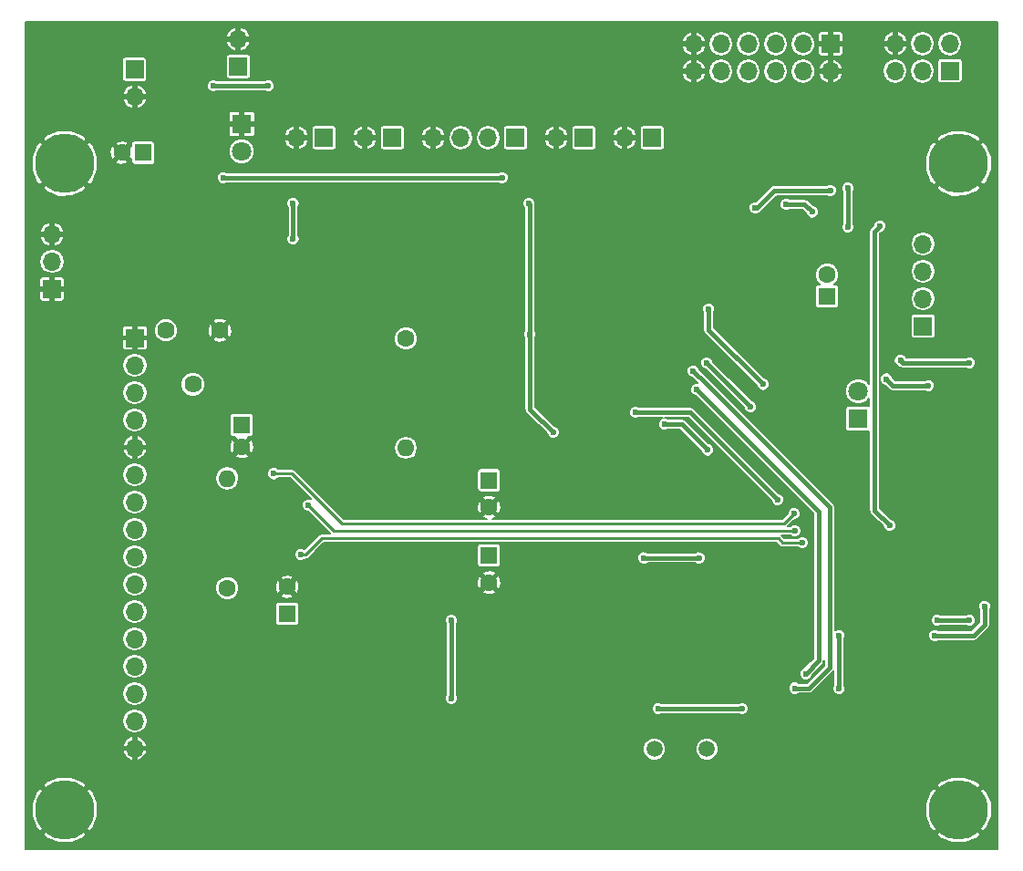
<source format=gtl>
G04 #@! TF.FileFunction,Copper,L1,Top,Signal*
%FSLAX46Y46*%
G04 Gerber Fmt 4.6, Leading zero omitted, Abs format (unit mm)*
G04 Created by KiCad (PCBNEW 4.0.7-e2-6376~58~ubuntu14.04.1) date Wed Dec 27 19:18:50 2017*
%MOMM*%
%LPD*%
G01*
G04 APERTURE LIST*
%ADD10C,0.100000*%
%ADD11C,5.500000*%
%ADD12R,1.800000X1.800000*%
%ADD13C,1.800000*%
%ADD14R,1.700000X1.700000*%
%ADD15O,1.700000X1.700000*%
%ADD16C,1.500000*%
%ADD17R,1.600000X1.600000*%
%ADD18C,1.600000*%
%ADD19C,1.620000*%
%ADD20O,1.600000X1.600000*%
%ADD21C,0.600000*%
%ADD22C,0.250000*%
%ADD23C,0.400000*%
%ADD24C,0.200000*%
G04 APERTURE END LIST*
D10*
D11*
X158000000Y-57000000D03*
X75000000Y-57000000D03*
X75000000Y-117000000D03*
X158000000Y-117000000D03*
D12*
X91440000Y-53340000D03*
D13*
X91440000Y-55880000D03*
D14*
X157200000Y-48400000D03*
D15*
X157200000Y-45860000D03*
X154660000Y-48400000D03*
X154660000Y-45860000D03*
X152120000Y-48400000D03*
X152120000Y-45860000D03*
D14*
X146100000Y-45900000D03*
D15*
X146100000Y-48440000D03*
X143560000Y-45900000D03*
X143560000Y-48440000D03*
X141020000Y-45900000D03*
X141020000Y-48440000D03*
X138480000Y-45900000D03*
X138480000Y-48440000D03*
X135940000Y-45900000D03*
X135940000Y-48440000D03*
X133400000Y-45900000D03*
X133400000Y-48440000D03*
D14*
X154700000Y-72100000D03*
D15*
X154700000Y-69560000D03*
X154700000Y-67020000D03*
X154700000Y-64480000D03*
D14*
X91100000Y-48000000D03*
D15*
X91100000Y-45460000D03*
D16*
X134620000Y-111360000D03*
X129740000Y-111360000D03*
D14*
X116840000Y-54610000D03*
D15*
X114300000Y-54610000D03*
X111760000Y-54610000D03*
X109220000Y-54610000D03*
D14*
X81500000Y-73200000D03*
D15*
X81500000Y-75740000D03*
X81500000Y-78280000D03*
X81500000Y-80820000D03*
X81500000Y-83360000D03*
X81500000Y-85900000D03*
X81500000Y-88440000D03*
X81500000Y-90980000D03*
X81500000Y-93520000D03*
X81500000Y-96060000D03*
X81500000Y-98600000D03*
X81500000Y-101140000D03*
X81500000Y-103680000D03*
X81500000Y-106220000D03*
X81500000Y-108760000D03*
X81500000Y-111300000D03*
D14*
X73825000Y-68650000D03*
D15*
X73825000Y-66110000D03*
X73825000Y-63570000D03*
D17*
X91440000Y-81280000D03*
D18*
X91440000Y-83280000D03*
D17*
X145796000Y-69342000D03*
D18*
X145796000Y-67342000D03*
D17*
X114400000Y-86400000D03*
D18*
X114400000Y-88900000D03*
D17*
X114400000Y-93400000D03*
D18*
X114400000Y-95900000D03*
D17*
X95650000Y-98800000D03*
D18*
X95650000Y-96300000D03*
D19*
X84400000Y-72500000D03*
X86900000Y-77500000D03*
X89400000Y-72500000D03*
D14*
X105410000Y-54610000D03*
D15*
X102870000Y-54610000D03*
D14*
X99060000Y-54610000D03*
D15*
X96520000Y-54610000D03*
D14*
X123190000Y-54610000D03*
D15*
X120650000Y-54610000D03*
D14*
X129540000Y-54610000D03*
D15*
X127000000Y-54610000D03*
D14*
X81500000Y-48260000D03*
D15*
X81500000Y-50800000D03*
D17*
X82300000Y-56000000D03*
D18*
X80300000Y-56000000D03*
X90100000Y-96400000D03*
D20*
X90100000Y-86240000D03*
D18*
X106700000Y-73250000D03*
D20*
X106700000Y-83410000D03*
D12*
X148700000Y-80700000D03*
D13*
X148700000Y-78160000D03*
D21*
X137200000Y-103900000D03*
X135500000Y-103950000D03*
X96900000Y-93300000D03*
X143500000Y-92200000D03*
X160400000Y-98100000D03*
X155800000Y-100800000D03*
X155200000Y-77600000D03*
X151300000Y-77000000D03*
X156000000Y-99400000D03*
X159000000Y-99400000D03*
X133350000Y-76250000D03*
X142800000Y-105700000D03*
X143800000Y-104350000D03*
X133700000Y-78000000D03*
X128800000Y-93600000D03*
X110900000Y-106650000D03*
X110900000Y-99400000D03*
X146900000Y-100800000D03*
X146900000Y-105750000D03*
X118200000Y-72850000D03*
X120350000Y-81950000D03*
X133900000Y-93600000D03*
X151600000Y-90600000D03*
X150700000Y-62800000D03*
X115600000Y-58300000D03*
X89700000Y-58300000D03*
X118100000Y-60700000D03*
X96200000Y-60700000D03*
X96200000Y-64000000D03*
X142000000Y-60800000D03*
X144400000Y-61500000D03*
X146100000Y-59500000D03*
X139100000Y-61100000D03*
X147700000Y-62900000D03*
X147700000Y-59300000D03*
X159000000Y-75500000D03*
X152600000Y-75300000D03*
X134600000Y-75500000D03*
X138700000Y-79600000D03*
X139850000Y-77500000D03*
X134800000Y-70500000D03*
X130100000Y-107600000D03*
X137900000Y-107600000D03*
X134700000Y-83600000D03*
X130700000Y-81200000D03*
X88800000Y-49800000D03*
X93900000Y-49800000D03*
X94400000Y-85800000D03*
X142700000Y-89500000D03*
X97600000Y-88700000D03*
X142800000Y-91100000D03*
X128000000Y-80100000D03*
X141200000Y-88200000D03*
D22*
X135550000Y-103900000D02*
X137200000Y-103900000D01*
X135500000Y-103950000D02*
X135550000Y-103900000D01*
X97350000Y-93300000D02*
X96900000Y-93300000D01*
X98850000Y-91800000D02*
X97350000Y-93300000D01*
X141250000Y-91800000D02*
X98850000Y-91800000D01*
X141650000Y-92200000D02*
X141250000Y-91800000D01*
X143500000Y-92200000D02*
X141650000Y-92200000D01*
D23*
X160400000Y-99600000D02*
X160400000Y-99800000D01*
X160400000Y-99800000D02*
X159400000Y-100800000D01*
X159400000Y-100800000D02*
X155800000Y-100800000D01*
X160400000Y-98100000D02*
X160400000Y-99600000D01*
X151900000Y-77600000D02*
X155200000Y-77600000D01*
X151300000Y-77000000D02*
X151900000Y-77600000D01*
X156000000Y-99400000D02*
X159000000Y-99400000D01*
X134500000Y-77400000D02*
X133350000Y-76250000D01*
X146000000Y-89700000D02*
X146000000Y-88900000D01*
X146000000Y-88900000D02*
X134500000Y-77400000D01*
X146000000Y-103800000D02*
X146000000Y-89700000D01*
X144100000Y-105700000D02*
X146000000Y-103800000D01*
X142800000Y-105700000D02*
X144100000Y-105700000D01*
X145000000Y-103150000D02*
X143800000Y-104350000D01*
X145000000Y-89300000D02*
X145000000Y-103150000D01*
X133700000Y-78000000D02*
X145000000Y-89300000D01*
X110900000Y-99400000D02*
X110900000Y-106650000D01*
X146900000Y-105750000D02*
X146900000Y-100800000D01*
X118200000Y-79800000D02*
X118200000Y-72850000D01*
X118200000Y-72850000D02*
X118200000Y-72700000D01*
X120350000Y-81950000D02*
X118200000Y-79800000D01*
X128800000Y-93600000D02*
X133900000Y-93600000D01*
X150200000Y-89200000D02*
X151600000Y-90600000D01*
X150200000Y-63300000D02*
X150200000Y-89200000D01*
X150700000Y-62800000D02*
X150200000Y-63300000D01*
X89700000Y-58300000D02*
X115600000Y-58300000D01*
X118100000Y-60700000D02*
X118200000Y-60800000D01*
X118200000Y-60800000D02*
X118200000Y-72700000D01*
X96200000Y-64000000D02*
X96200000Y-60700000D01*
X143700000Y-60800000D02*
X142000000Y-60800000D01*
X144400000Y-61500000D02*
X143700000Y-60800000D01*
X146100000Y-59500000D02*
X140900000Y-59500000D01*
X139300000Y-61100000D02*
X139100000Y-61100000D01*
X140900000Y-59500000D02*
X139300000Y-61100000D01*
X147700000Y-59300000D02*
X147700000Y-62900000D01*
X152800000Y-75500000D02*
X159000000Y-75500000D01*
X152600000Y-75300000D02*
X152800000Y-75500000D01*
X138700000Y-79600000D02*
X134600000Y-75500000D01*
X134800000Y-72450000D02*
X134800000Y-70500000D01*
X139850000Y-77500000D02*
X134800000Y-72450000D01*
X137900000Y-107600000D02*
X130100000Y-107600000D01*
X134700000Y-83600000D02*
X132300000Y-81200000D01*
X132300000Y-81200000D02*
X130700000Y-81200000D01*
X93900000Y-49800000D02*
X88800000Y-49800000D01*
D22*
X100725000Y-90425000D02*
X141775000Y-90425000D01*
X141775000Y-90425000D02*
X142700000Y-89500000D01*
X96100000Y-85800000D02*
X94400000Y-85800000D01*
X100725000Y-90425000D02*
X96100000Y-85800000D01*
X142800000Y-91100000D02*
X100000000Y-91100000D01*
X100000000Y-91100000D02*
X97600000Y-88700000D01*
D23*
X133100000Y-80100000D02*
X128000000Y-80100000D01*
X141200000Y-88200000D02*
X133100000Y-80100000D01*
D24*
G36*
X161650000Y-120650000D02*
X71350000Y-120650000D01*
X71350000Y-119260571D01*
X72952268Y-119260571D01*
X73284031Y-119617873D01*
X74416469Y-120075272D01*
X75637742Y-120064489D01*
X76715969Y-119617873D01*
X77047732Y-119260571D01*
X155952268Y-119260571D01*
X156284031Y-119617873D01*
X157416469Y-120075272D01*
X158637742Y-120064489D01*
X159715969Y-119617873D01*
X160047732Y-119260571D01*
X158000000Y-117212839D01*
X155952268Y-119260571D01*
X77047732Y-119260571D01*
X75000000Y-117212839D01*
X72952268Y-119260571D01*
X71350000Y-119260571D01*
X71350000Y-116416469D01*
X71924728Y-116416469D01*
X71935511Y-117637742D01*
X72382127Y-118715969D01*
X72739429Y-119047732D01*
X74787161Y-117000000D01*
X75212839Y-117000000D01*
X77260571Y-119047732D01*
X77617873Y-118715969D01*
X78075272Y-117583531D01*
X78064968Y-116416469D01*
X154924728Y-116416469D01*
X154935511Y-117637742D01*
X155382127Y-118715969D01*
X155739429Y-119047732D01*
X157787161Y-117000000D01*
X158212839Y-117000000D01*
X160260571Y-119047732D01*
X160617873Y-118715969D01*
X161075272Y-117583531D01*
X161064489Y-116362258D01*
X160617873Y-115284031D01*
X160260571Y-114952268D01*
X158212839Y-117000000D01*
X157787161Y-117000000D01*
X155739429Y-114952268D01*
X155382127Y-115284031D01*
X154924728Y-116416469D01*
X78064968Y-116416469D01*
X78064489Y-116362258D01*
X77617873Y-115284031D01*
X77260571Y-114952268D01*
X75212839Y-117000000D01*
X74787161Y-117000000D01*
X72739429Y-114952268D01*
X72382127Y-115284031D01*
X71924728Y-116416469D01*
X71350000Y-116416469D01*
X71350000Y-114739429D01*
X72952268Y-114739429D01*
X75000000Y-116787161D01*
X77047732Y-114739429D01*
X155952268Y-114739429D01*
X158000000Y-116787161D01*
X160047732Y-114739429D01*
X159715969Y-114382127D01*
X158583531Y-113924728D01*
X157362258Y-113935511D01*
X156284031Y-114382127D01*
X155952268Y-114739429D01*
X77047732Y-114739429D01*
X76715969Y-114382127D01*
X75583531Y-113924728D01*
X74362258Y-113935511D01*
X73284031Y-114382127D01*
X72952268Y-114739429D01*
X71350000Y-114739429D01*
X71350000Y-111630155D01*
X80377548Y-111630155D01*
X80472841Y-111860247D01*
X80765426Y-112210678D01*
X81169843Y-112422466D01*
X81349500Y-112380295D01*
X81349500Y-111450500D01*
X81650500Y-111450500D01*
X81650500Y-112380295D01*
X81830157Y-112422466D01*
X82234574Y-112210678D01*
X82527159Y-111860247D01*
X82622452Y-111630155D01*
X82607599Y-111567942D01*
X128689818Y-111567942D01*
X128849334Y-111954000D01*
X129144446Y-112249628D01*
X129530226Y-112409818D01*
X129947942Y-112410182D01*
X130334000Y-112250666D01*
X130629628Y-111955554D01*
X130789818Y-111569774D01*
X130789819Y-111567942D01*
X133569818Y-111567942D01*
X133729334Y-111954000D01*
X134024446Y-112249628D01*
X134410226Y-112409818D01*
X134827942Y-112410182D01*
X135214000Y-112250666D01*
X135509628Y-111955554D01*
X135669818Y-111569774D01*
X135670182Y-111152058D01*
X135510666Y-110766000D01*
X135215554Y-110470372D01*
X134829774Y-110310182D01*
X134412058Y-110309818D01*
X134026000Y-110469334D01*
X133730372Y-110764446D01*
X133570182Y-111150226D01*
X133569818Y-111567942D01*
X130789819Y-111567942D01*
X130790182Y-111152058D01*
X130630666Y-110766000D01*
X130335554Y-110470372D01*
X129949774Y-110310182D01*
X129532058Y-110309818D01*
X129146000Y-110469334D01*
X128850372Y-110764446D01*
X128690182Y-111150226D01*
X128689818Y-111567942D01*
X82607599Y-111567942D01*
X82579560Y-111450500D01*
X81650500Y-111450500D01*
X81349500Y-111450500D01*
X80420440Y-111450500D01*
X80377548Y-111630155D01*
X71350000Y-111630155D01*
X71350000Y-110969845D01*
X80377548Y-110969845D01*
X80420440Y-111149500D01*
X81349500Y-111149500D01*
X81349500Y-110219705D01*
X81650500Y-110219705D01*
X81650500Y-111149500D01*
X82579560Y-111149500D01*
X82622452Y-110969845D01*
X82527159Y-110739753D01*
X82234574Y-110389322D01*
X81830157Y-110177534D01*
X81650500Y-110219705D01*
X81349500Y-110219705D01*
X81169843Y-110177534D01*
X80765426Y-110389322D01*
X80472841Y-110739753D01*
X80377548Y-110969845D01*
X71350000Y-110969845D01*
X71350000Y-108760000D01*
X80327470Y-108760000D01*
X80415009Y-109200086D01*
X80664297Y-109573173D01*
X81037384Y-109822461D01*
X81477470Y-109910000D01*
X81522530Y-109910000D01*
X81962616Y-109822461D01*
X82335703Y-109573173D01*
X82584991Y-109200086D01*
X82672530Y-108760000D01*
X82584991Y-108319914D01*
X82335703Y-107946827D01*
X81994472Y-107718824D01*
X129499896Y-107718824D01*
X129591048Y-107939429D01*
X129759683Y-108108359D01*
X129980129Y-108199896D01*
X130218824Y-108200104D01*
X130439429Y-108108952D01*
X130448397Y-108100000D01*
X137551339Y-108100000D01*
X137559683Y-108108359D01*
X137780129Y-108199896D01*
X138018824Y-108200104D01*
X138239429Y-108108952D01*
X138408359Y-107940317D01*
X138499896Y-107719871D01*
X138500104Y-107481176D01*
X138408952Y-107260571D01*
X138240317Y-107091641D01*
X138019871Y-107000104D01*
X137781176Y-106999896D01*
X137560571Y-107091048D01*
X137551603Y-107100000D01*
X130448661Y-107100000D01*
X130440317Y-107091641D01*
X130219871Y-107000104D01*
X129981176Y-106999896D01*
X129760571Y-107091048D01*
X129591641Y-107259683D01*
X129500104Y-107480129D01*
X129499896Y-107718824D01*
X81994472Y-107718824D01*
X81962616Y-107697539D01*
X81522530Y-107610000D01*
X81477470Y-107610000D01*
X81037384Y-107697539D01*
X80664297Y-107946827D01*
X80415009Y-108319914D01*
X80327470Y-108760000D01*
X71350000Y-108760000D01*
X71350000Y-106220000D01*
X80327470Y-106220000D01*
X80415009Y-106660086D01*
X80664297Y-107033173D01*
X81037384Y-107282461D01*
X81477470Y-107370000D01*
X81522530Y-107370000D01*
X81962616Y-107282461D01*
X82335703Y-107033173D01*
X82584991Y-106660086D01*
X82672530Y-106220000D01*
X82584991Y-105779914D01*
X82335703Y-105406827D01*
X81962616Y-105157539D01*
X81522530Y-105070000D01*
X81477470Y-105070000D01*
X81037384Y-105157539D01*
X80664297Y-105406827D01*
X80415009Y-105779914D01*
X80327470Y-106220000D01*
X71350000Y-106220000D01*
X71350000Y-103680000D01*
X80327470Y-103680000D01*
X80415009Y-104120086D01*
X80664297Y-104493173D01*
X81037384Y-104742461D01*
X81477470Y-104830000D01*
X81522530Y-104830000D01*
X81962616Y-104742461D01*
X82335703Y-104493173D01*
X82584991Y-104120086D01*
X82672530Y-103680000D01*
X82584991Y-103239914D01*
X82335703Y-102866827D01*
X81962616Y-102617539D01*
X81522530Y-102530000D01*
X81477470Y-102530000D01*
X81037384Y-102617539D01*
X80664297Y-102866827D01*
X80415009Y-103239914D01*
X80327470Y-103680000D01*
X71350000Y-103680000D01*
X71350000Y-101140000D01*
X80327470Y-101140000D01*
X80415009Y-101580086D01*
X80664297Y-101953173D01*
X81037384Y-102202461D01*
X81477470Y-102290000D01*
X81522530Y-102290000D01*
X81962616Y-102202461D01*
X82335703Y-101953173D01*
X82584991Y-101580086D01*
X82672530Y-101140000D01*
X82584991Y-100699914D01*
X82335703Y-100326827D01*
X81962616Y-100077539D01*
X81522530Y-99990000D01*
X81477470Y-99990000D01*
X81037384Y-100077539D01*
X80664297Y-100326827D01*
X80415009Y-100699914D01*
X80327470Y-101140000D01*
X71350000Y-101140000D01*
X71350000Y-98600000D01*
X80327470Y-98600000D01*
X80415009Y-99040086D01*
X80664297Y-99413173D01*
X81037384Y-99662461D01*
X81477470Y-99750000D01*
X81522530Y-99750000D01*
X81962616Y-99662461D01*
X82335703Y-99413173D01*
X82584991Y-99040086D01*
X82672530Y-98600000D01*
X82584991Y-98159914D01*
X82478141Y-98000000D01*
X94544123Y-98000000D01*
X94544123Y-99600000D01*
X94565042Y-99711173D01*
X94630745Y-99813279D01*
X94730997Y-99881778D01*
X94850000Y-99905877D01*
X96450000Y-99905877D01*
X96561173Y-99884958D01*
X96663279Y-99819255D01*
X96731778Y-99719003D01*
X96755877Y-99600000D01*
X96755877Y-99518824D01*
X110299896Y-99518824D01*
X110391048Y-99739429D01*
X110400000Y-99748397D01*
X110400000Y-106301339D01*
X110391641Y-106309683D01*
X110300104Y-106530129D01*
X110299896Y-106768824D01*
X110391048Y-106989429D01*
X110559683Y-107158359D01*
X110780129Y-107249896D01*
X111018824Y-107250104D01*
X111239429Y-107158952D01*
X111408359Y-106990317D01*
X111499896Y-106769871D01*
X111500104Y-106531176D01*
X111408952Y-106310571D01*
X111400000Y-106301603D01*
X111400000Y-99748661D01*
X111408359Y-99740317D01*
X111499896Y-99519871D01*
X111500104Y-99281176D01*
X111408952Y-99060571D01*
X111240317Y-98891641D01*
X111019871Y-98800104D01*
X110781176Y-98799896D01*
X110560571Y-98891048D01*
X110391641Y-99059683D01*
X110300104Y-99280129D01*
X110299896Y-99518824D01*
X96755877Y-99518824D01*
X96755877Y-98000000D01*
X96734958Y-97888827D01*
X96669255Y-97786721D01*
X96569003Y-97718222D01*
X96450000Y-97694123D01*
X94850000Y-97694123D01*
X94738827Y-97715042D01*
X94636721Y-97780745D01*
X94568222Y-97880997D01*
X94544123Y-98000000D01*
X82478141Y-98000000D01*
X82335703Y-97786827D01*
X81962616Y-97537539D01*
X81522530Y-97450000D01*
X81477470Y-97450000D01*
X81037384Y-97537539D01*
X80664297Y-97786827D01*
X80415009Y-98159914D01*
X80327470Y-98600000D01*
X71350000Y-98600000D01*
X71350000Y-96060000D01*
X80327470Y-96060000D01*
X80415009Y-96500086D01*
X80664297Y-96873173D01*
X81037384Y-97122461D01*
X81477470Y-97210000D01*
X81522530Y-97210000D01*
X81962616Y-97122461D01*
X82335703Y-96873173D01*
X82506307Y-96617844D01*
X88999810Y-96617844D01*
X89166922Y-97022286D01*
X89476087Y-97331991D01*
X89880237Y-97499808D01*
X90317844Y-97500190D01*
X90722286Y-97333078D01*
X90905938Y-97149746D01*
X95013093Y-97149746D01*
X95106395Y-97304254D01*
X95532086Y-97435838D01*
X95975729Y-97394501D01*
X96193605Y-97304254D01*
X96286907Y-97149746D01*
X95650000Y-96512839D01*
X95013093Y-97149746D01*
X90905938Y-97149746D01*
X91031991Y-97023913D01*
X91199808Y-96619763D01*
X91200190Y-96182156D01*
X91200162Y-96182086D01*
X94514162Y-96182086D01*
X94555499Y-96625729D01*
X94645746Y-96843605D01*
X94800254Y-96936907D01*
X95437161Y-96300000D01*
X95862839Y-96300000D01*
X96499746Y-96936907D01*
X96654254Y-96843605D01*
X96683266Y-96749746D01*
X113763093Y-96749746D01*
X113856395Y-96904254D01*
X114282086Y-97035838D01*
X114725729Y-96994501D01*
X114943605Y-96904254D01*
X115036907Y-96749746D01*
X114400000Y-96112839D01*
X113763093Y-96749746D01*
X96683266Y-96749746D01*
X96785838Y-96417914D01*
X96744501Y-95974271D01*
X96664896Y-95782086D01*
X113264162Y-95782086D01*
X113305499Y-96225729D01*
X113395746Y-96443605D01*
X113550254Y-96536907D01*
X114187161Y-95900000D01*
X114612839Y-95900000D01*
X115249746Y-96536907D01*
X115404254Y-96443605D01*
X115535838Y-96017914D01*
X115494501Y-95574271D01*
X115404254Y-95356395D01*
X115249746Y-95263093D01*
X114612839Y-95900000D01*
X114187161Y-95900000D01*
X113550254Y-95263093D01*
X113395746Y-95356395D01*
X113264162Y-95782086D01*
X96664896Y-95782086D01*
X96654254Y-95756395D01*
X96499746Y-95663093D01*
X95862839Y-96300000D01*
X95437161Y-96300000D01*
X94800254Y-95663093D01*
X94645746Y-95756395D01*
X94514162Y-96182086D01*
X91200162Y-96182086D01*
X91033078Y-95777714D01*
X90723913Y-95468009D01*
X90681155Y-95450254D01*
X95013093Y-95450254D01*
X95650000Y-96087161D01*
X96286907Y-95450254D01*
X96193605Y-95295746D01*
X95767914Y-95164162D01*
X95324271Y-95205499D01*
X95106395Y-95295746D01*
X95013093Y-95450254D01*
X90681155Y-95450254D01*
X90319763Y-95300192D01*
X89882156Y-95299810D01*
X89477714Y-95466922D01*
X89168009Y-95776087D01*
X89000192Y-96180237D01*
X88999810Y-96617844D01*
X82506307Y-96617844D01*
X82584991Y-96500086D01*
X82672530Y-96060000D01*
X82584991Y-95619914D01*
X82335703Y-95246827D01*
X82041510Y-95050254D01*
X113763093Y-95050254D01*
X114400000Y-95687161D01*
X115036907Y-95050254D01*
X114943605Y-94895746D01*
X114517914Y-94764162D01*
X114074271Y-94805499D01*
X113856395Y-94895746D01*
X113763093Y-95050254D01*
X82041510Y-95050254D01*
X81962616Y-94997539D01*
X81522530Y-94910000D01*
X81477470Y-94910000D01*
X81037384Y-94997539D01*
X80664297Y-95246827D01*
X80415009Y-95619914D01*
X80327470Y-96060000D01*
X71350000Y-96060000D01*
X71350000Y-93520000D01*
X80327470Y-93520000D01*
X80415009Y-93960086D01*
X80664297Y-94333173D01*
X81037384Y-94582461D01*
X81477470Y-94670000D01*
X81522530Y-94670000D01*
X81962616Y-94582461D01*
X82335703Y-94333173D01*
X82584991Y-93960086D01*
X82672530Y-93520000D01*
X82584991Y-93079914D01*
X82335703Y-92706827D01*
X81962616Y-92457539D01*
X81522530Y-92370000D01*
X81477470Y-92370000D01*
X81037384Y-92457539D01*
X80664297Y-92706827D01*
X80415009Y-93079914D01*
X80327470Y-93520000D01*
X71350000Y-93520000D01*
X71350000Y-90980000D01*
X80327470Y-90980000D01*
X80415009Y-91420086D01*
X80664297Y-91793173D01*
X81037384Y-92042461D01*
X81477470Y-92130000D01*
X81522530Y-92130000D01*
X81962616Y-92042461D01*
X82335703Y-91793173D01*
X82584991Y-91420086D01*
X82672530Y-90980000D01*
X82584991Y-90539914D01*
X82335703Y-90166827D01*
X81962616Y-89917539D01*
X81522530Y-89830000D01*
X81477470Y-89830000D01*
X81037384Y-89917539D01*
X80664297Y-90166827D01*
X80415009Y-90539914D01*
X80327470Y-90980000D01*
X71350000Y-90980000D01*
X71350000Y-88440000D01*
X80327470Y-88440000D01*
X80415009Y-88880086D01*
X80664297Y-89253173D01*
X81037384Y-89502461D01*
X81477470Y-89590000D01*
X81522530Y-89590000D01*
X81962616Y-89502461D01*
X82335703Y-89253173D01*
X82584991Y-88880086D01*
X82672530Y-88440000D01*
X82584991Y-87999914D01*
X82335703Y-87626827D01*
X81962616Y-87377539D01*
X81522530Y-87290000D01*
X81477470Y-87290000D01*
X81037384Y-87377539D01*
X80664297Y-87626827D01*
X80415009Y-87999914D01*
X80327470Y-88440000D01*
X71350000Y-88440000D01*
X71350000Y-85900000D01*
X80327470Y-85900000D01*
X80415009Y-86340086D01*
X80664297Y-86713173D01*
X81037384Y-86962461D01*
X81477470Y-87050000D01*
X81522530Y-87050000D01*
X81962616Y-86962461D01*
X82335703Y-86713173D01*
X82584991Y-86340086D01*
X82609186Y-86218450D01*
X89000000Y-86218450D01*
X89000000Y-86261550D01*
X89083733Y-86682502D01*
X89322183Y-87039367D01*
X89679048Y-87277817D01*
X90100000Y-87361550D01*
X90520952Y-87277817D01*
X90877817Y-87039367D01*
X91116267Y-86682502D01*
X91200000Y-86261550D01*
X91200000Y-86218450D01*
X91140401Y-85918824D01*
X93799896Y-85918824D01*
X93891048Y-86139429D01*
X94059683Y-86308359D01*
X94280129Y-86399896D01*
X94518824Y-86400104D01*
X94739429Y-86308952D01*
X94823528Y-86225000D01*
X95923960Y-86225000D01*
X97855297Y-88156338D01*
X97719871Y-88100104D01*
X97481176Y-88099896D01*
X97260571Y-88191048D01*
X97091641Y-88359683D01*
X97000104Y-88580129D01*
X96999896Y-88818824D01*
X97091048Y-89039429D01*
X97259683Y-89208359D01*
X97480129Y-89299896D01*
X97598959Y-89300000D01*
X99673959Y-91375000D01*
X98850000Y-91375000D01*
X98687360Y-91407351D01*
X98687358Y-91407352D01*
X98687359Y-91407352D01*
X98549479Y-91499480D01*
X97248811Y-92800149D01*
X97240317Y-92791641D01*
X97019871Y-92700104D01*
X96781176Y-92699896D01*
X96560571Y-92791048D01*
X96391641Y-92959683D01*
X96300104Y-93180129D01*
X96299896Y-93418824D01*
X96391048Y-93639429D01*
X96559683Y-93808359D01*
X96780129Y-93899896D01*
X97018824Y-93900104D01*
X97239429Y-93808952D01*
X97323528Y-93725000D01*
X97350000Y-93725000D01*
X97485657Y-93698016D01*
X97512641Y-93692649D01*
X97650520Y-93600520D01*
X98651040Y-92600000D01*
X113294123Y-92600000D01*
X113294123Y-94200000D01*
X113315042Y-94311173D01*
X113380745Y-94413279D01*
X113480997Y-94481778D01*
X113600000Y-94505877D01*
X115200000Y-94505877D01*
X115311173Y-94484958D01*
X115413279Y-94419255D01*
X115481778Y-94319003D01*
X115505877Y-94200000D01*
X115505877Y-93718824D01*
X128199896Y-93718824D01*
X128291048Y-93939429D01*
X128459683Y-94108359D01*
X128680129Y-94199896D01*
X128918824Y-94200104D01*
X129139429Y-94108952D01*
X129148397Y-94100000D01*
X133551339Y-94100000D01*
X133559683Y-94108359D01*
X133780129Y-94199896D01*
X134018824Y-94200104D01*
X134239429Y-94108952D01*
X134408359Y-93940317D01*
X134499896Y-93719871D01*
X134500104Y-93481176D01*
X134408952Y-93260571D01*
X134240317Y-93091641D01*
X134019871Y-93000104D01*
X133781176Y-92999896D01*
X133560571Y-93091048D01*
X133551603Y-93100000D01*
X129148661Y-93100000D01*
X129140317Y-93091641D01*
X128919871Y-93000104D01*
X128681176Y-92999896D01*
X128460571Y-93091048D01*
X128291641Y-93259683D01*
X128200104Y-93480129D01*
X128199896Y-93718824D01*
X115505877Y-93718824D01*
X115505877Y-92600000D01*
X115484958Y-92488827D01*
X115419255Y-92386721D01*
X115319003Y-92318222D01*
X115200000Y-92294123D01*
X113600000Y-92294123D01*
X113488827Y-92315042D01*
X113386721Y-92380745D01*
X113318222Y-92480997D01*
X113294123Y-92600000D01*
X98651040Y-92600000D01*
X99026041Y-92225000D01*
X141073960Y-92225000D01*
X141349479Y-92500520D01*
X141407711Y-92539429D01*
X141487360Y-92592649D01*
X141650000Y-92625000D01*
X143076470Y-92625000D01*
X143159683Y-92708359D01*
X143380129Y-92799896D01*
X143618824Y-92800104D01*
X143839429Y-92708952D01*
X144008359Y-92540317D01*
X144099896Y-92319871D01*
X144100104Y-92081176D01*
X144008952Y-91860571D01*
X143840317Y-91691641D01*
X143619871Y-91600104D01*
X143381176Y-91599896D01*
X143160571Y-91691048D01*
X143076472Y-91775000D01*
X141826041Y-91775000D01*
X141576040Y-91525000D01*
X142376470Y-91525000D01*
X142459683Y-91608359D01*
X142680129Y-91699896D01*
X142918824Y-91700104D01*
X143139429Y-91608952D01*
X143308359Y-91440317D01*
X143399896Y-91219871D01*
X143400104Y-90981176D01*
X143308952Y-90760571D01*
X143140317Y-90591641D01*
X142919871Y-90500104D01*
X142681176Y-90499896D01*
X142460571Y-90591048D01*
X142376472Y-90675000D01*
X142126040Y-90675000D01*
X142701039Y-90100001D01*
X142818824Y-90100104D01*
X143039429Y-90008952D01*
X143208359Y-89840317D01*
X143299896Y-89619871D01*
X143300104Y-89381176D01*
X143208952Y-89160571D01*
X143040317Y-88991641D01*
X142819871Y-88900104D01*
X142581176Y-88899896D01*
X142360571Y-88991048D01*
X142191641Y-89159683D01*
X142100104Y-89380129D01*
X142100000Y-89498959D01*
X141598960Y-90000000D01*
X114666712Y-90000000D01*
X114725729Y-89994501D01*
X114943605Y-89904254D01*
X115036907Y-89749746D01*
X114400000Y-89112839D01*
X113763093Y-89749746D01*
X113856395Y-89904254D01*
X114166146Y-90000000D01*
X100901041Y-90000000D01*
X99683127Y-88782086D01*
X113264162Y-88782086D01*
X113305499Y-89225729D01*
X113395746Y-89443605D01*
X113550254Y-89536907D01*
X114187161Y-88900000D01*
X114612839Y-88900000D01*
X115249746Y-89536907D01*
X115404254Y-89443605D01*
X115535838Y-89017914D01*
X115494501Y-88574271D01*
X115404254Y-88356395D01*
X115249746Y-88263093D01*
X114612839Y-88900000D01*
X114187161Y-88900000D01*
X113550254Y-88263093D01*
X113395746Y-88356395D01*
X113264162Y-88782086D01*
X99683127Y-88782086D01*
X98951295Y-88050254D01*
X113763093Y-88050254D01*
X114400000Y-88687161D01*
X115036907Y-88050254D01*
X114943605Y-87895746D01*
X114517914Y-87764162D01*
X114074271Y-87805499D01*
X113856395Y-87895746D01*
X113763093Y-88050254D01*
X98951295Y-88050254D01*
X96501041Y-85600000D01*
X113294123Y-85600000D01*
X113294123Y-87200000D01*
X113315042Y-87311173D01*
X113380745Y-87413279D01*
X113480997Y-87481778D01*
X113600000Y-87505877D01*
X115200000Y-87505877D01*
X115311173Y-87484958D01*
X115413279Y-87419255D01*
X115481778Y-87319003D01*
X115505877Y-87200000D01*
X115505877Y-85600000D01*
X115484958Y-85488827D01*
X115419255Y-85386721D01*
X115319003Y-85318222D01*
X115200000Y-85294123D01*
X113600000Y-85294123D01*
X113488827Y-85315042D01*
X113386721Y-85380745D01*
X113318222Y-85480997D01*
X113294123Y-85600000D01*
X96501041Y-85600000D01*
X96400520Y-85499480D01*
X96262641Y-85407351D01*
X96235657Y-85401984D01*
X96100000Y-85375000D01*
X94823530Y-85375000D01*
X94740317Y-85291641D01*
X94519871Y-85200104D01*
X94281176Y-85199896D01*
X94060571Y-85291048D01*
X93891641Y-85459683D01*
X93800104Y-85680129D01*
X93799896Y-85918824D01*
X91140401Y-85918824D01*
X91116267Y-85797498D01*
X90877817Y-85440633D01*
X90520952Y-85202183D01*
X90100000Y-85118450D01*
X89679048Y-85202183D01*
X89322183Y-85440633D01*
X89083733Y-85797498D01*
X89000000Y-86218450D01*
X82609186Y-86218450D01*
X82672530Y-85900000D01*
X82584991Y-85459914D01*
X82335703Y-85086827D01*
X81962616Y-84837539D01*
X81522530Y-84750000D01*
X81477470Y-84750000D01*
X81037384Y-84837539D01*
X80664297Y-85086827D01*
X80415009Y-85459914D01*
X80327470Y-85900000D01*
X71350000Y-85900000D01*
X71350000Y-83690155D01*
X80377548Y-83690155D01*
X80472841Y-83920247D01*
X80765426Y-84270678D01*
X81169843Y-84482466D01*
X81349500Y-84440295D01*
X81349500Y-83510500D01*
X81650500Y-83510500D01*
X81650500Y-84440295D01*
X81830157Y-84482466D01*
X82234574Y-84270678D01*
X82352242Y-84129746D01*
X90803093Y-84129746D01*
X90896395Y-84284254D01*
X91322086Y-84415838D01*
X91765729Y-84374501D01*
X91983605Y-84284254D01*
X92076907Y-84129746D01*
X91440000Y-83492839D01*
X90803093Y-84129746D01*
X82352242Y-84129746D01*
X82527159Y-83920247D01*
X82622452Y-83690155D01*
X82579560Y-83510500D01*
X81650500Y-83510500D01*
X81349500Y-83510500D01*
X80420440Y-83510500D01*
X80377548Y-83690155D01*
X71350000Y-83690155D01*
X71350000Y-83029845D01*
X80377548Y-83029845D01*
X80420440Y-83209500D01*
X81349500Y-83209500D01*
X81349500Y-82279705D01*
X81650500Y-82279705D01*
X81650500Y-83209500D01*
X82579560Y-83209500D01*
X82590879Y-83162086D01*
X90304162Y-83162086D01*
X90345499Y-83605729D01*
X90435746Y-83823605D01*
X90590254Y-83916907D01*
X91227161Y-83280000D01*
X91652839Y-83280000D01*
X92289746Y-83916907D01*
X92444254Y-83823605D01*
X92575838Y-83397914D01*
X92574957Y-83388450D01*
X105600000Y-83388450D01*
X105600000Y-83431550D01*
X105683733Y-83852502D01*
X105922183Y-84209367D01*
X106279048Y-84447817D01*
X106700000Y-84531550D01*
X107120952Y-84447817D01*
X107477817Y-84209367D01*
X107716267Y-83852502D01*
X107800000Y-83431550D01*
X107800000Y-83388450D01*
X107716267Y-82967498D01*
X107477817Y-82610633D01*
X107120952Y-82372183D01*
X106700000Y-82288450D01*
X106279048Y-82372183D01*
X105922183Y-82610633D01*
X105683733Y-82967498D01*
X105600000Y-83388450D01*
X92574957Y-83388450D01*
X92534501Y-82954271D01*
X92444254Y-82736395D01*
X92289746Y-82643093D01*
X91652839Y-83280000D01*
X91227161Y-83280000D01*
X90590254Y-82643093D01*
X90435746Y-82736395D01*
X90304162Y-83162086D01*
X82590879Y-83162086D01*
X82622452Y-83029845D01*
X82527159Y-82799753D01*
X82234574Y-82449322D01*
X81830157Y-82237534D01*
X81650500Y-82279705D01*
X81349500Y-82279705D01*
X81169843Y-82237534D01*
X80765426Y-82449322D01*
X80472841Y-82799753D01*
X80377548Y-83029845D01*
X71350000Y-83029845D01*
X71350000Y-80820000D01*
X80327470Y-80820000D01*
X80415009Y-81260086D01*
X80664297Y-81633173D01*
X81037384Y-81882461D01*
X81477470Y-81970000D01*
X81522530Y-81970000D01*
X81962616Y-81882461D01*
X82335703Y-81633173D01*
X82584991Y-81260086D01*
X82672530Y-80820000D01*
X82604900Y-80480000D01*
X90334123Y-80480000D01*
X90334123Y-82080000D01*
X90355042Y-82191173D01*
X90420745Y-82293279D01*
X90520997Y-82361778D01*
X90640000Y-82385877D01*
X90829891Y-82385877D01*
X90803093Y-82430254D01*
X91440000Y-83067161D01*
X92076907Y-82430254D01*
X92050109Y-82385877D01*
X92240000Y-82385877D01*
X92351173Y-82364958D01*
X92453279Y-82299255D01*
X92521778Y-82199003D01*
X92545877Y-82080000D01*
X92545877Y-80480000D01*
X92524958Y-80368827D01*
X92459255Y-80266721D01*
X92359003Y-80198222D01*
X92240000Y-80174123D01*
X90640000Y-80174123D01*
X90528827Y-80195042D01*
X90426721Y-80260745D01*
X90358222Y-80360997D01*
X90334123Y-80480000D01*
X82604900Y-80480000D01*
X82584991Y-80379914D01*
X82335703Y-80006827D01*
X81962616Y-79757539D01*
X81522530Y-79670000D01*
X81477470Y-79670000D01*
X81037384Y-79757539D01*
X80664297Y-80006827D01*
X80415009Y-80379914D01*
X80327470Y-80820000D01*
X71350000Y-80820000D01*
X71350000Y-78280000D01*
X80327470Y-78280000D01*
X80415009Y-78720086D01*
X80664297Y-79093173D01*
X81037384Y-79342461D01*
X81477470Y-79430000D01*
X81522530Y-79430000D01*
X81962616Y-79342461D01*
X82335703Y-79093173D01*
X82584991Y-78720086D01*
X82672530Y-78280000D01*
X82584991Y-77839914D01*
X82504750Y-77719824D01*
X85789808Y-77719824D01*
X85958439Y-78127943D01*
X86270415Y-78440463D01*
X86678239Y-78609807D01*
X87119824Y-78610192D01*
X87527943Y-78441561D01*
X87840463Y-78129585D01*
X88009807Y-77721761D01*
X88010192Y-77280176D01*
X87841561Y-76872057D01*
X87529585Y-76559537D01*
X87121761Y-76390193D01*
X86680176Y-76389808D01*
X86272057Y-76558439D01*
X85959537Y-76870415D01*
X85790193Y-77278239D01*
X85789808Y-77719824D01*
X82504750Y-77719824D01*
X82335703Y-77466827D01*
X81962616Y-77217539D01*
X81522530Y-77130000D01*
X81477470Y-77130000D01*
X81037384Y-77217539D01*
X80664297Y-77466827D01*
X80415009Y-77839914D01*
X80327470Y-78280000D01*
X71350000Y-78280000D01*
X71350000Y-75740000D01*
X80327470Y-75740000D01*
X80415009Y-76180086D01*
X80664297Y-76553173D01*
X81037384Y-76802461D01*
X81477470Y-76890000D01*
X81522530Y-76890000D01*
X81962616Y-76802461D01*
X82335703Y-76553173D01*
X82584991Y-76180086D01*
X82672530Y-75740000D01*
X82584991Y-75299914D01*
X82335703Y-74926827D01*
X81962616Y-74677539D01*
X81522530Y-74590000D01*
X81477470Y-74590000D01*
X81037384Y-74677539D01*
X80664297Y-74926827D01*
X80415009Y-75299914D01*
X80327470Y-75740000D01*
X71350000Y-75740000D01*
X71350000Y-73430500D01*
X80330000Y-73430500D01*
X80330000Y-74113652D01*
X80378717Y-74231265D01*
X80468735Y-74321283D01*
X80586348Y-74370000D01*
X81269500Y-74370000D01*
X81349500Y-74290000D01*
X81349500Y-73350500D01*
X81650500Y-73350500D01*
X81650500Y-74290000D01*
X81730500Y-74370000D01*
X82413652Y-74370000D01*
X82531265Y-74321283D01*
X82621283Y-74231265D01*
X82670000Y-74113652D01*
X82670000Y-73430500D01*
X82590000Y-73350500D01*
X81650500Y-73350500D01*
X81349500Y-73350500D01*
X80410000Y-73350500D01*
X80330000Y-73430500D01*
X71350000Y-73430500D01*
X71350000Y-72286348D01*
X80330000Y-72286348D01*
X80330000Y-72969500D01*
X80410000Y-73049500D01*
X81349500Y-73049500D01*
X81349500Y-72110000D01*
X81650500Y-72110000D01*
X81650500Y-73049500D01*
X82590000Y-73049500D01*
X82670000Y-72969500D01*
X82670000Y-72719824D01*
X83289808Y-72719824D01*
X83458439Y-73127943D01*
X83770415Y-73440463D01*
X84178239Y-73609807D01*
X84619824Y-73610192D01*
X85027943Y-73441561D01*
X85112622Y-73357029D01*
X88755810Y-73357029D01*
X88850350Y-73512574D01*
X89279686Y-73645838D01*
X89727337Y-73604658D01*
X89949650Y-73512574D01*
X89976836Y-73467844D01*
X105599810Y-73467844D01*
X105766922Y-73872286D01*
X106076087Y-74181991D01*
X106480237Y-74349808D01*
X106917844Y-74350190D01*
X107322286Y-74183078D01*
X107631991Y-73873913D01*
X107799808Y-73469763D01*
X107800190Y-73032156D01*
X107633078Y-72627714D01*
X107323913Y-72318009D01*
X106919763Y-72150192D01*
X106482156Y-72149810D01*
X106077714Y-72316922D01*
X105768009Y-72626087D01*
X105600192Y-73030237D01*
X105599810Y-73467844D01*
X89976836Y-73467844D01*
X90044190Y-73357029D01*
X89400000Y-72712839D01*
X88755810Y-73357029D01*
X85112622Y-73357029D01*
X85340463Y-73129585D01*
X85509807Y-72721761D01*
X85510105Y-72379686D01*
X88254162Y-72379686D01*
X88295342Y-72827337D01*
X88387426Y-73049650D01*
X88542971Y-73144190D01*
X89187161Y-72500000D01*
X89612839Y-72500000D01*
X90257029Y-73144190D01*
X90412574Y-73049650D01*
X90545838Y-72620314D01*
X90504658Y-72172663D01*
X90412574Y-71950350D01*
X90257029Y-71855810D01*
X89612839Y-72500000D01*
X89187161Y-72500000D01*
X88542971Y-71855810D01*
X88387426Y-71950350D01*
X88254162Y-72379686D01*
X85510105Y-72379686D01*
X85510192Y-72280176D01*
X85341561Y-71872057D01*
X85112874Y-71642971D01*
X88755810Y-71642971D01*
X89400000Y-72287161D01*
X90044190Y-71642971D01*
X89949650Y-71487426D01*
X89520314Y-71354162D01*
X89072663Y-71395342D01*
X88850350Y-71487426D01*
X88755810Y-71642971D01*
X85112874Y-71642971D01*
X85029585Y-71559537D01*
X84621761Y-71390193D01*
X84180176Y-71389808D01*
X83772057Y-71558439D01*
X83459537Y-71870415D01*
X83290193Y-72278239D01*
X83289808Y-72719824D01*
X82670000Y-72719824D01*
X82670000Y-72286348D01*
X82621283Y-72168735D01*
X82531265Y-72078717D01*
X82413652Y-72030000D01*
X81730500Y-72030000D01*
X81650500Y-72110000D01*
X81349500Y-72110000D01*
X81269500Y-72030000D01*
X80586348Y-72030000D01*
X80468735Y-72078717D01*
X80378717Y-72168735D01*
X80330000Y-72286348D01*
X71350000Y-72286348D01*
X71350000Y-68880500D01*
X72655000Y-68880500D01*
X72655000Y-69563652D01*
X72703717Y-69681265D01*
X72793735Y-69771283D01*
X72911348Y-69820000D01*
X73594500Y-69820000D01*
X73674500Y-69740000D01*
X73674500Y-68800500D01*
X73975500Y-68800500D01*
X73975500Y-69740000D01*
X74055500Y-69820000D01*
X74738652Y-69820000D01*
X74856265Y-69771283D01*
X74946283Y-69681265D01*
X74995000Y-69563652D01*
X74995000Y-68880500D01*
X74915000Y-68800500D01*
X73975500Y-68800500D01*
X73674500Y-68800500D01*
X72735000Y-68800500D01*
X72655000Y-68880500D01*
X71350000Y-68880500D01*
X71350000Y-67736348D01*
X72655000Y-67736348D01*
X72655000Y-68419500D01*
X72735000Y-68499500D01*
X73674500Y-68499500D01*
X73674500Y-67560000D01*
X73975500Y-67560000D01*
X73975500Y-68499500D01*
X74915000Y-68499500D01*
X74995000Y-68419500D01*
X74995000Y-67736348D01*
X74946283Y-67618735D01*
X74856265Y-67528717D01*
X74738652Y-67480000D01*
X74055500Y-67480000D01*
X73975500Y-67560000D01*
X73674500Y-67560000D01*
X73594500Y-67480000D01*
X72911348Y-67480000D01*
X72793735Y-67528717D01*
X72703717Y-67618735D01*
X72655000Y-67736348D01*
X71350000Y-67736348D01*
X71350000Y-66110000D01*
X72652470Y-66110000D01*
X72740009Y-66550086D01*
X72989297Y-66923173D01*
X73362384Y-67172461D01*
X73802470Y-67260000D01*
X73847530Y-67260000D01*
X74287616Y-67172461D01*
X74660703Y-66923173D01*
X74909991Y-66550086D01*
X74997530Y-66110000D01*
X74909991Y-65669914D01*
X74660703Y-65296827D01*
X74287616Y-65047539D01*
X73847530Y-64960000D01*
X73802470Y-64960000D01*
X73362384Y-65047539D01*
X72989297Y-65296827D01*
X72740009Y-65669914D01*
X72652470Y-66110000D01*
X71350000Y-66110000D01*
X71350000Y-63900155D01*
X72702548Y-63900155D01*
X72797841Y-64130247D01*
X73090426Y-64480678D01*
X73494843Y-64692466D01*
X73674500Y-64650295D01*
X73674500Y-63720500D01*
X73975500Y-63720500D01*
X73975500Y-64650295D01*
X74155157Y-64692466D01*
X74559574Y-64480678D01*
X74852159Y-64130247D01*
X74947452Y-63900155D01*
X74904560Y-63720500D01*
X73975500Y-63720500D01*
X73674500Y-63720500D01*
X72745440Y-63720500D01*
X72702548Y-63900155D01*
X71350000Y-63900155D01*
X71350000Y-63239845D01*
X72702548Y-63239845D01*
X72745440Y-63419500D01*
X73674500Y-63419500D01*
X73674500Y-62489705D01*
X73975500Y-62489705D01*
X73975500Y-63419500D01*
X74904560Y-63419500D01*
X74947452Y-63239845D01*
X74852159Y-63009753D01*
X74559574Y-62659322D01*
X74155157Y-62447534D01*
X73975500Y-62489705D01*
X73674500Y-62489705D01*
X73494843Y-62447534D01*
X73090426Y-62659322D01*
X72797841Y-63009753D01*
X72702548Y-63239845D01*
X71350000Y-63239845D01*
X71350000Y-60818824D01*
X95599896Y-60818824D01*
X95691048Y-61039429D01*
X95700000Y-61048397D01*
X95700000Y-63651339D01*
X95691641Y-63659683D01*
X95600104Y-63880129D01*
X95599896Y-64118824D01*
X95691048Y-64339429D01*
X95859683Y-64508359D01*
X96080129Y-64599896D01*
X96318824Y-64600104D01*
X96539429Y-64508952D01*
X96708359Y-64340317D01*
X96799896Y-64119871D01*
X96800104Y-63881176D01*
X96708952Y-63660571D01*
X96700000Y-63651603D01*
X96700000Y-61048661D01*
X96708359Y-61040317D01*
X96799896Y-60819871D01*
X96799896Y-60818824D01*
X117499896Y-60818824D01*
X117591048Y-61039429D01*
X117700000Y-61148572D01*
X117700000Y-72501339D01*
X117691641Y-72509683D01*
X117600104Y-72730129D01*
X117599896Y-72968824D01*
X117691048Y-73189429D01*
X117700000Y-73198397D01*
X117700000Y-79800000D01*
X117727734Y-79939429D01*
X117738060Y-79991342D01*
X117846447Y-80153553D01*
X119749906Y-82057013D01*
X119749896Y-82068824D01*
X119841048Y-82289429D01*
X120009683Y-82458359D01*
X120230129Y-82549896D01*
X120468824Y-82550104D01*
X120689429Y-82458952D01*
X120858359Y-82290317D01*
X120949896Y-82069871D01*
X120950104Y-81831176D01*
X120858952Y-81610571D01*
X120690317Y-81441641D01*
X120469871Y-81350104D01*
X120457200Y-81350093D01*
X119325931Y-80218824D01*
X127399896Y-80218824D01*
X127491048Y-80439429D01*
X127659683Y-80608359D01*
X127880129Y-80699896D01*
X128118824Y-80700104D01*
X128339429Y-80608952D01*
X128348397Y-80600000D01*
X130580924Y-80600000D01*
X130360571Y-80691048D01*
X130191641Y-80859683D01*
X130100104Y-81080129D01*
X130099896Y-81318824D01*
X130191048Y-81539429D01*
X130359683Y-81708359D01*
X130580129Y-81799896D01*
X130818824Y-81800104D01*
X131039429Y-81708952D01*
X131048397Y-81700000D01*
X132092894Y-81700000D01*
X134099906Y-83707013D01*
X134099896Y-83718824D01*
X134191048Y-83939429D01*
X134359683Y-84108359D01*
X134580129Y-84199896D01*
X134818824Y-84200104D01*
X135039429Y-84108952D01*
X135208359Y-83940317D01*
X135299896Y-83719871D01*
X135300104Y-83481176D01*
X135208952Y-83260571D01*
X135040317Y-83091641D01*
X134819871Y-83000104D01*
X134807200Y-83000093D01*
X132653553Y-80846447D01*
X132491342Y-80738060D01*
X132300000Y-80700000D01*
X131048661Y-80700000D01*
X131040317Y-80691641D01*
X130819871Y-80600104D01*
X130700523Y-80600000D01*
X132892894Y-80600000D01*
X140599906Y-88307012D01*
X140599896Y-88318824D01*
X140691048Y-88539429D01*
X140859683Y-88708359D01*
X141080129Y-88799896D01*
X141318824Y-88800104D01*
X141539429Y-88708952D01*
X141708359Y-88540317D01*
X141799896Y-88319871D01*
X141800104Y-88081176D01*
X141708952Y-87860571D01*
X141540317Y-87691641D01*
X141319871Y-87600104D01*
X141307199Y-87600093D01*
X133453553Y-79746447D01*
X133291342Y-79638060D01*
X133100000Y-79600000D01*
X128348661Y-79600000D01*
X128340317Y-79591641D01*
X128119871Y-79500104D01*
X127881176Y-79499896D01*
X127660571Y-79591048D01*
X127491641Y-79759683D01*
X127400104Y-79980129D01*
X127399896Y-80218824D01*
X119325931Y-80218824D01*
X118700000Y-79592894D01*
X118700000Y-76368824D01*
X132749896Y-76368824D01*
X132841048Y-76589429D01*
X133009683Y-76758359D01*
X133230129Y-76849896D01*
X133242801Y-76849907D01*
X133792974Y-77400081D01*
X133581176Y-77399896D01*
X133360571Y-77491048D01*
X133191641Y-77659683D01*
X133100104Y-77880129D01*
X133099896Y-78118824D01*
X133191048Y-78339429D01*
X133359683Y-78508359D01*
X133580129Y-78599896D01*
X133592801Y-78599907D01*
X144500000Y-89507107D01*
X144500000Y-102942893D01*
X143692988Y-103749906D01*
X143681176Y-103749896D01*
X143460571Y-103841048D01*
X143291641Y-104009683D01*
X143200104Y-104230129D01*
X143199896Y-104468824D01*
X143291048Y-104689429D01*
X143459683Y-104858359D01*
X143680129Y-104949896D01*
X143918824Y-104950104D01*
X144139429Y-104858952D01*
X144308359Y-104690317D01*
X144399896Y-104469871D01*
X144399907Y-104457199D01*
X145353553Y-103503554D01*
X145461940Y-103341342D01*
X145482115Y-103239914D01*
X145500000Y-103150000D01*
X145500000Y-103592893D01*
X143892894Y-105200000D01*
X143148661Y-105200000D01*
X143140317Y-105191641D01*
X142919871Y-105100104D01*
X142681176Y-105099896D01*
X142460571Y-105191048D01*
X142291641Y-105359683D01*
X142200104Y-105580129D01*
X142199896Y-105818824D01*
X142291048Y-106039429D01*
X142459683Y-106208359D01*
X142680129Y-106299896D01*
X142918824Y-106300104D01*
X143139429Y-106208952D01*
X143148397Y-106200000D01*
X144100000Y-106200000D01*
X144291342Y-106161940D01*
X144453553Y-106053553D01*
X146353554Y-104153553D01*
X146400000Y-104084042D01*
X146400000Y-105401339D01*
X146391641Y-105409683D01*
X146300104Y-105630129D01*
X146299896Y-105868824D01*
X146391048Y-106089429D01*
X146559683Y-106258359D01*
X146780129Y-106349896D01*
X147018824Y-106350104D01*
X147239429Y-106258952D01*
X147408359Y-106090317D01*
X147499896Y-105869871D01*
X147500104Y-105631176D01*
X147408952Y-105410571D01*
X147400000Y-105401603D01*
X147400000Y-101148661D01*
X147408359Y-101140317D01*
X147499896Y-100919871D01*
X147499896Y-100918824D01*
X155199896Y-100918824D01*
X155291048Y-101139429D01*
X155459683Y-101308359D01*
X155680129Y-101399896D01*
X155918824Y-101400104D01*
X156139429Y-101308952D01*
X156148397Y-101300000D01*
X159400000Y-101300000D01*
X159591342Y-101261940D01*
X159753553Y-101153553D01*
X160753554Y-100153553D01*
X160856224Y-99999896D01*
X160861940Y-99991342D01*
X160900000Y-99800000D01*
X160900000Y-98448661D01*
X160908359Y-98440317D01*
X160999896Y-98219871D01*
X161000104Y-97981176D01*
X160908952Y-97760571D01*
X160740317Y-97591641D01*
X160519871Y-97500104D01*
X160281176Y-97499896D01*
X160060571Y-97591048D01*
X159891641Y-97759683D01*
X159800104Y-97980129D01*
X159799896Y-98218824D01*
X159891048Y-98439429D01*
X159900000Y-98448397D01*
X159900000Y-99592893D01*
X159192894Y-100300000D01*
X156148661Y-100300000D01*
X156140317Y-100291641D01*
X155919871Y-100200104D01*
X155681176Y-100199896D01*
X155460571Y-100291048D01*
X155291641Y-100459683D01*
X155200104Y-100680129D01*
X155199896Y-100918824D01*
X147499896Y-100918824D01*
X147500104Y-100681176D01*
X147408952Y-100460571D01*
X147240317Y-100291641D01*
X147019871Y-100200104D01*
X146781176Y-100199896D01*
X146560571Y-100291048D01*
X146500000Y-100351513D01*
X146500000Y-99518824D01*
X155399896Y-99518824D01*
X155491048Y-99739429D01*
X155659683Y-99908359D01*
X155880129Y-99999896D01*
X156118824Y-100000104D01*
X156339429Y-99908952D01*
X156348397Y-99900000D01*
X158651339Y-99900000D01*
X158659683Y-99908359D01*
X158880129Y-99999896D01*
X159118824Y-100000104D01*
X159339429Y-99908952D01*
X159508359Y-99740317D01*
X159599896Y-99519871D01*
X159600104Y-99281176D01*
X159508952Y-99060571D01*
X159340317Y-98891641D01*
X159119871Y-98800104D01*
X158881176Y-98799896D01*
X158660571Y-98891048D01*
X158651603Y-98900000D01*
X156348661Y-98900000D01*
X156340317Y-98891641D01*
X156119871Y-98800104D01*
X155881176Y-98799896D01*
X155660571Y-98891048D01*
X155491641Y-99059683D01*
X155400104Y-99280129D01*
X155399896Y-99518824D01*
X146500000Y-99518824D01*
X146500000Y-88900000D01*
X146461940Y-88708658D01*
X146353553Y-88546447D01*
X134853556Y-77046450D01*
X134853554Y-77046447D01*
X133950094Y-76142987D01*
X133950104Y-76131176D01*
X133858952Y-75910571D01*
X133690317Y-75741641D01*
X133469871Y-75650104D01*
X133231176Y-75649896D01*
X133010571Y-75741048D01*
X132841641Y-75909683D01*
X132750104Y-76130129D01*
X132749896Y-76368824D01*
X118700000Y-76368824D01*
X118700000Y-75618824D01*
X133999896Y-75618824D01*
X134091048Y-75839429D01*
X134259683Y-76008359D01*
X134480129Y-76099896D01*
X134492801Y-76099907D01*
X138099906Y-79707013D01*
X138099896Y-79718824D01*
X138191048Y-79939429D01*
X138359683Y-80108359D01*
X138580129Y-80199896D01*
X138818824Y-80200104D01*
X139039429Y-80108952D01*
X139208359Y-79940317D01*
X139266623Y-79800000D01*
X147494123Y-79800000D01*
X147494123Y-81600000D01*
X147515042Y-81711173D01*
X147580745Y-81813279D01*
X147680997Y-81881778D01*
X147800000Y-81905877D01*
X149600000Y-81905877D01*
X149700000Y-81887060D01*
X149700000Y-89200000D01*
X149719912Y-89300104D01*
X149738060Y-89391342D01*
X149846447Y-89553553D01*
X150999906Y-90707012D01*
X150999896Y-90718824D01*
X151091048Y-90939429D01*
X151259683Y-91108359D01*
X151480129Y-91199896D01*
X151718824Y-91200104D01*
X151939429Y-91108952D01*
X152108359Y-90940317D01*
X152199896Y-90719871D01*
X152200104Y-90481176D01*
X152108952Y-90260571D01*
X151940317Y-90091641D01*
X151719871Y-90000104D01*
X151707199Y-90000093D01*
X150700000Y-88992894D01*
X150700000Y-77119076D01*
X150791048Y-77339429D01*
X150959683Y-77508359D01*
X151180129Y-77599896D01*
X151192801Y-77599907D01*
X151546447Y-77953553D01*
X151708658Y-78061940D01*
X151900000Y-78100000D01*
X154851339Y-78100000D01*
X154859683Y-78108359D01*
X155080129Y-78199896D01*
X155318824Y-78200104D01*
X155539429Y-78108952D01*
X155708359Y-77940317D01*
X155799896Y-77719871D01*
X155800104Y-77481176D01*
X155708952Y-77260571D01*
X155540317Y-77091641D01*
X155319871Y-77000104D01*
X155081176Y-76999896D01*
X154860571Y-77091048D01*
X154851603Y-77100000D01*
X152107106Y-77100000D01*
X151900094Y-76892988D01*
X151900104Y-76881176D01*
X151808952Y-76660571D01*
X151640317Y-76491641D01*
X151419871Y-76400104D01*
X151181176Y-76399896D01*
X150960571Y-76491048D01*
X150791641Y-76659683D01*
X150700104Y-76880129D01*
X150700000Y-76999477D01*
X150700000Y-75418824D01*
X151999896Y-75418824D01*
X152091048Y-75639429D01*
X152259683Y-75808359D01*
X152480129Y-75899896D01*
X152515850Y-75899927D01*
X152543686Y-75918526D01*
X152608658Y-75961940D01*
X152800000Y-76000000D01*
X158651339Y-76000000D01*
X158659683Y-76008359D01*
X158880129Y-76099896D01*
X159118824Y-76100104D01*
X159339429Y-76008952D01*
X159508359Y-75840317D01*
X159599896Y-75619871D01*
X159600104Y-75381176D01*
X159508952Y-75160571D01*
X159340317Y-74991641D01*
X159119871Y-74900104D01*
X158881176Y-74899896D01*
X158660571Y-74991048D01*
X158651603Y-75000000D01*
X153125244Y-75000000D01*
X153108952Y-74960571D01*
X152940317Y-74791641D01*
X152719871Y-74700104D01*
X152481176Y-74699896D01*
X152260571Y-74791048D01*
X152091641Y-74959683D01*
X152000104Y-75180129D01*
X151999896Y-75418824D01*
X150700000Y-75418824D01*
X150700000Y-71250000D01*
X153544123Y-71250000D01*
X153544123Y-72950000D01*
X153565042Y-73061173D01*
X153630745Y-73163279D01*
X153730997Y-73231778D01*
X153850000Y-73255877D01*
X155550000Y-73255877D01*
X155661173Y-73234958D01*
X155763279Y-73169255D01*
X155831778Y-73069003D01*
X155855877Y-72950000D01*
X155855877Y-71250000D01*
X155834958Y-71138827D01*
X155769255Y-71036721D01*
X155669003Y-70968222D01*
X155550000Y-70944123D01*
X153850000Y-70944123D01*
X153738827Y-70965042D01*
X153636721Y-71030745D01*
X153568222Y-71130997D01*
X153544123Y-71250000D01*
X150700000Y-71250000D01*
X150700000Y-69560000D01*
X153527470Y-69560000D01*
X153615009Y-70000086D01*
X153864297Y-70373173D01*
X154237384Y-70622461D01*
X154677470Y-70710000D01*
X154722530Y-70710000D01*
X155162616Y-70622461D01*
X155535703Y-70373173D01*
X155784991Y-70000086D01*
X155872530Y-69560000D01*
X155784991Y-69119914D01*
X155535703Y-68746827D01*
X155162616Y-68497539D01*
X154722530Y-68410000D01*
X154677470Y-68410000D01*
X154237384Y-68497539D01*
X153864297Y-68746827D01*
X153615009Y-69119914D01*
X153527470Y-69560000D01*
X150700000Y-69560000D01*
X150700000Y-67020000D01*
X153527470Y-67020000D01*
X153615009Y-67460086D01*
X153864297Y-67833173D01*
X154237384Y-68082461D01*
X154677470Y-68170000D01*
X154722530Y-68170000D01*
X155162616Y-68082461D01*
X155535703Y-67833173D01*
X155784991Y-67460086D01*
X155872530Y-67020000D01*
X155784991Y-66579914D01*
X155535703Y-66206827D01*
X155162616Y-65957539D01*
X154722530Y-65870000D01*
X154677470Y-65870000D01*
X154237384Y-65957539D01*
X153864297Y-66206827D01*
X153615009Y-66579914D01*
X153527470Y-67020000D01*
X150700000Y-67020000D01*
X150700000Y-64480000D01*
X153527470Y-64480000D01*
X153615009Y-64920086D01*
X153864297Y-65293173D01*
X154237384Y-65542461D01*
X154677470Y-65630000D01*
X154722530Y-65630000D01*
X155162616Y-65542461D01*
X155535703Y-65293173D01*
X155784991Y-64920086D01*
X155872530Y-64480000D01*
X155784991Y-64039914D01*
X155535703Y-63666827D01*
X155162616Y-63417539D01*
X154722530Y-63330000D01*
X154677470Y-63330000D01*
X154237384Y-63417539D01*
X153864297Y-63666827D01*
X153615009Y-64039914D01*
X153527470Y-64480000D01*
X150700000Y-64480000D01*
X150700000Y-63507106D01*
X150807013Y-63400094D01*
X150818824Y-63400104D01*
X151039429Y-63308952D01*
X151208359Y-63140317D01*
X151299896Y-62919871D01*
X151300104Y-62681176D01*
X151208952Y-62460571D01*
X151040317Y-62291641D01*
X150819871Y-62200104D01*
X150581176Y-62199896D01*
X150360571Y-62291048D01*
X150191641Y-62459683D01*
X150100104Y-62680129D01*
X150100093Y-62692801D01*
X149846447Y-62946447D01*
X149738060Y-63108658D01*
X149700000Y-63300000D01*
X149700000Y-77463209D01*
X149380633Y-77143283D01*
X148939742Y-76960209D01*
X148462353Y-76959793D01*
X148021143Y-77142097D01*
X147683283Y-77479367D01*
X147500209Y-77920258D01*
X147499793Y-78397647D01*
X147682097Y-78838857D01*
X148019367Y-79176717D01*
X148460258Y-79359791D01*
X148937647Y-79360207D01*
X149378857Y-79177903D01*
X149700000Y-78857321D01*
X149700000Y-79514374D01*
X149600000Y-79494123D01*
X147800000Y-79494123D01*
X147688827Y-79515042D01*
X147586721Y-79580745D01*
X147518222Y-79680997D01*
X147494123Y-79800000D01*
X139266623Y-79800000D01*
X139299896Y-79719871D01*
X139300104Y-79481176D01*
X139208952Y-79260571D01*
X139040317Y-79091641D01*
X138819871Y-79000104D01*
X138807200Y-79000093D01*
X135200094Y-75392988D01*
X135200104Y-75381176D01*
X135108952Y-75160571D01*
X134940317Y-74991641D01*
X134719871Y-74900104D01*
X134481176Y-74899896D01*
X134260571Y-74991048D01*
X134091641Y-75159683D01*
X134000104Y-75380129D01*
X133999896Y-75618824D01*
X118700000Y-75618824D01*
X118700000Y-73198661D01*
X118708359Y-73190317D01*
X118799896Y-72969871D01*
X118800104Y-72731176D01*
X118708952Y-72510571D01*
X118700000Y-72501603D01*
X118700000Y-70618824D01*
X134199896Y-70618824D01*
X134291048Y-70839429D01*
X134300000Y-70848397D01*
X134300000Y-72450000D01*
X134333877Y-72620314D01*
X134338060Y-72641342D01*
X134446447Y-72803553D01*
X139249906Y-77607013D01*
X139249896Y-77618824D01*
X139341048Y-77839429D01*
X139509683Y-78008359D01*
X139730129Y-78099896D01*
X139968824Y-78100104D01*
X140189429Y-78008952D01*
X140358359Y-77840317D01*
X140449896Y-77619871D01*
X140450104Y-77381176D01*
X140358952Y-77160571D01*
X140190317Y-76991641D01*
X139969871Y-76900104D01*
X139957200Y-76900093D01*
X135300000Y-72242894D01*
X135300000Y-70848661D01*
X135308359Y-70840317D01*
X135399896Y-70619871D01*
X135400104Y-70381176D01*
X135308952Y-70160571D01*
X135140317Y-69991641D01*
X134919871Y-69900104D01*
X134681176Y-69899896D01*
X134460571Y-69991048D01*
X134291641Y-70159683D01*
X134200104Y-70380129D01*
X134199896Y-70618824D01*
X118700000Y-70618824D01*
X118700000Y-68542000D01*
X144690123Y-68542000D01*
X144690123Y-70142000D01*
X144711042Y-70253173D01*
X144776745Y-70355279D01*
X144876997Y-70423778D01*
X144996000Y-70447877D01*
X146596000Y-70447877D01*
X146707173Y-70426958D01*
X146809279Y-70361255D01*
X146877778Y-70261003D01*
X146901877Y-70142000D01*
X146901877Y-68542000D01*
X146880958Y-68430827D01*
X146815255Y-68328721D01*
X146715003Y-68260222D01*
X146596000Y-68236123D01*
X146457309Y-68236123D01*
X146727991Y-67965913D01*
X146895808Y-67561763D01*
X146896190Y-67124156D01*
X146729078Y-66719714D01*
X146419913Y-66410009D01*
X146015763Y-66242192D01*
X145578156Y-66241810D01*
X145173714Y-66408922D01*
X144864009Y-66718087D01*
X144696192Y-67122237D01*
X144695810Y-67559844D01*
X144862922Y-67964286D01*
X145134285Y-68236123D01*
X144996000Y-68236123D01*
X144884827Y-68257042D01*
X144782721Y-68322745D01*
X144714222Y-68422997D01*
X144690123Y-68542000D01*
X118700000Y-68542000D01*
X118700000Y-61218824D01*
X138499896Y-61218824D01*
X138591048Y-61439429D01*
X138759683Y-61608359D01*
X138980129Y-61699896D01*
X139218824Y-61700104D01*
X139439429Y-61608952D01*
X139485324Y-61563137D01*
X139491342Y-61561940D01*
X139653553Y-61453553D01*
X140188282Y-60918824D01*
X141399896Y-60918824D01*
X141491048Y-61139429D01*
X141659683Y-61308359D01*
X141880129Y-61399896D01*
X142118824Y-61400104D01*
X142339429Y-61308952D01*
X142348397Y-61300000D01*
X143492894Y-61300000D01*
X143799906Y-61607013D01*
X143799896Y-61618824D01*
X143891048Y-61839429D01*
X144059683Y-62008359D01*
X144280129Y-62099896D01*
X144518824Y-62100104D01*
X144739429Y-62008952D01*
X144908359Y-61840317D01*
X144999896Y-61619871D01*
X145000104Y-61381176D01*
X144908952Y-61160571D01*
X144740317Y-60991641D01*
X144519871Y-60900104D01*
X144507200Y-60900093D01*
X144053553Y-60446447D01*
X143891342Y-60338060D01*
X143700000Y-60300000D01*
X142348661Y-60300000D01*
X142340317Y-60291641D01*
X142119871Y-60200104D01*
X141881176Y-60199896D01*
X141660571Y-60291048D01*
X141491641Y-60459683D01*
X141400104Y-60680129D01*
X141399896Y-60918824D01*
X140188282Y-60918824D01*
X141107107Y-60000000D01*
X145751339Y-60000000D01*
X145759683Y-60008359D01*
X145980129Y-60099896D01*
X146218824Y-60100104D01*
X146439429Y-60008952D01*
X146608359Y-59840317D01*
X146699896Y-59619871D01*
X146700071Y-59418824D01*
X147099896Y-59418824D01*
X147191048Y-59639429D01*
X147200000Y-59648397D01*
X147200000Y-62551339D01*
X147191641Y-62559683D01*
X147100104Y-62780129D01*
X147099896Y-63018824D01*
X147191048Y-63239429D01*
X147359683Y-63408359D01*
X147580129Y-63499896D01*
X147818824Y-63500104D01*
X148039429Y-63408952D01*
X148208359Y-63240317D01*
X148299896Y-63019871D01*
X148300104Y-62781176D01*
X148208952Y-62560571D01*
X148200000Y-62551603D01*
X148200000Y-59648661D01*
X148208359Y-59640317D01*
X148299896Y-59419871D01*
X148300034Y-59260571D01*
X155952268Y-59260571D01*
X156284031Y-59617873D01*
X157416469Y-60075272D01*
X158637742Y-60064489D01*
X159715969Y-59617873D01*
X160047732Y-59260571D01*
X158000000Y-57212839D01*
X155952268Y-59260571D01*
X148300034Y-59260571D01*
X148300104Y-59181176D01*
X148208952Y-58960571D01*
X148040317Y-58791641D01*
X147819871Y-58700104D01*
X147581176Y-58699896D01*
X147360571Y-58791048D01*
X147191641Y-58959683D01*
X147100104Y-59180129D01*
X147099896Y-59418824D01*
X146700071Y-59418824D01*
X146700104Y-59381176D01*
X146608952Y-59160571D01*
X146440317Y-58991641D01*
X146219871Y-58900104D01*
X145981176Y-58899896D01*
X145760571Y-58991048D01*
X145751603Y-59000000D01*
X140900000Y-59000000D01*
X140708658Y-59038060D01*
X140643686Y-59081474D01*
X140546447Y-59146446D01*
X139192813Y-60500080D01*
X138981176Y-60499896D01*
X138760571Y-60591048D01*
X138591641Y-60759683D01*
X138500104Y-60980129D01*
X138499896Y-61218824D01*
X118700000Y-61218824D01*
X118700000Y-60800000D01*
X118699914Y-60799566D01*
X118700104Y-60581176D01*
X118608952Y-60360571D01*
X118440317Y-60191641D01*
X118219871Y-60100104D01*
X117981176Y-60099896D01*
X117760571Y-60191048D01*
X117591641Y-60359683D01*
X117500104Y-60580129D01*
X117499896Y-60818824D01*
X96799896Y-60818824D01*
X96800104Y-60581176D01*
X96708952Y-60360571D01*
X96540317Y-60191641D01*
X96319871Y-60100104D01*
X96081176Y-60099896D01*
X95860571Y-60191048D01*
X95691641Y-60359683D01*
X95600104Y-60580129D01*
X95599896Y-60818824D01*
X71350000Y-60818824D01*
X71350000Y-59260571D01*
X72952268Y-59260571D01*
X73284031Y-59617873D01*
X74416469Y-60075272D01*
X75637742Y-60064489D01*
X76715969Y-59617873D01*
X77047732Y-59260571D01*
X75000000Y-57212839D01*
X72952268Y-59260571D01*
X71350000Y-59260571D01*
X71350000Y-56416469D01*
X71924728Y-56416469D01*
X71935511Y-57637742D01*
X72382127Y-58715969D01*
X72739429Y-59047732D01*
X74787161Y-57000000D01*
X75212839Y-57000000D01*
X77260571Y-59047732D01*
X77617873Y-58715969D01*
X77737891Y-58418824D01*
X89099896Y-58418824D01*
X89191048Y-58639429D01*
X89359683Y-58808359D01*
X89580129Y-58899896D01*
X89818824Y-58900104D01*
X90039429Y-58808952D01*
X90048397Y-58800000D01*
X115251339Y-58800000D01*
X115259683Y-58808359D01*
X115480129Y-58899896D01*
X115718824Y-58900104D01*
X115939429Y-58808952D01*
X116108359Y-58640317D01*
X116199896Y-58419871D01*
X116200104Y-58181176D01*
X116108952Y-57960571D01*
X115940317Y-57791641D01*
X115719871Y-57700104D01*
X115481176Y-57699896D01*
X115260571Y-57791048D01*
X115251603Y-57800000D01*
X90048661Y-57800000D01*
X90040317Y-57791641D01*
X89819871Y-57700104D01*
X89581176Y-57699896D01*
X89360571Y-57791048D01*
X89191641Y-57959683D01*
X89100104Y-58180129D01*
X89099896Y-58418824D01*
X77737891Y-58418824D01*
X78075272Y-57583531D01*
X78068794Y-56849746D01*
X79663093Y-56849746D01*
X79756395Y-57004254D01*
X80182086Y-57135838D01*
X80625729Y-57094501D01*
X80843605Y-57004254D01*
X80936907Y-56849746D01*
X80300000Y-56212839D01*
X79663093Y-56849746D01*
X78068794Y-56849746D01*
X78064489Y-56362258D01*
X77865596Y-55882086D01*
X79164162Y-55882086D01*
X79205499Y-56325729D01*
X79295746Y-56543605D01*
X79450254Y-56636907D01*
X80087161Y-56000000D01*
X80512839Y-56000000D01*
X81149746Y-56636907D01*
X81194123Y-56610109D01*
X81194123Y-56800000D01*
X81215042Y-56911173D01*
X81280745Y-57013279D01*
X81380997Y-57081778D01*
X81500000Y-57105877D01*
X83100000Y-57105877D01*
X83211173Y-57084958D01*
X83313279Y-57019255D01*
X83381778Y-56919003D01*
X83405877Y-56800000D01*
X83405877Y-56117647D01*
X90239793Y-56117647D01*
X90422097Y-56558857D01*
X90759367Y-56896717D01*
X91200258Y-57079791D01*
X91677647Y-57080207D01*
X92118857Y-56897903D01*
X92456717Y-56560633D01*
X92516579Y-56416469D01*
X154924728Y-56416469D01*
X154935511Y-57637742D01*
X155382127Y-58715969D01*
X155739429Y-59047732D01*
X157787161Y-57000000D01*
X158212839Y-57000000D01*
X160260571Y-59047732D01*
X160617873Y-58715969D01*
X161075272Y-57583531D01*
X161064489Y-56362258D01*
X160617873Y-55284031D01*
X160260571Y-54952268D01*
X158212839Y-57000000D01*
X157787161Y-57000000D01*
X155739429Y-54952268D01*
X155382127Y-55284031D01*
X154924728Y-56416469D01*
X92516579Y-56416469D01*
X92639791Y-56119742D01*
X92640207Y-55642353D01*
X92457903Y-55201143D01*
X92197373Y-54940157D01*
X95397534Y-54940157D01*
X95609322Y-55344574D01*
X95959753Y-55637159D01*
X96189845Y-55732452D01*
X96369500Y-55689560D01*
X96369500Y-54760500D01*
X96670500Y-54760500D01*
X96670500Y-55689560D01*
X96850155Y-55732452D01*
X97080247Y-55637159D01*
X97430678Y-55344574D01*
X97642466Y-54940157D01*
X97600295Y-54760500D01*
X96670500Y-54760500D01*
X96369500Y-54760500D01*
X95439705Y-54760500D01*
X95397534Y-54940157D01*
X92197373Y-54940157D01*
X92120633Y-54863283D01*
X91679742Y-54680209D01*
X91202353Y-54679793D01*
X90761143Y-54862097D01*
X90423283Y-55199367D01*
X90240209Y-55640258D01*
X90239793Y-56117647D01*
X83405877Y-56117647D01*
X83405877Y-55200000D01*
X83384958Y-55088827D01*
X83319255Y-54986721D01*
X83219003Y-54918222D01*
X83100000Y-54894123D01*
X81500000Y-54894123D01*
X81388827Y-54915042D01*
X81286721Y-54980745D01*
X81218222Y-55080997D01*
X81194123Y-55200000D01*
X81194123Y-55389891D01*
X81149746Y-55363093D01*
X80512839Y-56000000D01*
X80087161Y-56000000D01*
X79450254Y-55363093D01*
X79295746Y-55456395D01*
X79164162Y-55882086D01*
X77865596Y-55882086D01*
X77617873Y-55284031D01*
X77473798Y-55150254D01*
X79663093Y-55150254D01*
X80300000Y-55787161D01*
X80936907Y-55150254D01*
X80843605Y-54995746D01*
X80417914Y-54864162D01*
X79974271Y-54905499D01*
X79756395Y-54995746D01*
X79663093Y-55150254D01*
X77473798Y-55150254D01*
X77260571Y-54952268D01*
X75212839Y-57000000D01*
X74787161Y-57000000D01*
X72739429Y-54952268D01*
X72382127Y-55284031D01*
X71924728Y-56416469D01*
X71350000Y-56416469D01*
X71350000Y-54739429D01*
X72952268Y-54739429D01*
X75000000Y-56787161D01*
X77047732Y-54739429D01*
X76715969Y-54382127D01*
X75583531Y-53924728D01*
X74362258Y-53935511D01*
X73284031Y-54382127D01*
X72952268Y-54739429D01*
X71350000Y-54739429D01*
X71350000Y-53570500D01*
X90220000Y-53570500D01*
X90220000Y-54303652D01*
X90268717Y-54421265D01*
X90358735Y-54511283D01*
X90476348Y-54560000D01*
X91209500Y-54560000D01*
X91289500Y-54480000D01*
X91289500Y-53490500D01*
X91590500Y-53490500D01*
X91590500Y-54480000D01*
X91670500Y-54560000D01*
X92403652Y-54560000D01*
X92521265Y-54511283D01*
X92611283Y-54421265D01*
X92660000Y-54303652D01*
X92660000Y-54279843D01*
X95397534Y-54279843D01*
X95439705Y-54459500D01*
X96369500Y-54459500D01*
X96369500Y-53530440D01*
X96670500Y-53530440D01*
X96670500Y-54459500D01*
X97600295Y-54459500D01*
X97642466Y-54279843D01*
X97430678Y-53875426D01*
X97292432Y-53760000D01*
X97904123Y-53760000D01*
X97904123Y-55460000D01*
X97925042Y-55571173D01*
X97990745Y-55673279D01*
X98090997Y-55741778D01*
X98210000Y-55765877D01*
X99910000Y-55765877D01*
X100021173Y-55744958D01*
X100123279Y-55679255D01*
X100191778Y-55579003D01*
X100215877Y-55460000D01*
X100215877Y-54940157D01*
X101747534Y-54940157D01*
X101959322Y-55344574D01*
X102309753Y-55637159D01*
X102539845Y-55732452D01*
X102719500Y-55689560D01*
X102719500Y-54760500D01*
X103020500Y-54760500D01*
X103020500Y-55689560D01*
X103200155Y-55732452D01*
X103430247Y-55637159D01*
X103780678Y-55344574D01*
X103992466Y-54940157D01*
X103950295Y-54760500D01*
X103020500Y-54760500D01*
X102719500Y-54760500D01*
X101789705Y-54760500D01*
X101747534Y-54940157D01*
X100215877Y-54940157D01*
X100215877Y-54279843D01*
X101747534Y-54279843D01*
X101789705Y-54459500D01*
X102719500Y-54459500D01*
X102719500Y-53530440D01*
X103020500Y-53530440D01*
X103020500Y-54459500D01*
X103950295Y-54459500D01*
X103992466Y-54279843D01*
X103780678Y-53875426D01*
X103642432Y-53760000D01*
X104254123Y-53760000D01*
X104254123Y-55460000D01*
X104275042Y-55571173D01*
X104340745Y-55673279D01*
X104440997Y-55741778D01*
X104560000Y-55765877D01*
X106260000Y-55765877D01*
X106371173Y-55744958D01*
X106473279Y-55679255D01*
X106541778Y-55579003D01*
X106565877Y-55460000D01*
X106565877Y-54940157D01*
X108097534Y-54940157D01*
X108309322Y-55344574D01*
X108659753Y-55637159D01*
X108889845Y-55732452D01*
X109069500Y-55689560D01*
X109069500Y-54760500D01*
X109370500Y-54760500D01*
X109370500Y-55689560D01*
X109550155Y-55732452D01*
X109780247Y-55637159D01*
X110130678Y-55344574D01*
X110342466Y-54940157D01*
X110300295Y-54760500D01*
X109370500Y-54760500D01*
X109069500Y-54760500D01*
X108139705Y-54760500D01*
X108097534Y-54940157D01*
X106565877Y-54940157D01*
X106565877Y-54587470D01*
X110610000Y-54587470D01*
X110610000Y-54632530D01*
X110697539Y-55072616D01*
X110946827Y-55445703D01*
X111319914Y-55694991D01*
X111760000Y-55782530D01*
X112200086Y-55694991D01*
X112573173Y-55445703D01*
X112822461Y-55072616D01*
X112910000Y-54632530D01*
X112910000Y-54587470D01*
X113150000Y-54587470D01*
X113150000Y-54632530D01*
X113237539Y-55072616D01*
X113486827Y-55445703D01*
X113859914Y-55694991D01*
X114300000Y-55782530D01*
X114740086Y-55694991D01*
X115113173Y-55445703D01*
X115362461Y-55072616D01*
X115450000Y-54632530D01*
X115450000Y-54587470D01*
X115362461Y-54147384D01*
X115113173Y-53774297D01*
X115091776Y-53760000D01*
X115684123Y-53760000D01*
X115684123Y-55460000D01*
X115705042Y-55571173D01*
X115770745Y-55673279D01*
X115870997Y-55741778D01*
X115990000Y-55765877D01*
X117690000Y-55765877D01*
X117801173Y-55744958D01*
X117903279Y-55679255D01*
X117971778Y-55579003D01*
X117995877Y-55460000D01*
X117995877Y-54940157D01*
X119527534Y-54940157D01*
X119739322Y-55344574D01*
X120089753Y-55637159D01*
X120319845Y-55732452D01*
X120499500Y-55689560D01*
X120499500Y-54760500D01*
X120800500Y-54760500D01*
X120800500Y-55689560D01*
X120980155Y-55732452D01*
X121210247Y-55637159D01*
X121560678Y-55344574D01*
X121772466Y-54940157D01*
X121730295Y-54760500D01*
X120800500Y-54760500D01*
X120499500Y-54760500D01*
X119569705Y-54760500D01*
X119527534Y-54940157D01*
X117995877Y-54940157D01*
X117995877Y-54279843D01*
X119527534Y-54279843D01*
X119569705Y-54459500D01*
X120499500Y-54459500D01*
X120499500Y-53530440D01*
X120800500Y-53530440D01*
X120800500Y-54459500D01*
X121730295Y-54459500D01*
X121772466Y-54279843D01*
X121560678Y-53875426D01*
X121422432Y-53760000D01*
X122034123Y-53760000D01*
X122034123Y-55460000D01*
X122055042Y-55571173D01*
X122120745Y-55673279D01*
X122220997Y-55741778D01*
X122340000Y-55765877D01*
X124040000Y-55765877D01*
X124151173Y-55744958D01*
X124253279Y-55679255D01*
X124321778Y-55579003D01*
X124345877Y-55460000D01*
X124345877Y-54940157D01*
X125877534Y-54940157D01*
X126089322Y-55344574D01*
X126439753Y-55637159D01*
X126669845Y-55732452D01*
X126849500Y-55689560D01*
X126849500Y-54760500D01*
X127150500Y-54760500D01*
X127150500Y-55689560D01*
X127330155Y-55732452D01*
X127560247Y-55637159D01*
X127910678Y-55344574D01*
X128122466Y-54940157D01*
X128080295Y-54760500D01*
X127150500Y-54760500D01*
X126849500Y-54760500D01*
X125919705Y-54760500D01*
X125877534Y-54940157D01*
X124345877Y-54940157D01*
X124345877Y-54279843D01*
X125877534Y-54279843D01*
X125919705Y-54459500D01*
X126849500Y-54459500D01*
X126849500Y-53530440D01*
X127150500Y-53530440D01*
X127150500Y-54459500D01*
X128080295Y-54459500D01*
X128122466Y-54279843D01*
X127910678Y-53875426D01*
X127772432Y-53760000D01*
X128384123Y-53760000D01*
X128384123Y-55460000D01*
X128405042Y-55571173D01*
X128470745Y-55673279D01*
X128570997Y-55741778D01*
X128690000Y-55765877D01*
X130390000Y-55765877D01*
X130501173Y-55744958D01*
X130603279Y-55679255D01*
X130671778Y-55579003D01*
X130695877Y-55460000D01*
X130695877Y-54739429D01*
X155952268Y-54739429D01*
X158000000Y-56787161D01*
X160047732Y-54739429D01*
X159715969Y-54382127D01*
X158583531Y-53924728D01*
X157362258Y-53935511D01*
X156284031Y-54382127D01*
X155952268Y-54739429D01*
X130695877Y-54739429D01*
X130695877Y-53760000D01*
X130674958Y-53648827D01*
X130609255Y-53546721D01*
X130509003Y-53478222D01*
X130390000Y-53454123D01*
X128690000Y-53454123D01*
X128578827Y-53475042D01*
X128476721Y-53540745D01*
X128408222Y-53640997D01*
X128384123Y-53760000D01*
X127772432Y-53760000D01*
X127560247Y-53582841D01*
X127330155Y-53487548D01*
X127150500Y-53530440D01*
X126849500Y-53530440D01*
X126669845Y-53487548D01*
X126439753Y-53582841D01*
X126089322Y-53875426D01*
X125877534Y-54279843D01*
X124345877Y-54279843D01*
X124345877Y-53760000D01*
X124324958Y-53648827D01*
X124259255Y-53546721D01*
X124159003Y-53478222D01*
X124040000Y-53454123D01*
X122340000Y-53454123D01*
X122228827Y-53475042D01*
X122126721Y-53540745D01*
X122058222Y-53640997D01*
X122034123Y-53760000D01*
X121422432Y-53760000D01*
X121210247Y-53582841D01*
X120980155Y-53487548D01*
X120800500Y-53530440D01*
X120499500Y-53530440D01*
X120319845Y-53487548D01*
X120089753Y-53582841D01*
X119739322Y-53875426D01*
X119527534Y-54279843D01*
X117995877Y-54279843D01*
X117995877Y-53760000D01*
X117974958Y-53648827D01*
X117909255Y-53546721D01*
X117809003Y-53478222D01*
X117690000Y-53454123D01*
X115990000Y-53454123D01*
X115878827Y-53475042D01*
X115776721Y-53540745D01*
X115708222Y-53640997D01*
X115684123Y-53760000D01*
X115091776Y-53760000D01*
X114740086Y-53525009D01*
X114300000Y-53437470D01*
X113859914Y-53525009D01*
X113486827Y-53774297D01*
X113237539Y-54147384D01*
X113150000Y-54587470D01*
X112910000Y-54587470D01*
X112822461Y-54147384D01*
X112573173Y-53774297D01*
X112200086Y-53525009D01*
X111760000Y-53437470D01*
X111319914Y-53525009D01*
X110946827Y-53774297D01*
X110697539Y-54147384D01*
X110610000Y-54587470D01*
X106565877Y-54587470D01*
X106565877Y-54279843D01*
X108097534Y-54279843D01*
X108139705Y-54459500D01*
X109069500Y-54459500D01*
X109069500Y-53530440D01*
X109370500Y-53530440D01*
X109370500Y-54459500D01*
X110300295Y-54459500D01*
X110342466Y-54279843D01*
X110130678Y-53875426D01*
X109780247Y-53582841D01*
X109550155Y-53487548D01*
X109370500Y-53530440D01*
X109069500Y-53530440D01*
X108889845Y-53487548D01*
X108659753Y-53582841D01*
X108309322Y-53875426D01*
X108097534Y-54279843D01*
X106565877Y-54279843D01*
X106565877Y-53760000D01*
X106544958Y-53648827D01*
X106479255Y-53546721D01*
X106379003Y-53478222D01*
X106260000Y-53454123D01*
X104560000Y-53454123D01*
X104448827Y-53475042D01*
X104346721Y-53540745D01*
X104278222Y-53640997D01*
X104254123Y-53760000D01*
X103642432Y-53760000D01*
X103430247Y-53582841D01*
X103200155Y-53487548D01*
X103020500Y-53530440D01*
X102719500Y-53530440D01*
X102539845Y-53487548D01*
X102309753Y-53582841D01*
X101959322Y-53875426D01*
X101747534Y-54279843D01*
X100215877Y-54279843D01*
X100215877Y-53760000D01*
X100194958Y-53648827D01*
X100129255Y-53546721D01*
X100029003Y-53478222D01*
X99910000Y-53454123D01*
X98210000Y-53454123D01*
X98098827Y-53475042D01*
X97996721Y-53540745D01*
X97928222Y-53640997D01*
X97904123Y-53760000D01*
X97292432Y-53760000D01*
X97080247Y-53582841D01*
X96850155Y-53487548D01*
X96670500Y-53530440D01*
X96369500Y-53530440D01*
X96189845Y-53487548D01*
X95959753Y-53582841D01*
X95609322Y-53875426D01*
X95397534Y-54279843D01*
X92660000Y-54279843D01*
X92660000Y-53570500D01*
X92580000Y-53490500D01*
X91590500Y-53490500D01*
X91289500Y-53490500D01*
X90300000Y-53490500D01*
X90220000Y-53570500D01*
X71350000Y-53570500D01*
X71350000Y-52376348D01*
X90220000Y-52376348D01*
X90220000Y-53109500D01*
X90300000Y-53189500D01*
X91289500Y-53189500D01*
X91289500Y-52200000D01*
X91590500Y-52200000D01*
X91590500Y-53189500D01*
X92580000Y-53189500D01*
X92660000Y-53109500D01*
X92660000Y-52376348D01*
X92611283Y-52258735D01*
X92521265Y-52168717D01*
X92403652Y-52120000D01*
X91670500Y-52120000D01*
X91590500Y-52200000D01*
X91289500Y-52200000D01*
X91209500Y-52120000D01*
X90476348Y-52120000D01*
X90358735Y-52168717D01*
X90268717Y-52258735D01*
X90220000Y-52376348D01*
X71350000Y-52376348D01*
X71350000Y-51130155D01*
X80377548Y-51130155D01*
X80472841Y-51360247D01*
X80765426Y-51710678D01*
X81169843Y-51922466D01*
X81349500Y-51880295D01*
X81349500Y-50950500D01*
X81650500Y-50950500D01*
X81650500Y-51880295D01*
X81830157Y-51922466D01*
X82234574Y-51710678D01*
X82527159Y-51360247D01*
X82622452Y-51130155D01*
X82579560Y-50950500D01*
X81650500Y-50950500D01*
X81349500Y-50950500D01*
X80420440Y-50950500D01*
X80377548Y-51130155D01*
X71350000Y-51130155D01*
X71350000Y-50469845D01*
X80377548Y-50469845D01*
X80420440Y-50649500D01*
X81349500Y-50649500D01*
X81349500Y-49719705D01*
X81650500Y-49719705D01*
X81650500Y-50649500D01*
X82579560Y-50649500D01*
X82622452Y-50469845D01*
X82527159Y-50239753D01*
X82259207Y-49918824D01*
X88199896Y-49918824D01*
X88291048Y-50139429D01*
X88459683Y-50308359D01*
X88680129Y-50399896D01*
X88918824Y-50400104D01*
X89139429Y-50308952D01*
X89148397Y-50300000D01*
X93551339Y-50300000D01*
X93559683Y-50308359D01*
X93780129Y-50399896D01*
X94018824Y-50400104D01*
X94239429Y-50308952D01*
X94408359Y-50140317D01*
X94499896Y-49919871D01*
X94500104Y-49681176D01*
X94408952Y-49460571D01*
X94240317Y-49291641D01*
X94019871Y-49200104D01*
X93781176Y-49199896D01*
X93560571Y-49291048D01*
X93551603Y-49300000D01*
X89148661Y-49300000D01*
X89140317Y-49291641D01*
X88919871Y-49200104D01*
X88681176Y-49199896D01*
X88460571Y-49291048D01*
X88291641Y-49459683D01*
X88200104Y-49680129D01*
X88199896Y-49918824D01*
X82259207Y-49918824D01*
X82234574Y-49889322D01*
X81830157Y-49677534D01*
X81650500Y-49719705D01*
X81349500Y-49719705D01*
X81169843Y-49677534D01*
X80765426Y-49889322D01*
X80472841Y-50239753D01*
X80377548Y-50469845D01*
X71350000Y-50469845D01*
X71350000Y-47410000D01*
X80344123Y-47410000D01*
X80344123Y-49110000D01*
X80365042Y-49221173D01*
X80430745Y-49323279D01*
X80530997Y-49391778D01*
X80650000Y-49415877D01*
X82350000Y-49415877D01*
X82461173Y-49394958D01*
X82563279Y-49329255D01*
X82631778Y-49229003D01*
X82655877Y-49110000D01*
X82655877Y-47410000D01*
X82634958Y-47298827D01*
X82569255Y-47196721D01*
X82500877Y-47150000D01*
X89944123Y-47150000D01*
X89944123Y-48850000D01*
X89965042Y-48961173D01*
X90030745Y-49063279D01*
X90130997Y-49131778D01*
X90250000Y-49155877D01*
X91950000Y-49155877D01*
X92061173Y-49134958D01*
X92163279Y-49069255D01*
X92231778Y-48969003D01*
X92255877Y-48850000D01*
X92255877Y-48770157D01*
X132277534Y-48770157D01*
X132489322Y-49174574D01*
X132839753Y-49467159D01*
X133069845Y-49562452D01*
X133249500Y-49519560D01*
X133249500Y-48590500D01*
X133550500Y-48590500D01*
X133550500Y-49519560D01*
X133730155Y-49562452D01*
X133960247Y-49467159D01*
X134310678Y-49174574D01*
X134522466Y-48770157D01*
X134480295Y-48590500D01*
X133550500Y-48590500D01*
X133249500Y-48590500D01*
X132319705Y-48590500D01*
X132277534Y-48770157D01*
X92255877Y-48770157D01*
X92255877Y-48417470D01*
X134790000Y-48417470D01*
X134790000Y-48462530D01*
X134877539Y-48902616D01*
X135126827Y-49275703D01*
X135499914Y-49524991D01*
X135940000Y-49612530D01*
X136380086Y-49524991D01*
X136753173Y-49275703D01*
X137002461Y-48902616D01*
X137090000Y-48462530D01*
X137090000Y-48417470D01*
X137330000Y-48417470D01*
X137330000Y-48462530D01*
X137417539Y-48902616D01*
X137666827Y-49275703D01*
X138039914Y-49524991D01*
X138480000Y-49612530D01*
X138920086Y-49524991D01*
X139293173Y-49275703D01*
X139542461Y-48902616D01*
X139630000Y-48462530D01*
X139630000Y-48417470D01*
X139870000Y-48417470D01*
X139870000Y-48462530D01*
X139957539Y-48902616D01*
X140206827Y-49275703D01*
X140579914Y-49524991D01*
X141020000Y-49612530D01*
X141460086Y-49524991D01*
X141833173Y-49275703D01*
X142082461Y-48902616D01*
X142170000Y-48462530D01*
X142170000Y-48417470D01*
X142410000Y-48417470D01*
X142410000Y-48462530D01*
X142497539Y-48902616D01*
X142746827Y-49275703D01*
X143119914Y-49524991D01*
X143560000Y-49612530D01*
X144000086Y-49524991D01*
X144373173Y-49275703D01*
X144622461Y-48902616D01*
X144648808Y-48770157D01*
X144977534Y-48770157D01*
X145189322Y-49174574D01*
X145539753Y-49467159D01*
X145769845Y-49562452D01*
X145949500Y-49519560D01*
X145949500Y-48590500D01*
X146250500Y-48590500D01*
X146250500Y-49519560D01*
X146430155Y-49562452D01*
X146660247Y-49467159D01*
X147010678Y-49174574D01*
X147222466Y-48770157D01*
X147180295Y-48590500D01*
X146250500Y-48590500D01*
X145949500Y-48590500D01*
X145019705Y-48590500D01*
X144977534Y-48770157D01*
X144648808Y-48770157D01*
X144710000Y-48462530D01*
X144710000Y-48417470D01*
X144702044Y-48377470D01*
X150970000Y-48377470D01*
X150970000Y-48422530D01*
X151057539Y-48862616D01*
X151306827Y-49235703D01*
X151679914Y-49484991D01*
X152120000Y-49572530D01*
X152560086Y-49484991D01*
X152933173Y-49235703D01*
X153182461Y-48862616D01*
X153270000Y-48422530D01*
X153270000Y-48377470D01*
X153510000Y-48377470D01*
X153510000Y-48422530D01*
X153597539Y-48862616D01*
X153846827Y-49235703D01*
X154219914Y-49484991D01*
X154660000Y-49572530D01*
X155100086Y-49484991D01*
X155473173Y-49235703D01*
X155722461Y-48862616D01*
X155810000Y-48422530D01*
X155810000Y-48377470D01*
X155722461Y-47937384D01*
X155473173Y-47564297D01*
X155451776Y-47550000D01*
X156044123Y-47550000D01*
X156044123Y-49250000D01*
X156065042Y-49361173D01*
X156130745Y-49463279D01*
X156230997Y-49531778D01*
X156350000Y-49555877D01*
X158050000Y-49555877D01*
X158161173Y-49534958D01*
X158263279Y-49469255D01*
X158331778Y-49369003D01*
X158355877Y-49250000D01*
X158355877Y-47550000D01*
X158334958Y-47438827D01*
X158269255Y-47336721D01*
X158169003Y-47268222D01*
X158050000Y-47244123D01*
X156350000Y-47244123D01*
X156238827Y-47265042D01*
X156136721Y-47330745D01*
X156068222Y-47430997D01*
X156044123Y-47550000D01*
X155451776Y-47550000D01*
X155100086Y-47315009D01*
X154660000Y-47227470D01*
X154219914Y-47315009D01*
X153846827Y-47564297D01*
X153597539Y-47937384D01*
X153510000Y-48377470D01*
X153270000Y-48377470D01*
X153182461Y-47937384D01*
X152933173Y-47564297D01*
X152560086Y-47315009D01*
X152120000Y-47227470D01*
X151679914Y-47315009D01*
X151306827Y-47564297D01*
X151057539Y-47937384D01*
X150970000Y-48377470D01*
X144702044Y-48377470D01*
X144648809Y-48109843D01*
X144977534Y-48109843D01*
X145019705Y-48289500D01*
X145949500Y-48289500D01*
X145949500Y-47360440D01*
X146250500Y-47360440D01*
X146250500Y-48289500D01*
X147180295Y-48289500D01*
X147222466Y-48109843D01*
X147010678Y-47705426D01*
X146660247Y-47412841D01*
X146430155Y-47317548D01*
X146250500Y-47360440D01*
X145949500Y-47360440D01*
X145769845Y-47317548D01*
X145539753Y-47412841D01*
X145189322Y-47705426D01*
X144977534Y-48109843D01*
X144648809Y-48109843D01*
X144622461Y-47977384D01*
X144373173Y-47604297D01*
X144000086Y-47355009D01*
X143560000Y-47267470D01*
X143119914Y-47355009D01*
X142746827Y-47604297D01*
X142497539Y-47977384D01*
X142410000Y-48417470D01*
X142170000Y-48417470D01*
X142082461Y-47977384D01*
X141833173Y-47604297D01*
X141460086Y-47355009D01*
X141020000Y-47267470D01*
X140579914Y-47355009D01*
X140206827Y-47604297D01*
X139957539Y-47977384D01*
X139870000Y-48417470D01*
X139630000Y-48417470D01*
X139542461Y-47977384D01*
X139293173Y-47604297D01*
X138920086Y-47355009D01*
X138480000Y-47267470D01*
X138039914Y-47355009D01*
X137666827Y-47604297D01*
X137417539Y-47977384D01*
X137330000Y-48417470D01*
X137090000Y-48417470D01*
X137002461Y-47977384D01*
X136753173Y-47604297D01*
X136380086Y-47355009D01*
X135940000Y-47267470D01*
X135499914Y-47355009D01*
X135126827Y-47604297D01*
X134877539Y-47977384D01*
X134790000Y-48417470D01*
X92255877Y-48417470D01*
X92255877Y-48109843D01*
X132277534Y-48109843D01*
X132319705Y-48289500D01*
X133249500Y-48289500D01*
X133249500Y-47360440D01*
X133550500Y-47360440D01*
X133550500Y-48289500D01*
X134480295Y-48289500D01*
X134522466Y-48109843D01*
X134310678Y-47705426D01*
X133960247Y-47412841D01*
X133730155Y-47317548D01*
X133550500Y-47360440D01*
X133249500Y-47360440D01*
X133069845Y-47317548D01*
X132839753Y-47412841D01*
X132489322Y-47705426D01*
X132277534Y-48109843D01*
X92255877Y-48109843D01*
X92255877Y-47150000D01*
X92234958Y-47038827D01*
X92169255Y-46936721D01*
X92069003Y-46868222D01*
X91950000Y-46844123D01*
X90250000Y-46844123D01*
X90138827Y-46865042D01*
X90036721Y-46930745D01*
X89968222Y-47030997D01*
X89944123Y-47150000D01*
X82500877Y-47150000D01*
X82469003Y-47128222D01*
X82350000Y-47104123D01*
X80650000Y-47104123D01*
X80538827Y-47125042D01*
X80436721Y-47190745D01*
X80368222Y-47290997D01*
X80344123Y-47410000D01*
X71350000Y-47410000D01*
X71350000Y-45790155D01*
X89977548Y-45790155D01*
X90072841Y-46020247D01*
X90365426Y-46370678D01*
X90769843Y-46582466D01*
X90949500Y-46540295D01*
X90949500Y-45610500D01*
X91250500Y-45610500D01*
X91250500Y-46540295D01*
X91430157Y-46582466D01*
X91834574Y-46370678D01*
X91951899Y-46230157D01*
X132277534Y-46230157D01*
X132489322Y-46634574D01*
X132839753Y-46927159D01*
X133069845Y-47022452D01*
X133249500Y-46979560D01*
X133249500Y-46050500D01*
X133550500Y-46050500D01*
X133550500Y-46979560D01*
X133730155Y-47022452D01*
X133960247Y-46927159D01*
X134310678Y-46634574D01*
X134522466Y-46230157D01*
X134480295Y-46050500D01*
X133550500Y-46050500D01*
X133249500Y-46050500D01*
X132319705Y-46050500D01*
X132277534Y-46230157D01*
X91951899Y-46230157D01*
X92127159Y-46020247D01*
X92186290Y-45877470D01*
X134790000Y-45877470D01*
X134790000Y-45922530D01*
X134877539Y-46362616D01*
X135126827Y-46735703D01*
X135499914Y-46984991D01*
X135940000Y-47072530D01*
X136380086Y-46984991D01*
X136753173Y-46735703D01*
X137002461Y-46362616D01*
X137090000Y-45922530D01*
X137090000Y-45877470D01*
X137330000Y-45877470D01*
X137330000Y-45922530D01*
X137417539Y-46362616D01*
X137666827Y-46735703D01*
X138039914Y-46984991D01*
X138480000Y-47072530D01*
X138920086Y-46984991D01*
X139293173Y-46735703D01*
X139542461Y-46362616D01*
X139630000Y-45922530D01*
X139630000Y-45877470D01*
X139870000Y-45877470D01*
X139870000Y-45922530D01*
X139957539Y-46362616D01*
X140206827Y-46735703D01*
X140579914Y-46984991D01*
X141020000Y-47072530D01*
X141460086Y-46984991D01*
X141833173Y-46735703D01*
X142082461Y-46362616D01*
X142170000Y-45922530D01*
X142170000Y-45877470D01*
X142410000Y-45877470D01*
X142410000Y-45922530D01*
X142497539Y-46362616D01*
X142746827Y-46735703D01*
X143119914Y-46984991D01*
X143560000Y-47072530D01*
X144000086Y-46984991D01*
X144373173Y-46735703D01*
X144622461Y-46362616D01*
X144668631Y-46130500D01*
X144930000Y-46130500D01*
X144930000Y-46813652D01*
X144978717Y-46931265D01*
X145068735Y-47021283D01*
X145186348Y-47070000D01*
X145869500Y-47070000D01*
X145949500Y-46990000D01*
X145949500Y-46050500D01*
X146250500Y-46050500D01*
X146250500Y-46990000D01*
X146330500Y-47070000D01*
X147013652Y-47070000D01*
X147131265Y-47021283D01*
X147221283Y-46931265D01*
X147270000Y-46813652D01*
X147270000Y-46190157D01*
X150997534Y-46190157D01*
X151209322Y-46594574D01*
X151559753Y-46887159D01*
X151789845Y-46982452D01*
X151969500Y-46939560D01*
X151969500Y-46010500D01*
X152270500Y-46010500D01*
X152270500Y-46939560D01*
X152450155Y-46982452D01*
X152680247Y-46887159D01*
X153030678Y-46594574D01*
X153242466Y-46190157D01*
X153200295Y-46010500D01*
X152270500Y-46010500D01*
X151969500Y-46010500D01*
X151039705Y-46010500D01*
X150997534Y-46190157D01*
X147270000Y-46190157D01*
X147270000Y-46130500D01*
X147190000Y-46050500D01*
X146250500Y-46050500D01*
X145949500Y-46050500D01*
X145010000Y-46050500D01*
X144930000Y-46130500D01*
X144668631Y-46130500D01*
X144710000Y-45922530D01*
X144710000Y-45877470D01*
X144702044Y-45837470D01*
X153510000Y-45837470D01*
X153510000Y-45882530D01*
X153597539Y-46322616D01*
X153846827Y-46695703D01*
X154219914Y-46944991D01*
X154660000Y-47032530D01*
X155100086Y-46944991D01*
X155473173Y-46695703D01*
X155722461Y-46322616D01*
X155810000Y-45882530D01*
X155810000Y-45837470D01*
X156050000Y-45837470D01*
X156050000Y-45882530D01*
X156137539Y-46322616D01*
X156386827Y-46695703D01*
X156759914Y-46944991D01*
X157200000Y-47032530D01*
X157640086Y-46944991D01*
X158013173Y-46695703D01*
X158262461Y-46322616D01*
X158350000Y-45882530D01*
X158350000Y-45837470D01*
X158262461Y-45397384D01*
X158013173Y-45024297D01*
X157640086Y-44775009D01*
X157200000Y-44687470D01*
X156759914Y-44775009D01*
X156386827Y-45024297D01*
X156137539Y-45397384D01*
X156050000Y-45837470D01*
X155810000Y-45837470D01*
X155722461Y-45397384D01*
X155473173Y-45024297D01*
X155100086Y-44775009D01*
X154660000Y-44687470D01*
X154219914Y-44775009D01*
X153846827Y-45024297D01*
X153597539Y-45397384D01*
X153510000Y-45837470D01*
X144702044Y-45837470D01*
X144622461Y-45437384D01*
X144373173Y-45064297D01*
X144256514Y-44986348D01*
X144930000Y-44986348D01*
X144930000Y-45669500D01*
X145010000Y-45749500D01*
X145949500Y-45749500D01*
X145949500Y-44810000D01*
X146250500Y-44810000D01*
X146250500Y-45749500D01*
X147190000Y-45749500D01*
X147270000Y-45669500D01*
X147270000Y-45529843D01*
X150997534Y-45529843D01*
X151039705Y-45709500D01*
X151969500Y-45709500D01*
X151969500Y-44780440D01*
X152270500Y-44780440D01*
X152270500Y-45709500D01*
X153200295Y-45709500D01*
X153242466Y-45529843D01*
X153030678Y-45125426D01*
X152680247Y-44832841D01*
X152450155Y-44737548D01*
X152270500Y-44780440D01*
X151969500Y-44780440D01*
X151789845Y-44737548D01*
X151559753Y-44832841D01*
X151209322Y-45125426D01*
X150997534Y-45529843D01*
X147270000Y-45529843D01*
X147270000Y-44986348D01*
X147221283Y-44868735D01*
X147131265Y-44778717D01*
X147013652Y-44730000D01*
X146330500Y-44730000D01*
X146250500Y-44810000D01*
X145949500Y-44810000D01*
X145869500Y-44730000D01*
X145186348Y-44730000D01*
X145068735Y-44778717D01*
X144978717Y-44868735D01*
X144930000Y-44986348D01*
X144256514Y-44986348D01*
X144000086Y-44815009D01*
X143560000Y-44727470D01*
X143119914Y-44815009D01*
X142746827Y-45064297D01*
X142497539Y-45437384D01*
X142410000Y-45877470D01*
X142170000Y-45877470D01*
X142082461Y-45437384D01*
X141833173Y-45064297D01*
X141460086Y-44815009D01*
X141020000Y-44727470D01*
X140579914Y-44815009D01*
X140206827Y-45064297D01*
X139957539Y-45437384D01*
X139870000Y-45877470D01*
X139630000Y-45877470D01*
X139542461Y-45437384D01*
X139293173Y-45064297D01*
X138920086Y-44815009D01*
X138480000Y-44727470D01*
X138039914Y-44815009D01*
X137666827Y-45064297D01*
X137417539Y-45437384D01*
X137330000Y-45877470D01*
X137090000Y-45877470D01*
X137002461Y-45437384D01*
X136753173Y-45064297D01*
X136380086Y-44815009D01*
X135940000Y-44727470D01*
X135499914Y-44815009D01*
X135126827Y-45064297D01*
X134877539Y-45437384D01*
X134790000Y-45877470D01*
X92186290Y-45877470D01*
X92222452Y-45790155D01*
X92179560Y-45610500D01*
X91250500Y-45610500D01*
X90949500Y-45610500D01*
X90020440Y-45610500D01*
X89977548Y-45790155D01*
X71350000Y-45790155D01*
X71350000Y-45569843D01*
X132277534Y-45569843D01*
X132319705Y-45749500D01*
X133249500Y-45749500D01*
X133249500Y-44820440D01*
X133550500Y-44820440D01*
X133550500Y-45749500D01*
X134480295Y-45749500D01*
X134522466Y-45569843D01*
X134310678Y-45165426D01*
X133960247Y-44872841D01*
X133730155Y-44777548D01*
X133550500Y-44820440D01*
X133249500Y-44820440D01*
X133069845Y-44777548D01*
X132839753Y-44872841D01*
X132489322Y-45165426D01*
X132277534Y-45569843D01*
X71350000Y-45569843D01*
X71350000Y-45129845D01*
X89977548Y-45129845D01*
X90020440Y-45309500D01*
X90949500Y-45309500D01*
X90949500Y-44379705D01*
X91250500Y-44379705D01*
X91250500Y-45309500D01*
X92179560Y-45309500D01*
X92222452Y-45129845D01*
X92127159Y-44899753D01*
X91834574Y-44549322D01*
X91430157Y-44337534D01*
X91250500Y-44379705D01*
X90949500Y-44379705D01*
X90769843Y-44337534D01*
X90365426Y-44549322D01*
X90072841Y-44899753D01*
X89977548Y-45129845D01*
X71350000Y-45129845D01*
X71350000Y-43850000D01*
X161650000Y-43850000D01*
X161650000Y-120650000D01*
X161650000Y-120650000D01*
G37*
X161650000Y-120650000D02*
X71350000Y-120650000D01*
X71350000Y-119260571D01*
X72952268Y-119260571D01*
X73284031Y-119617873D01*
X74416469Y-120075272D01*
X75637742Y-120064489D01*
X76715969Y-119617873D01*
X77047732Y-119260571D01*
X155952268Y-119260571D01*
X156284031Y-119617873D01*
X157416469Y-120075272D01*
X158637742Y-120064489D01*
X159715969Y-119617873D01*
X160047732Y-119260571D01*
X158000000Y-117212839D01*
X155952268Y-119260571D01*
X77047732Y-119260571D01*
X75000000Y-117212839D01*
X72952268Y-119260571D01*
X71350000Y-119260571D01*
X71350000Y-116416469D01*
X71924728Y-116416469D01*
X71935511Y-117637742D01*
X72382127Y-118715969D01*
X72739429Y-119047732D01*
X74787161Y-117000000D01*
X75212839Y-117000000D01*
X77260571Y-119047732D01*
X77617873Y-118715969D01*
X78075272Y-117583531D01*
X78064968Y-116416469D01*
X154924728Y-116416469D01*
X154935511Y-117637742D01*
X155382127Y-118715969D01*
X155739429Y-119047732D01*
X157787161Y-117000000D01*
X158212839Y-117000000D01*
X160260571Y-119047732D01*
X160617873Y-118715969D01*
X161075272Y-117583531D01*
X161064489Y-116362258D01*
X160617873Y-115284031D01*
X160260571Y-114952268D01*
X158212839Y-117000000D01*
X157787161Y-117000000D01*
X155739429Y-114952268D01*
X155382127Y-115284031D01*
X154924728Y-116416469D01*
X78064968Y-116416469D01*
X78064489Y-116362258D01*
X77617873Y-115284031D01*
X77260571Y-114952268D01*
X75212839Y-117000000D01*
X74787161Y-117000000D01*
X72739429Y-114952268D01*
X72382127Y-115284031D01*
X71924728Y-116416469D01*
X71350000Y-116416469D01*
X71350000Y-114739429D01*
X72952268Y-114739429D01*
X75000000Y-116787161D01*
X77047732Y-114739429D01*
X155952268Y-114739429D01*
X158000000Y-116787161D01*
X160047732Y-114739429D01*
X159715969Y-114382127D01*
X158583531Y-113924728D01*
X157362258Y-113935511D01*
X156284031Y-114382127D01*
X155952268Y-114739429D01*
X77047732Y-114739429D01*
X76715969Y-114382127D01*
X75583531Y-113924728D01*
X74362258Y-113935511D01*
X73284031Y-114382127D01*
X72952268Y-114739429D01*
X71350000Y-114739429D01*
X71350000Y-111630155D01*
X80377548Y-111630155D01*
X80472841Y-111860247D01*
X80765426Y-112210678D01*
X81169843Y-112422466D01*
X81349500Y-112380295D01*
X81349500Y-111450500D01*
X81650500Y-111450500D01*
X81650500Y-112380295D01*
X81830157Y-112422466D01*
X82234574Y-112210678D01*
X82527159Y-111860247D01*
X82622452Y-111630155D01*
X82607599Y-111567942D01*
X128689818Y-111567942D01*
X128849334Y-111954000D01*
X129144446Y-112249628D01*
X129530226Y-112409818D01*
X129947942Y-112410182D01*
X130334000Y-112250666D01*
X130629628Y-111955554D01*
X130789818Y-111569774D01*
X130789819Y-111567942D01*
X133569818Y-111567942D01*
X133729334Y-111954000D01*
X134024446Y-112249628D01*
X134410226Y-112409818D01*
X134827942Y-112410182D01*
X135214000Y-112250666D01*
X135509628Y-111955554D01*
X135669818Y-111569774D01*
X135670182Y-111152058D01*
X135510666Y-110766000D01*
X135215554Y-110470372D01*
X134829774Y-110310182D01*
X134412058Y-110309818D01*
X134026000Y-110469334D01*
X133730372Y-110764446D01*
X133570182Y-111150226D01*
X133569818Y-111567942D01*
X130789819Y-111567942D01*
X130790182Y-111152058D01*
X130630666Y-110766000D01*
X130335554Y-110470372D01*
X129949774Y-110310182D01*
X129532058Y-110309818D01*
X129146000Y-110469334D01*
X128850372Y-110764446D01*
X128690182Y-111150226D01*
X128689818Y-111567942D01*
X82607599Y-111567942D01*
X82579560Y-111450500D01*
X81650500Y-111450500D01*
X81349500Y-111450500D01*
X80420440Y-111450500D01*
X80377548Y-111630155D01*
X71350000Y-111630155D01*
X71350000Y-110969845D01*
X80377548Y-110969845D01*
X80420440Y-111149500D01*
X81349500Y-111149500D01*
X81349500Y-110219705D01*
X81650500Y-110219705D01*
X81650500Y-111149500D01*
X82579560Y-111149500D01*
X82622452Y-110969845D01*
X82527159Y-110739753D01*
X82234574Y-110389322D01*
X81830157Y-110177534D01*
X81650500Y-110219705D01*
X81349500Y-110219705D01*
X81169843Y-110177534D01*
X80765426Y-110389322D01*
X80472841Y-110739753D01*
X80377548Y-110969845D01*
X71350000Y-110969845D01*
X71350000Y-108760000D01*
X80327470Y-108760000D01*
X80415009Y-109200086D01*
X80664297Y-109573173D01*
X81037384Y-109822461D01*
X81477470Y-109910000D01*
X81522530Y-109910000D01*
X81962616Y-109822461D01*
X82335703Y-109573173D01*
X82584991Y-109200086D01*
X82672530Y-108760000D01*
X82584991Y-108319914D01*
X82335703Y-107946827D01*
X81994472Y-107718824D01*
X129499896Y-107718824D01*
X129591048Y-107939429D01*
X129759683Y-108108359D01*
X129980129Y-108199896D01*
X130218824Y-108200104D01*
X130439429Y-108108952D01*
X130448397Y-108100000D01*
X137551339Y-108100000D01*
X137559683Y-108108359D01*
X137780129Y-108199896D01*
X138018824Y-108200104D01*
X138239429Y-108108952D01*
X138408359Y-107940317D01*
X138499896Y-107719871D01*
X138500104Y-107481176D01*
X138408952Y-107260571D01*
X138240317Y-107091641D01*
X138019871Y-107000104D01*
X137781176Y-106999896D01*
X137560571Y-107091048D01*
X137551603Y-107100000D01*
X130448661Y-107100000D01*
X130440317Y-107091641D01*
X130219871Y-107000104D01*
X129981176Y-106999896D01*
X129760571Y-107091048D01*
X129591641Y-107259683D01*
X129500104Y-107480129D01*
X129499896Y-107718824D01*
X81994472Y-107718824D01*
X81962616Y-107697539D01*
X81522530Y-107610000D01*
X81477470Y-107610000D01*
X81037384Y-107697539D01*
X80664297Y-107946827D01*
X80415009Y-108319914D01*
X80327470Y-108760000D01*
X71350000Y-108760000D01*
X71350000Y-106220000D01*
X80327470Y-106220000D01*
X80415009Y-106660086D01*
X80664297Y-107033173D01*
X81037384Y-107282461D01*
X81477470Y-107370000D01*
X81522530Y-107370000D01*
X81962616Y-107282461D01*
X82335703Y-107033173D01*
X82584991Y-106660086D01*
X82672530Y-106220000D01*
X82584991Y-105779914D01*
X82335703Y-105406827D01*
X81962616Y-105157539D01*
X81522530Y-105070000D01*
X81477470Y-105070000D01*
X81037384Y-105157539D01*
X80664297Y-105406827D01*
X80415009Y-105779914D01*
X80327470Y-106220000D01*
X71350000Y-106220000D01*
X71350000Y-103680000D01*
X80327470Y-103680000D01*
X80415009Y-104120086D01*
X80664297Y-104493173D01*
X81037384Y-104742461D01*
X81477470Y-104830000D01*
X81522530Y-104830000D01*
X81962616Y-104742461D01*
X82335703Y-104493173D01*
X82584991Y-104120086D01*
X82672530Y-103680000D01*
X82584991Y-103239914D01*
X82335703Y-102866827D01*
X81962616Y-102617539D01*
X81522530Y-102530000D01*
X81477470Y-102530000D01*
X81037384Y-102617539D01*
X80664297Y-102866827D01*
X80415009Y-103239914D01*
X80327470Y-103680000D01*
X71350000Y-103680000D01*
X71350000Y-101140000D01*
X80327470Y-101140000D01*
X80415009Y-101580086D01*
X80664297Y-101953173D01*
X81037384Y-102202461D01*
X81477470Y-102290000D01*
X81522530Y-102290000D01*
X81962616Y-102202461D01*
X82335703Y-101953173D01*
X82584991Y-101580086D01*
X82672530Y-101140000D01*
X82584991Y-100699914D01*
X82335703Y-100326827D01*
X81962616Y-100077539D01*
X81522530Y-99990000D01*
X81477470Y-99990000D01*
X81037384Y-100077539D01*
X80664297Y-100326827D01*
X80415009Y-100699914D01*
X80327470Y-101140000D01*
X71350000Y-101140000D01*
X71350000Y-98600000D01*
X80327470Y-98600000D01*
X80415009Y-99040086D01*
X80664297Y-99413173D01*
X81037384Y-99662461D01*
X81477470Y-99750000D01*
X81522530Y-99750000D01*
X81962616Y-99662461D01*
X82335703Y-99413173D01*
X82584991Y-99040086D01*
X82672530Y-98600000D01*
X82584991Y-98159914D01*
X82478141Y-98000000D01*
X94544123Y-98000000D01*
X94544123Y-99600000D01*
X94565042Y-99711173D01*
X94630745Y-99813279D01*
X94730997Y-99881778D01*
X94850000Y-99905877D01*
X96450000Y-99905877D01*
X96561173Y-99884958D01*
X96663279Y-99819255D01*
X96731778Y-99719003D01*
X96755877Y-99600000D01*
X96755877Y-99518824D01*
X110299896Y-99518824D01*
X110391048Y-99739429D01*
X110400000Y-99748397D01*
X110400000Y-106301339D01*
X110391641Y-106309683D01*
X110300104Y-106530129D01*
X110299896Y-106768824D01*
X110391048Y-106989429D01*
X110559683Y-107158359D01*
X110780129Y-107249896D01*
X111018824Y-107250104D01*
X111239429Y-107158952D01*
X111408359Y-106990317D01*
X111499896Y-106769871D01*
X111500104Y-106531176D01*
X111408952Y-106310571D01*
X111400000Y-106301603D01*
X111400000Y-99748661D01*
X111408359Y-99740317D01*
X111499896Y-99519871D01*
X111500104Y-99281176D01*
X111408952Y-99060571D01*
X111240317Y-98891641D01*
X111019871Y-98800104D01*
X110781176Y-98799896D01*
X110560571Y-98891048D01*
X110391641Y-99059683D01*
X110300104Y-99280129D01*
X110299896Y-99518824D01*
X96755877Y-99518824D01*
X96755877Y-98000000D01*
X96734958Y-97888827D01*
X96669255Y-97786721D01*
X96569003Y-97718222D01*
X96450000Y-97694123D01*
X94850000Y-97694123D01*
X94738827Y-97715042D01*
X94636721Y-97780745D01*
X94568222Y-97880997D01*
X94544123Y-98000000D01*
X82478141Y-98000000D01*
X82335703Y-97786827D01*
X81962616Y-97537539D01*
X81522530Y-97450000D01*
X81477470Y-97450000D01*
X81037384Y-97537539D01*
X80664297Y-97786827D01*
X80415009Y-98159914D01*
X80327470Y-98600000D01*
X71350000Y-98600000D01*
X71350000Y-96060000D01*
X80327470Y-96060000D01*
X80415009Y-96500086D01*
X80664297Y-96873173D01*
X81037384Y-97122461D01*
X81477470Y-97210000D01*
X81522530Y-97210000D01*
X81962616Y-97122461D01*
X82335703Y-96873173D01*
X82506307Y-96617844D01*
X88999810Y-96617844D01*
X89166922Y-97022286D01*
X89476087Y-97331991D01*
X89880237Y-97499808D01*
X90317844Y-97500190D01*
X90722286Y-97333078D01*
X90905938Y-97149746D01*
X95013093Y-97149746D01*
X95106395Y-97304254D01*
X95532086Y-97435838D01*
X95975729Y-97394501D01*
X96193605Y-97304254D01*
X96286907Y-97149746D01*
X95650000Y-96512839D01*
X95013093Y-97149746D01*
X90905938Y-97149746D01*
X91031991Y-97023913D01*
X91199808Y-96619763D01*
X91200190Y-96182156D01*
X91200162Y-96182086D01*
X94514162Y-96182086D01*
X94555499Y-96625729D01*
X94645746Y-96843605D01*
X94800254Y-96936907D01*
X95437161Y-96300000D01*
X95862839Y-96300000D01*
X96499746Y-96936907D01*
X96654254Y-96843605D01*
X96683266Y-96749746D01*
X113763093Y-96749746D01*
X113856395Y-96904254D01*
X114282086Y-97035838D01*
X114725729Y-96994501D01*
X114943605Y-96904254D01*
X115036907Y-96749746D01*
X114400000Y-96112839D01*
X113763093Y-96749746D01*
X96683266Y-96749746D01*
X96785838Y-96417914D01*
X96744501Y-95974271D01*
X96664896Y-95782086D01*
X113264162Y-95782086D01*
X113305499Y-96225729D01*
X113395746Y-96443605D01*
X113550254Y-96536907D01*
X114187161Y-95900000D01*
X114612839Y-95900000D01*
X115249746Y-96536907D01*
X115404254Y-96443605D01*
X115535838Y-96017914D01*
X115494501Y-95574271D01*
X115404254Y-95356395D01*
X115249746Y-95263093D01*
X114612839Y-95900000D01*
X114187161Y-95900000D01*
X113550254Y-95263093D01*
X113395746Y-95356395D01*
X113264162Y-95782086D01*
X96664896Y-95782086D01*
X96654254Y-95756395D01*
X96499746Y-95663093D01*
X95862839Y-96300000D01*
X95437161Y-96300000D01*
X94800254Y-95663093D01*
X94645746Y-95756395D01*
X94514162Y-96182086D01*
X91200162Y-96182086D01*
X91033078Y-95777714D01*
X90723913Y-95468009D01*
X90681155Y-95450254D01*
X95013093Y-95450254D01*
X95650000Y-96087161D01*
X96286907Y-95450254D01*
X96193605Y-95295746D01*
X95767914Y-95164162D01*
X95324271Y-95205499D01*
X95106395Y-95295746D01*
X95013093Y-95450254D01*
X90681155Y-95450254D01*
X90319763Y-95300192D01*
X89882156Y-95299810D01*
X89477714Y-95466922D01*
X89168009Y-95776087D01*
X89000192Y-96180237D01*
X88999810Y-96617844D01*
X82506307Y-96617844D01*
X82584991Y-96500086D01*
X82672530Y-96060000D01*
X82584991Y-95619914D01*
X82335703Y-95246827D01*
X82041510Y-95050254D01*
X113763093Y-95050254D01*
X114400000Y-95687161D01*
X115036907Y-95050254D01*
X114943605Y-94895746D01*
X114517914Y-94764162D01*
X114074271Y-94805499D01*
X113856395Y-94895746D01*
X113763093Y-95050254D01*
X82041510Y-95050254D01*
X81962616Y-94997539D01*
X81522530Y-94910000D01*
X81477470Y-94910000D01*
X81037384Y-94997539D01*
X80664297Y-95246827D01*
X80415009Y-95619914D01*
X80327470Y-96060000D01*
X71350000Y-96060000D01*
X71350000Y-93520000D01*
X80327470Y-93520000D01*
X80415009Y-93960086D01*
X80664297Y-94333173D01*
X81037384Y-94582461D01*
X81477470Y-94670000D01*
X81522530Y-94670000D01*
X81962616Y-94582461D01*
X82335703Y-94333173D01*
X82584991Y-93960086D01*
X82672530Y-93520000D01*
X82584991Y-93079914D01*
X82335703Y-92706827D01*
X81962616Y-92457539D01*
X81522530Y-92370000D01*
X81477470Y-92370000D01*
X81037384Y-92457539D01*
X80664297Y-92706827D01*
X80415009Y-93079914D01*
X80327470Y-93520000D01*
X71350000Y-93520000D01*
X71350000Y-90980000D01*
X80327470Y-90980000D01*
X80415009Y-91420086D01*
X80664297Y-91793173D01*
X81037384Y-92042461D01*
X81477470Y-92130000D01*
X81522530Y-92130000D01*
X81962616Y-92042461D01*
X82335703Y-91793173D01*
X82584991Y-91420086D01*
X82672530Y-90980000D01*
X82584991Y-90539914D01*
X82335703Y-90166827D01*
X81962616Y-89917539D01*
X81522530Y-89830000D01*
X81477470Y-89830000D01*
X81037384Y-89917539D01*
X80664297Y-90166827D01*
X80415009Y-90539914D01*
X80327470Y-90980000D01*
X71350000Y-90980000D01*
X71350000Y-88440000D01*
X80327470Y-88440000D01*
X80415009Y-88880086D01*
X80664297Y-89253173D01*
X81037384Y-89502461D01*
X81477470Y-89590000D01*
X81522530Y-89590000D01*
X81962616Y-89502461D01*
X82335703Y-89253173D01*
X82584991Y-88880086D01*
X82672530Y-88440000D01*
X82584991Y-87999914D01*
X82335703Y-87626827D01*
X81962616Y-87377539D01*
X81522530Y-87290000D01*
X81477470Y-87290000D01*
X81037384Y-87377539D01*
X80664297Y-87626827D01*
X80415009Y-87999914D01*
X80327470Y-88440000D01*
X71350000Y-88440000D01*
X71350000Y-85900000D01*
X80327470Y-85900000D01*
X80415009Y-86340086D01*
X80664297Y-86713173D01*
X81037384Y-86962461D01*
X81477470Y-87050000D01*
X81522530Y-87050000D01*
X81962616Y-86962461D01*
X82335703Y-86713173D01*
X82584991Y-86340086D01*
X82609186Y-86218450D01*
X89000000Y-86218450D01*
X89000000Y-86261550D01*
X89083733Y-86682502D01*
X89322183Y-87039367D01*
X89679048Y-87277817D01*
X90100000Y-87361550D01*
X90520952Y-87277817D01*
X90877817Y-87039367D01*
X91116267Y-86682502D01*
X91200000Y-86261550D01*
X91200000Y-86218450D01*
X91140401Y-85918824D01*
X93799896Y-85918824D01*
X93891048Y-86139429D01*
X94059683Y-86308359D01*
X94280129Y-86399896D01*
X94518824Y-86400104D01*
X94739429Y-86308952D01*
X94823528Y-86225000D01*
X95923960Y-86225000D01*
X97855297Y-88156338D01*
X97719871Y-88100104D01*
X97481176Y-88099896D01*
X97260571Y-88191048D01*
X97091641Y-88359683D01*
X97000104Y-88580129D01*
X96999896Y-88818824D01*
X97091048Y-89039429D01*
X97259683Y-89208359D01*
X97480129Y-89299896D01*
X97598959Y-89300000D01*
X99673959Y-91375000D01*
X98850000Y-91375000D01*
X98687360Y-91407351D01*
X98687358Y-91407352D01*
X98687359Y-91407352D01*
X98549479Y-91499480D01*
X97248811Y-92800149D01*
X97240317Y-92791641D01*
X97019871Y-92700104D01*
X96781176Y-92699896D01*
X96560571Y-92791048D01*
X96391641Y-92959683D01*
X96300104Y-93180129D01*
X96299896Y-93418824D01*
X96391048Y-93639429D01*
X96559683Y-93808359D01*
X96780129Y-93899896D01*
X97018824Y-93900104D01*
X97239429Y-93808952D01*
X97323528Y-93725000D01*
X97350000Y-93725000D01*
X97485657Y-93698016D01*
X97512641Y-93692649D01*
X97650520Y-93600520D01*
X98651040Y-92600000D01*
X113294123Y-92600000D01*
X113294123Y-94200000D01*
X113315042Y-94311173D01*
X113380745Y-94413279D01*
X113480997Y-94481778D01*
X113600000Y-94505877D01*
X115200000Y-94505877D01*
X115311173Y-94484958D01*
X115413279Y-94419255D01*
X115481778Y-94319003D01*
X115505877Y-94200000D01*
X115505877Y-93718824D01*
X128199896Y-93718824D01*
X128291048Y-93939429D01*
X128459683Y-94108359D01*
X128680129Y-94199896D01*
X128918824Y-94200104D01*
X129139429Y-94108952D01*
X129148397Y-94100000D01*
X133551339Y-94100000D01*
X133559683Y-94108359D01*
X133780129Y-94199896D01*
X134018824Y-94200104D01*
X134239429Y-94108952D01*
X134408359Y-93940317D01*
X134499896Y-93719871D01*
X134500104Y-93481176D01*
X134408952Y-93260571D01*
X134240317Y-93091641D01*
X134019871Y-93000104D01*
X133781176Y-92999896D01*
X133560571Y-93091048D01*
X133551603Y-93100000D01*
X129148661Y-93100000D01*
X129140317Y-93091641D01*
X128919871Y-93000104D01*
X128681176Y-92999896D01*
X128460571Y-93091048D01*
X128291641Y-93259683D01*
X128200104Y-93480129D01*
X128199896Y-93718824D01*
X115505877Y-93718824D01*
X115505877Y-92600000D01*
X115484958Y-92488827D01*
X115419255Y-92386721D01*
X115319003Y-92318222D01*
X115200000Y-92294123D01*
X113600000Y-92294123D01*
X113488827Y-92315042D01*
X113386721Y-92380745D01*
X113318222Y-92480997D01*
X113294123Y-92600000D01*
X98651040Y-92600000D01*
X99026041Y-92225000D01*
X141073960Y-92225000D01*
X141349479Y-92500520D01*
X141407711Y-92539429D01*
X141487360Y-92592649D01*
X141650000Y-92625000D01*
X143076470Y-92625000D01*
X143159683Y-92708359D01*
X143380129Y-92799896D01*
X143618824Y-92800104D01*
X143839429Y-92708952D01*
X144008359Y-92540317D01*
X144099896Y-92319871D01*
X144100104Y-92081176D01*
X144008952Y-91860571D01*
X143840317Y-91691641D01*
X143619871Y-91600104D01*
X143381176Y-91599896D01*
X143160571Y-91691048D01*
X143076472Y-91775000D01*
X141826041Y-91775000D01*
X141576040Y-91525000D01*
X142376470Y-91525000D01*
X142459683Y-91608359D01*
X142680129Y-91699896D01*
X142918824Y-91700104D01*
X143139429Y-91608952D01*
X143308359Y-91440317D01*
X143399896Y-91219871D01*
X143400104Y-90981176D01*
X143308952Y-90760571D01*
X143140317Y-90591641D01*
X142919871Y-90500104D01*
X142681176Y-90499896D01*
X142460571Y-90591048D01*
X142376472Y-90675000D01*
X142126040Y-90675000D01*
X142701039Y-90100001D01*
X142818824Y-90100104D01*
X143039429Y-90008952D01*
X143208359Y-89840317D01*
X143299896Y-89619871D01*
X143300104Y-89381176D01*
X143208952Y-89160571D01*
X143040317Y-88991641D01*
X142819871Y-88900104D01*
X142581176Y-88899896D01*
X142360571Y-88991048D01*
X142191641Y-89159683D01*
X142100104Y-89380129D01*
X142100000Y-89498959D01*
X141598960Y-90000000D01*
X114666712Y-90000000D01*
X114725729Y-89994501D01*
X114943605Y-89904254D01*
X115036907Y-89749746D01*
X114400000Y-89112839D01*
X113763093Y-89749746D01*
X113856395Y-89904254D01*
X114166146Y-90000000D01*
X100901041Y-90000000D01*
X99683127Y-88782086D01*
X113264162Y-88782086D01*
X113305499Y-89225729D01*
X113395746Y-89443605D01*
X113550254Y-89536907D01*
X114187161Y-88900000D01*
X114612839Y-88900000D01*
X115249746Y-89536907D01*
X115404254Y-89443605D01*
X115535838Y-89017914D01*
X115494501Y-88574271D01*
X115404254Y-88356395D01*
X115249746Y-88263093D01*
X114612839Y-88900000D01*
X114187161Y-88900000D01*
X113550254Y-88263093D01*
X113395746Y-88356395D01*
X113264162Y-88782086D01*
X99683127Y-88782086D01*
X98951295Y-88050254D01*
X113763093Y-88050254D01*
X114400000Y-88687161D01*
X115036907Y-88050254D01*
X114943605Y-87895746D01*
X114517914Y-87764162D01*
X114074271Y-87805499D01*
X113856395Y-87895746D01*
X113763093Y-88050254D01*
X98951295Y-88050254D01*
X96501041Y-85600000D01*
X113294123Y-85600000D01*
X113294123Y-87200000D01*
X113315042Y-87311173D01*
X113380745Y-87413279D01*
X113480997Y-87481778D01*
X113600000Y-87505877D01*
X115200000Y-87505877D01*
X115311173Y-87484958D01*
X115413279Y-87419255D01*
X115481778Y-87319003D01*
X115505877Y-87200000D01*
X115505877Y-85600000D01*
X115484958Y-85488827D01*
X115419255Y-85386721D01*
X115319003Y-85318222D01*
X115200000Y-85294123D01*
X113600000Y-85294123D01*
X113488827Y-85315042D01*
X113386721Y-85380745D01*
X113318222Y-85480997D01*
X113294123Y-85600000D01*
X96501041Y-85600000D01*
X96400520Y-85499480D01*
X96262641Y-85407351D01*
X96235657Y-85401984D01*
X96100000Y-85375000D01*
X94823530Y-85375000D01*
X94740317Y-85291641D01*
X94519871Y-85200104D01*
X94281176Y-85199896D01*
X94060571Y-85291048D01*
X93891641Y-85459683D01*
X93800104Y-85680129D01*
X93799896Y-85918824D01*
X91140401Y-85918824D01*
X91116267Y-85797498D01*
X90877817Y-85440633D01*
X90520952Y-85202183D01*
X90100000Y-85118450D01*
X89679048Y-85202183D01*
X89322183Y-85440633D01*
X89083733Y-85797498D01*
X89000000Y-86218450D01*
X82609186Y-86218450D01*
X82672530Y-85900000D01*
X82584991Y-85459914D01*
X82335703Y-85086827D01*
X81962616Y-84837539D01*
X81522530Y-84750000D01*
X81477470Y-84750000D01*
X81037384Y-84837539D01*
X80664297Y-85086827D01*
X80415009Y-85459914D01*
X80327470Y-85900000D01*
X71350000Y-85900000D01*
X71350000Y-83690155D01*
X80377548Y-83690155D01*
X80472841Y-83920247D01*
X80765426Y-84270678D01*
X81169843Y-84482466D01*
X81349500Y-84440295D01*
X81349500Y-83510500D01*
X81650500Y-83510500D01*
X81650500Y-84440295D01*
X81830157Y-84482466D01*
X82234574Y-84270678D01*
X82352242Y-84129746D01*
X90803093Y-84129746D01*
X90896395Y-84284254D01*
X91322086Y-84415838D01*
X91765729Y-84374501D01*
X91983605Y-84284254D01*
X92076907Y-84129746D01*
X91440000Y-83492839D01*
X90803093Y-84129746D01*
X82352242Y-84129746D01*
X82527159Y-83920247D01*
X82622452Y-83690155D01*
X82579560Y-83510500D01*
X81650500Y-83510500D01*
X81349500Y-83510500D01*
X80420440Y-83510500D01*
X80377548Y-83690155D01*
X71350000Y-83690155D01*
X71350000Y-83029845D01*
X80377548Y-83029845D01*
X80420440Y-83209500D01*
X81349500Y-83209500D01*
X81349500Y-82279705D01*
X81650500Y-82279705D01*
X81650500Y-83209500D01*
X82579560Y-83209500D01*
X82590879Y-83162086D01*
X90304162Y-83162086D01*
X90345499Y-83605729D01*
X90435746Y-83823605D01*
X90590254Y-83916907D01*
X91227161Y-83280000D01*
X91652839Y-83280000D01*
X92289746Y-83916907D01*
X92444254Y-83823605D01*
X92575838Y-83397914D01*
X92574957Y-83388450D01*
X105600000Y-83388450D01*
X105600000Y-83431550D01*
X105683733Y-83852502D01*
X105922183Y-84209367D01*
X106279048Y-84447817D01*
X106700000Y-84531550D01*
X107120952Y-84447817D01*
X107477817Y-84209367D01*
X107716267Y-83852502D01*
X107800000Y-83431550D01*
X107800000Y-83388450D01*
X107716267Y-82967498D01*
X107477817Y-82610633D01*
X107120952Y-82372183D01*
X106700000Y-82288450D01*
X106279048Y-82372183D01*
X105922183Y-82610633D01*
X105683733Y-82967498D01*
X105600000Y-83388450D01*
X92574957Y-83388450D01*
X92534501Y-82954271D01*
X92444254Y-82736395D01*
X92289746Y-82643093D01*
X91652839Y-83280000D01*
X91227161Y-83280000D01*
X90590254Y-82643093D01*
X90435746Y-82736395D01*
X90304162Y-83162086D01*
X82590879Y-83162086D01*
X82622452Y-83029845D01*
X82527159Y-82799753D01*
X82234574Y-82449322D01*
X81830157Y-82237534D01*
X81650500Y-82279705D01*
X81349500Y-82279705D01*
X81169843Y-82237534D01*
X80765426Y-82449322D01*
X80472841Y-82799753D01*
X80377548Y-83029845D01*
X71350000Y-83029845D01*
X71350000Y-80820000D01*
X80327470Y-80820000D01*
X80415009Y-81260086D01*
X80664297Y-81633173D01*
X81037384Y-81882461D01*
X81477470Y-81970000D01*
X81522530Y-81970000D01*
X81962616Y-81882461D01*
X82335703Y-81633173D01*
X82584991Y-81260086D01*
X82672530Y-80820000D01*
X82604900Y-80480000D01*
X90334123Y-80480000D01*
X90334123Y-82080000D01*
X90355042Y-82191173D01*
X90420745Y-82293279D01*
X90520997Y-82361778D01*
X90640000Y-82385877D01*
X90829891Y-82385877D01*
X90803093Y-82430254D01*
X91440000Y-83067161D01*
X92076907Y-82430254D01*
X92050109Y-82385877D01*
X92240000Y-82385877D01*
X92351173Y-82364958D01*
X92453279Y-82299255D01*
X92521778Y-82199003D01*
X92545877Y-82080000D01*
X92545877Y-80480000D01*
X92524958Y-80368827D01*
X92459255Y-80266721D01*
X92359003Y-80198222D01*
X92240000Y-80174123D01*
X90640000Y-80174123D01*
X90528827Y-80195042D01*
X90426721Y-80260745D01*
X90358222Y-80360997D01*
X90334123Y-80480000D01*
X82604900Y-80480000D01*
X82584991Y-80379914D01*
X82335703Y-80006827D01*
X81962616Y-79757539D01*
X81522530Y-79670000D01*
X81477470Y-79670000D01*
X81037384Y-79757539D01*
X80664297Y-80006827D01*
X80415009Y-80379914D01*
X80327470Y-80820000D01*
X71350000Y-80820000D01*
X71350000Y-78280000D01*
X80327470Y-78280000D01*
X80415009Y-78720086D01*
X80664297Y-79093173D01*
X81037384Y-79342461D01*
X81477470Y-79430000D01*
X81522530Y-79430000D01*
X81962616Y-79342461D01*
X82335703Y-79093173D01*
X82584991Y-78720086D01*
X82672530Y-78280000D01*
X82584991Y-77839914D01*
X82504750Y-77719824D01*
X85789808Y-77719824D01*
X85958439Y-78127943D01*
X86270415Y-78440463D01*
X86678239Y-78609807D01*
X87119824Y-78610192D01*
X87527943Y-78441561D01*
X87840463Y-78129585D01*
X88009807Y-77721761D01*
X88010192Y-77280176D01*
X87841561Y-76872057D01*
X87529585Y-76559537D01*
X87121761Y-76390193D01*
X86680176Y-76389808D01*
X86272057Y-76558439D01*
X85959537Y-76870415D01*
X85790193Y-77278239D01*
X85789808Y-77719824D01*
X82504750Y-77719824D01*
X82335703Y-77466827D01*
X81962616Y-77217539D01*
X81522530Y-77130000D01*
X81477470Y-77130000D01*
X81037384Y-77217539D01*
X80664297Y-77466827D01*
X80415009Y-77839914D01*
X80327470Y-78280000D01*
X71350000Y-78280000D01*
X71350000Y-75740000D01*
X80327470Y-75740000D01*
X80415009Y-76180086D01*
X80664297Y-76553173D01*
X81037384Y-76802461D01*
X81477470Y-76890000D01*
X81522530Y-76890000D01*
X81962616Y-76802461D01*
X82335703Y-76553173D01*
X82584991Y-76180086D01*
X82672530Y-75740000D01*
X82584991Y-75299914D01*
X82335703Y-74926827D01*
X81962616Y-74677539D01*
X81522530Y-74590000D01*
X81477470Y-74590000D01*
X81037384Y-74677539D01*
X80664297Y-74926827D01*
X80415009Y-75299914D01*
X80327470Y-75740000D01*
X71350000Y-75740000D01*
X71350000Y-73430500D01*
X80330000Y-73430500D01*
X80330000Y-74113652D01*
X80378717Y-74231265D01*
X80468735Y-74321283D01*
X80586348Y-74370000D01*
X81269500Y-74370000D01*
X81349500Y-74290000D01*
X81349500Y-73350500D01*
X81650500Y-73350500D01*
X81650500Y-74290000D01*
X81730500Y-74370000D01*
X82413652Y-74370000D01*
X82531265Y-74321283D01*
X82621283Y-74231265D01*
X82670000Y-74113652D01*
X82670000Y-73430500D01*
X82590000Y-73350500D01*
X81650500Y-73350500D01*
X81349500Y-73350500D01*
X80410000Y-73350500D01*
X80330000Y-73430500D01*
X71350000Y-73430500D01*
X71350000Y-72286348D01*
X80330000Y-72286348D01*
X80330000Y-72969500D01*
X80410000Y-73049500D01*
X81349500Y-73049500D01*
X81349500Y-72110000D01*
X81650500Y-72110000D01*
X81650500Y-73049500D01*
X82590000Y-73049500D01*
X82670000Y-72969500D01*
X82670000Y-72719824D01*
X83289808Y-72719824D01*
X83458439Y-73127943D01*
X83770415Y-73440463D01*
X84178239Y-73609807D01*
X84619824Y-73610192D01*
X85027943Y-73441561D01*
X85112622Y-73357029D01*
X88755810Y-73357029D01*
X88850350Y-73512574D01*
X89279686Y-73645838D01*
X89727337Y-73604658D01*
X89949650Y-73512574D01*
X89976836Y-73467844D01*
X105599810Y-73467844D01*
X105766922Y-73872286D01*
X106076087Y-74181991D01*
X106480237Y-74349808D01*
X106917844Y-74350190D01*
X107322286Y-74183078D01*
X107631991Y-73873913D01*
X107799808Y-73469763D01*
X107800190Y-73032156D01*
X107633078Y-72627714D01*
X107323913Y-72318009D01*
X106919763Y-72150192D01*
X106482156Y-72149810D01*
X106077714Y-72316922D01*
X105768009Y-72626087D01*
X105600192Y-73030237D01*
X105599810Y-73467844D01*
X89976836Y-73467844D01*
X90044190Y-73357029D01*
X89400000Y-72712839D01*
X88755810Y-73357029D01*
X85112622Y-73357029D01*
X85340463Y-73129585D01*
X85509807Y-72721761D01*
X85510105Y-72379686D01*
X88254162Y-72379686D01*
X88295342Y-72827337D01*
X88387426Y-73049650D01*
X88542971Y-73144190D01*
X89187161Y-72500000D01*
X89612839Y-72500000D01*
X90257029Y-73144190D01*
X90412574Y-73049650D01*
X90545838Y-72620314D01*
X90504658Y-72172663D01*
X90412574Y-71950350D01*
X90257029Y-71855810D01*
X89612839Y-72500000D01*
X89187161Y-72500000D01*
X88542971Y-71855810D01*
X88387426Y-71950350D01*
X88254162Y-72379686D01*
X85510105Y-72379686D01*
X85510192Y-72280176D01*
X85341561Y-71872057D01*
X85112874Y-71642971D01*
X88755810Y-71642971D01*
X89400000Y-72287161D01*
X90044190Y-71642971D01*
X89949650Y-71487426D01*
X89520314Y-71354162D01*
X89072663Y-71395342D01*
X88850350Y-71487426D01*
X88755810Y-71642971D01*
X85112874Y-71642971D01*
X85029585Y-71559537D01*
X84621761Y-71390193D01*
X84180176Y-71389808D01*
X83772057Y-71558439D01*
X83459537Y-71870415D01*
X83290193Y-72278239D01*
X83289808Y-72719824D01*
X82670000Y-72719824D01*
X82670000Y-72286348D01*
X82621283Y-72168735D01*
X82531265Y-72078717D01*
X82413652Y-72030000D01*
X81730500Y-72030000D01*
X81650500Y-72110000D01*
X81349500Y-72110000D01*
X81269500Y-72030000D01*
X80586348Y-72030000D01*
X80468735Y-72078717D01*
X80378717Y-72168735D01*
X80330000Y-72286348D01*
X71350000Y-72286348D01*
X71350000Y-68880500D01*
X72655000Y-68880500D01*
X72655000Y-69563652D01*
X72703717Y-69681265D01*
X72793735Y-69771283D01*
X72911348Y-69820000D01*
X73594500Y-69820000D01*
X73674500Y-69740000D01*
X73674500Y-68800500D01*
X73975500Y-68800500D01*
X73975500Y-69740000D01*
X74055500Y-69820000D01*
X74738652Y-69820000D01*
X74856265Y-69771283D01*
X74946283Y-69681265D01*
X74995000Y-69563652D01*
X74995000Y-68880500D01*
X74915000Y-68800500D01*
X73975500Y-68800500D01*
X73674500Y-68800500D01*
X72735000Y-68800500D01*
X72655000Y-68880500D01*
X71350000Y-68880500D01*
X71350000Y-67736348D01*
X72655000Y-67736348D01*
X72655000Y-68419500D01*
X72735000Y-68499500D01*
X73674500Y-68499500D01*
X73674500Y-67560000D01*
X73975500Y-67560000D01*
X73975500Y-68499500D01*
X74915000Y-68499500D01*
X74995000Y-68419500D01*
X74995000Y-67736348D01*
X74946283Y-67618735D01*
X74856265Y-67528717D01*
X74738652Y-67480000D01*
X74055500Y-67480000D01*
X73975500Y-67560000D01*
X73674500Y-67560000D01*
X73594500Y-67480000D01*
X72911348Y-67480000D01*
X72793735Y-67528717D01*
X72703717Y-67618735D01*
X72655000Y-67736348D01*
X71350000Y-67736348D01*
X71350000Y-66110000D01*
X72652470Y-66110000D01*
X72740009Y-66550086D01*
X72989297Y-66923173D01*
X73362384Y-67172461D01*
X73802470Y-67260000D01*
X73847530Y-67260000D01*
X74287616Y-67172461D01*
X74660703Y-66923173D01*
X74909991Y-66550086D01*
X74997530Y-66110000D01*
X74909991Y-65669914D01*
X74660703Y-65296827D01*
X74287616Y-65047539D01*
X73847530Y-64960000D01*
X73802470Y-64960000D01*
X73362384Y-65047539D01*
X72989297Y-65296827D01*
X72740009Y-65669914D01*
X72652470Y-66110000D01*
X71350000Y-66110000D01*
X71350000Y-63900155D01*
X72702548Y-63900155D01*
X72797841Y-64130247D01*
X73090426Y-64480678D01*
X73494843Y-64692466D01*
X73674500Y-64650295D01*
X73674500Y-63720500D01*
X73975500Y-63720500D01*
X73975500Y-64650295D01*
X74155157Y-64692466D01*
X74559574Y-64480678D01*
X74852159Y-64130247D01*
X74947452Y-63900155D01*
X74904560Y-63720500D01*
X73975500Y-63720500D01*
X73674500Y-63720500D01*
X72745440Y-63720500D01*
X72702548Y-63900155D01*
X71350000Y-63900155D01*
X71350000Y-63239845D01*
X72702548Y-63239845D01*
X72745440Y-63419500D01*
X73674500Y-63419500D01*
X73674500Y-62489705D01*
X73975500Y-62489705D01*
X73975500Y-63419500D01*
X74904560Y-63419500D01*
X74947452Y-63239845D01*
X74852159Y-63009753D01*
X74559574Y-62659322D01*
X74155157Y-62447534D01*
X73975500Y-62489705D01*
X73674500Y-62489705D01*
X73494843Y-62447534D01*
X73090426Y-62659322D01*
X72797841Y-63009753D01*
X72702548Y-63239845D01*
X71350000Y-63239845D01*
X71350000Y-60818824D01*
X95599896Y-60818824D01*
X95691048Y-61039429D01*
X95700000Y-61048397D01*
X95700000Y-63651339D01*
X95691641Y-63659683D01*
X95600104Y-63880129D01*
X95599896Y-64118824D01*
X95691048Y-64339429D01*
X95859683Y-64508359D01*
X96080129Y-64599896D01*
X96318824Y-64600104D01*
X96539429Y-64508952D01*
X96708359Y-64340317D01*
X96799896Y-64119871D01*
X96800104Y-63881176D01*
X96708952Y-63660571D01*
X96700000Y-63651603D01*
X96700000Y-61048661D01*
X96708359Y-61040317D01*
X96799896Y-60819871D01*
X96799896Y-60818824D01*
X117499896Y-60818824D01*
X117591048Y-61039429D01*
X117700000Y-61148572D01*
X117700000Y-72501339D01*
X117691641Y-72509683D01*
X117600104Y-72730129D01*
X117599896Y-72968824D01*
X117691048Y-73189429D01*
X117700000Y-73198397D01*
X117700000Y-79800000D01*
X117727734Y-79939429D01*
X117738060Y-79991342D01*
X117846447Y-80153553D01*
X119749906Y-82057013D01*
X119749896Y-82068824D01*
X119841048Y-82289429D01*
X120009683Y-82458359D01*
X120230129Y-82549896D01*
X120468824Y-82550104D01*
X120689429Y-82458952D01*
X120858359Y-82290317D01*
X120949896Y-82069871D01*
X120950104Y-81831176D01*
X120858952Y-81610571D01*
X120690317Y-81441641D01*
X120469871Y-81350104D01*
X120457200Y-81350093D01*
X119325931Y-80218824D01*
X127399896Y-80218824D01*
X127491048Y-80439429D01*
X127659683Y-80608359D01*
X127880129Y-80699896D01*
X128118824Y-80700104D01*
X128339429Y-80608952D01*
X128348397Y-80600000D01*
X130580924Y-80600000D01*
X130360571Y-80691048D01*
X130191641Y-80859683D01*
X130100104Y-81080129D01*
X130099896Y-81318824D01*
X130191048Y-81539429D01*
X130359683Y-81708359D01*
X130580129Y-81799896D01*
X130818824Y-81800104D01*
X131039429Y-81708952D01*
X131048397Y-81700000D01*
X132092894Y-81700000D01*
X134099906Y-83707013D01*
X134099896Y-83718824D01*
X134191048Y-83939429D01*
X134359683Y-84108359D01*
X134580129Y-84199896D01*
X134818824Y-84200104D01*
X135039429Y-84108952D01*
X135208359Y-83940317D01*
X135299896Y-83719871D01*
X135300104Y-83481176D01*
X135208952Y-83260571D01*
X135040317Y-83091641D01*
X134819871Y-83000104D01*
X134807200Y-83000093D01*
X132653553Y-80846447D01*
X132491342Y-80738060D01*
X132300000Y-80700000D01*
X131048661Y-80700000D01*
X131040317Y-80691641D01*
X130819871Y-80600104D01*
X130700523Y-80600000D01*
X132892894Y-80600000D01*
X140599906Y-88307012D01*
X140599896Y-88318824D01*
X140691048Y-88539429D01*
X140859683Y-88708359D01*
X141080129Y-88799896D01*
X141318824Y-88800104D01*
X141539429Y-88708952D01*
X141708359Y-88540317D01*
X141799896Y-88319871D01*
X141800104Y-88081176D01*
X141708952Y-87860571D01*
X141540317Y-87691641D01*
X141319871Y-87600104D01*
X141307199Y-87600093D01*
X133453553Y-79746447D01*
X133291342Y-79638060D01*
X133100000Y-79600000D01*
X128348661Y-79600000D01*
X128340317Y-79591641D01*
X128119871Y-79500104D01*
X127881176Y-79499896D01*
X127660571Y-79591048D01*
X127491641Y-79759683D01*
X127400104Y-79980129D01*
X127399896Y-80218824D01*
X119325931Y-80218824D01*
X118700000Y-79592894D01*
X118700000Y-76368824D01*
X132749896Y-76368824D01*
X132841048Y-76589429D01*
X133009683Y-76758359D01*
X133230129Y-76849896D01*
X133242801Y-76849907D01*
X133792974Y-77400081D01*
X133581176Y-77399896D01*
X133360571Y-77491048D01*
X133191641Y-77659683D01*
X133100104Y-77880129D01*
X133099896Y-78118824D01*
X133191048Y-78339429D01*
X133359683Y-78508359D01*
X133580129Y-78599896D01*
X133592801Y-78599907D01*
X144500000Y-89507107D01*
X144500000Y-102942893D01*
X143692988Y-103749906D01*
X143681176Y-103749896D01*
X143460571Y-103841048D01*
X143291641Y-104009683D01*
X143200104Y-104230129D01*
X143199896Y-104468824D01*
X143291048Y-104689429D01*
X143459683Y-104858359D01*
X143680129Y-104949896D01*
X143918824Y-104950104D01*
X144139429Y-104858952D01*
X144308359Y-104690317D01*
X144399896Y-104469871D01*
X144399907Y-104457199D01*
X145353553Y-103503554D01*
X145461940Y-103341342D01*
X145482115Y-103239914D01*
X145500000Y-103150000D01*
X145500000Y-103592893D01*
X143892894Y-105200000D01*
X143148661Y-105200000D01*
X143140317Y-105191641D01*
X142919871Y-105100104D01*
X142681176Y-105099896D01*
X142460571Y-105191048D01*
X142291641Y-105359683D01*
X142200104Y-105580129D01*
X142199896Y-105818824D01*
X142291048Y-106039429D01*
X142459683Y-106208359D01*
X142680129Y-106299896D01*
X142918824Y-106300104D01*
X143139429Y-106208952D01*
X143148397Y-106200000D01*
X144100000Y-106200000D01*
X144291342Y-106161940D01*
X144453553Y-106053553D01*
X146353554Y-104153553D01*
X146400000Y-104084042D01*
X146400000Y-105401339D01*
X146391641Y-105409683D01*
X146300104Y-105630129D01*
X146299896Y-105868824D01*
X146391048Y-106089429D01*
X146559683Y-106258359D01*
X146780129Y-106349896D01*
X147018824Y-106350104D01*
X147239429Y-106258952D01*
X147408359Y-106090317D01*
X147499896Y-105869871D01*
X147500104Y-105631176D01*
X147408952Y-105410571D01*
X147400000Y-105401603D01*
X147400000Y-101148661D01*
X147408359Y-101140317D01*
X147499896Y-100919871D01*
X147499896Y-100918824D01*
X155199896Y-100918824D01*
X155291048Y-101139429D01*
X155459683Y-101308359D01*
X155680129Y-101399896D01*
X155918824Y-101400104D01*
X156139429Y-101308952D01*
X156148397Y-101300000D01*
X159400000Y-101300000D01*
X159591342Y-101261940D01*
X159753553Y-101153553D01*
X160753554Y-100153553D01*
X160856224Y-99999896D01*
X160861940Y-99991342D01*
X160900000Y-99800000D01*
X160900000Y-98448661D01*
X160908359Y-98440317D01*
X160999896Y-98219871D01*
X161000104Y-97981176D01*
X160908952Y-97760571D01*
X160740317Y-97591641D01*
X160519871Y-97500104D01*
X160281176Y-97499896D01*
X160060571Y-97591048D01*
X159891641Y-97759683D01*
X159800104Y-97980129D01*
X159799896Y-98218824D01*
X159891048Y-98439429D01*
X159900000Y-98448397D01*
X159900000Y-99592893D01*
X159192894Y-100300000D01*
X156148661Y-100300000D01*
X156140317Y-100291641D01*
X155919871Y-100200104D01*
X155681176Y-100199896D01*
X155460571Y-100291048D01*
X155291641Y-100459683D01*
X155200104Y-100680129D01*
X155199896Y-100918824D01*
X147499896Y-100918824D01*
X147500104Y-100681176D01*
X147408952Y-100460571D01*
X147240317Y-100291641D01*
X147019871Y-100200104D01*
X146781176Y-100199896D01*
X146560571Y-100291048D01*
X146500000Y-100351513D01*
X146500000Y-99518824D01*
X155399896Y-99518824D01*
X155491048Y-99739429D01*
X155659683Y-99908359D01*
X155880129Y-99999896D01*
X156118824Y-100000104D01*
X156339429Y-99908952D01*
X156348397Y-99900000D01*
X158651339Y-99900000D01*
X158659683Y-99908359D01*
X158880129Y-99999896D01*
X159118824Y-100000104D01*
X159339429Y-99908952D01*
X159508359Y-99740317D01*
X159599896Y-99519871D01*
X159600104Y-99281176D01*
X159508952Y-99060571D01*
X159340317Y-98891641D01*
X159119871Y-98800104D01*
X158881176Y-98799896D01*
X158660571Y-98891048D01*
X158651603Y-98900000D01*
X156348661Y-98900000D01*
X156340317Y-98891641D01*
X156119871Y-98800104D01*
X155881176Y-98799896D01*
X155660571Y-98891048D01*
X155491641Y-99059683D01*
X155400104Y-99280129D01*
X155399896Y-99518824D01*
X146500000Y-99518824D01*
X146500000Y-88900000D01*
X146461940Y-88708658D01*
X146353553Y-88546447D01*
X134853556Y-77046450D01*
X134853554Y-77046447D01*
X133950094Y-76142987D01*
X133950104Y-76131176D01*
X133858952Y-75910571D01*
X133690317Y-75741641D01*
X133469871Y-75650104D01*
X133231176Y-75649896D01*
X133010571Y-75741048D01*
X132841641Y-75909683D01*
X132750104Y-76130129D01*
X132749896Y-76368824D01*
X118700000Y-76368824D01*
X118700000Y-75618824D01*
X133999896Y-75618824D01*
X134091048Y-75839429D01*
X134259683Y-76008359D01*
X134480129Y-76099896D01*
X134492801Y-76099907D01*
X138099906Y-79707013D01*
X138099896Y-79718824D01*
X138191048Y-79939429D01*
X138359683Y-80108359D01*
X138580129Y-80199896D01*
X138818824Y-80200104D01*
X139039429Y-80108952D01*
X139208359Y-79940317D01*
X139266623Y-79800000D01*
X147494123Y-79800000D01*
X147494123Y-81600000D01*
X147515042Y-81711173D01*
X147580745Y-81813279D01*
X147680997Y-81881778D01*
X147800000Y-81905877D01*
X149600000Y-81905877D01*
X149700000Y-81887060D01*
X149700000Y-89200000D01*
X149719912Y-89300104D01*
X149738060Y-89391342D01*
X149846447Y-89553553D01*
X150999906Y-90707012D01*
X150999896Y-90718824D01*
X151091048Y-90939429D01*
X151259683Y-91108359D01*
X151480129Y-91199896D01*
X151718824Y-91200104D01*
X151939429Y-91108952D01*
X152108359Y-90940317D01*
X152199896Y-90719871D01*
X152200104Y-90481176D01*
X152108952Y-90260571D01*
X151940317Y-90091641D01*
X151719871Y-90000104D01*
X151707199Y-90000093D01*
X150700000Y-88992894D01*
X150700000Y-77119076D01*
X150791048Y-77339429D01*
X150959683Y-77508359D01*
X151180129Y-77599896D01*
X151192801Y-77599907D01*
X151546447Y-77953553D01*
X151708658Y-78061940D01*
X151900000Y-78100000D01*
X154851339Y-78100000D01*
X154859683Y-78108359D01*
X155080129Y-78199896D01*
X155318824Y-78200104D01*
X155539429Y-78108952D01*
X155708359Y-77940317D01*
X155799896Y-77719871D01*
X155800104Y-77481176D01*
X155708952Y-77260571D01*
X155540317Y-77091641D01*
X155319871Y-77000104D01*
X155081176Y-76999896D01*
X154860571Y-77091048D01*
X154851603Y-77100000D01*
X152107106Y-77100000D01*
X151900094Y-76892988D01*
X151900104Y-76881176D01*
X151808952Y-76660571D01*
X151640317Y-76491641D01*
X151419871Y-76400104D01*
X151181176Y-76399896D01*
X150960571Y-76491048D01*
X150791641Y-76659683D01*
X150700104Y-76880129D01*
X150700000Y-76999477D01*
X150700000Y-75418824D01*
X151999896Y-75418824D01*
X152091048Y-75639429D01*
X152259683Y-75808359D01*
X152480129Y-75899896D01*
X152515850Y-75899927D01*
X152543686Y-75918526D01*
X152608658Y-75961940D01*
X152800000Y-76000000D01*
X158651339Y-76000000D01*
X158659683Y-76008359D01*
X158880129Y-76099896D01*
X159118824Y-76100104D01*
X159339429Y-76008952D01*
X159508359Y-75840317D01*
X159599896Y-75619871D01*
X159600104Y-75381176D01*
X159508952Y-75160571D01*
X159340317Y-74991641D01*
X159119871Y-74900104D01*
X158881176Y-74899896D01*
X158660571Y-74991048D01*
X158651603Y-75000000D01*
X153125244Y-75000000D01*
X153108952Y-74960571D01*
X152940317Y-74791641D01*
X152719871Y-74700104D01*
X152481176Y-74699896D01*
X152260571Y-74791048D01*
X152091641Y-74959683D01*
X152000104Y-75180129D01*
X151999896Y-75418824D01*
X150700000Y-75418824D01*
X150700000Y-71250000D01*
X153544123Y-71250000D01*
X153544123Y-72950000D01*
X153565042Y-73061173D01*
X153630745Y-73163279D01*
X153730997Y-73231778D01*
X153850000Y-73255877D01*
X155550000Y-73255877D01*
X155661173Y-73234958D01*
X155763279Y-73169255D01*
X155831778Y-73069003D01*
X155855877Y-72950000D01*
X155855877Y-71250000D01*
X155834958Y-71138827D01*
X155769255Y-71036721D01*
X155669003Y-70968222D01*
X155550000Y-70944123D01*
X153850000Y-70944123D01*
X153738827Y-70965042D01*
X153636721Y-71030745D01*
X153568222Y-71130997D01*
X153544123Y-71250000D01*
X150700000Y-71250000D01*
X150700000Y-69560000D01*
X153527470Y-69560000D01*
X153615009Y-70000086D01*
X153864297Y-70373173D01*
X154237384Y-70622461D01*
X154677470Y-70710000D01*
X154722530Y-70710000D01*
X155162616Y-70622461D01*
X155535703Y-70373173D01*
X155784991Y-70000086D01*
X155872530Y-69560000D01*
X155784991Y-69119914D01*
X155535703Y-68746827D01*
X155162616Y-68497539D01*
X154722530Y-68410000D01*
X154677470Y-68410000D01*
X154237384Y-68497539D01*
X153864297Y-68746827D01*
X153615009Y-69119914D01*
X153527470Y-69560000D01*
X150700000Y-69560000D01*
X150700000Y-67020000D01*
X153527470Y-67020000D01*
X153615009Y-67460086D01*
X153864297Y-67833173D01*
X154237384Y-68082461D01*
X154677470Y-68170000D01*
X154722530Y-68170000D01*
X155162616Y-68082461D01*
X155535703Y-67833173D01*
X155784991Y-67460086D01*
X155872530Y-67020000D01*
X155784991Y-66579914D01*
X155535703Y-66206827D01*
X155162616Y-65957539D01*
X154722530Y-65870000D01*
X154677470Y-65870000D01*
X154237384Y-65957539D01*
X153864297Y-66206827D01*
X153615009Y-66579914D01*
X153527470Y-67020000D01*
X150700000Y-67020000D01*
X150700000Y-64480000D01*
X153527470Y-64480000D01*
X153615009Y-64920086D01*
X153864297Y-65293173D01*
X154237384Y-65542461D01*
X154677470Y-65630000D01*
X154722530Y-65630000D01*
X155162616Y-65542461D01*
X155535703Y-65293173D01*
X155784991Y-64920086D01*
X155872530Y-64480000D01*
X155784991Y-64039914D01*
X155535703Y-63666827D01*
X155162616Y-63417539D01*
X154722530Y-63330000D01*
X154677470Y-63330000D01*
X154237384Y-63417539D01*
X153864297Y-63666827D01*
X153615009Y-64039914D01*
X153527470Y-64480000D01*
X150700000Y-64480000D01*
X150700000Y-63507106D01*
X150807013Y-63400094D01*
X150818824Y-63400104D01*
X151039429Y-63308952D01*
X151208359Y-63140317D01*
X151299896Y-62919871D01*
X151300104Y-62681176D01*
X151208952Y-62460571D01*
X151040317Y-62291641D01*
X150819871Y-62200104D01*
X150581176Y-62199896D01*
X150360571Y-62291048D01*
X150191641Y-62459683D01*
X150100104Y-62680129D01*
X150100093Y-62692801D01*
X149846447Y-62946447D01*
X149738060Y-63108658D01*
X149700000Y-63300000D01*
X149700000Y-77463209D01*
X149380633Y-77143283D01*
X148939742Y-76960209D01*
X148462353Y-76959793D01*
X148021143Y-77142097D01*
X147683283Y-77479367D01*
X147500209Y-77920258D01*
X147499793Y-78397647D01*
X147682097Y-78838857D01*
X148019367Y-79176717D01*
X148460258Y-79359791D01*
X148937647Y-79360207D01*
X149378857Y-79177903D01*
X149700000Y-78857321D01*
X149700000Y-79514374D01*
X149600000Y-79494123D01*
X147800000Y-79494123D01*
X147688827Y-79515042D01*
X147586721Y-79580745D01*
X147518222Y-79680997D01*
X147494123Y-79800000D01*
X139266623Y-79800000D01*
X139299896Y-79719871D01*
X139300104Y-79481176D01*
X139208952Y-79260571D01*
X139040317Y-79091641D01*
X138819871Y-79000104D01*
X138807200Y-79000093D01*
X135200094Y-75392988D01*
X135200104Y-75381176D01*
X135108952Y-75160571D01*
X134940317Y-74991641D01*
X134719871Y-74900104D01*
X134481176Y-74899896D01*
X134260571Y-74991048D01*
X134091641Y-75159683D01*
X134000104Y-75380129D01*
X133999896Y-75618824D01*
X118700000Y-75618824D01*
X118700000Y-73198661D01*
X118708359Y-73190317D01*
X118799896Y-72969871D01*
X118800104Y-72731176D01*
X118708952Y-72510571D01*
X118700000Y-72501603D01*
X118700000Y-70618824D01*
X134199896Y-70618824D01*
X134291048Y-70839429D01*
X134300000Y-70848397D01*
X134300000Y-72450000D01*
X134333877Y-72620314D01*
X134338060Y-72641342D01*
X134446447Y-72803553D01*
X139249906Y-77607013D01*
X139249896Y-77618824D01*
X139341048Y-77839429D01*
X139509683Y-78008359D01*
X139730129Y-78099896D01*
X139968824Y-78100104D01*
X140189429Y-78008952D01*
X140358359Y-77840317D01*
X140449896Y-77619871D01*
X140450104Y-77381176D01*
X140358952Y-77160571D01*
X140190317Y-76991641D01*
X139969871Y-76900104D01*
X139957200Y-76900093D01*
X135300000Y-72242894D01*
X135300000Y-70848661D01*
X135308359Y-70840317D01*
X135399896Y-70619871D01*
X135400104Y-70381176D01*
X135308952Y-70160571D01*
X135140317Y-69991641D01*
X134919871Y-69900104D01*
X134681176Y-69899896D01*
X134460571Y-69991048D01*
X134291641Y-70159683D01*
X134200104Y-70380129D01*
X134199896Y-70618824D01*
X118700000Y-70618824D01*
X118700000Y-68542000D01*
X144690123Y-68542000D01*
X144690123Y-70142000D01*
X144711042Y-70253173D01*
X144776745Y-70355279D01*
X144876997Y-70423778D01*
X144996000Y-70447877D01*
X146596000Y-70447877D01*
X146707173Y-70426958D01*
X146809279Y-70361255D01*
X146877778Y-70261003D01*
X146901877Y-70142000D01*
X146901877Y-68542000D01*
X146880958Y-68430827D01*
X146815255Y-68328721D01*
X146715003Y-68260222D01*
X146596000Y-68236123D01*
X146457309Y-68236123D01*
X146727991Y-67965913D01*
X146895808Y-67561763D01*
X146896190Y-67124156D01*
X146729078Y-66719714D01*
X146419913Y-66410009D01*
X146015763Y-66242192D01*
X145578156Y-66241810D01*
X145173714Y-66408922D01*
X144864009Y-66718087D01*
X144696192Y-67122237D01*
X144695810Y-67559844D01*
X144862922Y-67964286D01*
X145134285Y-68236123D01*
X144996000Y-68236123D01*
X144884827Y-68257042D01*
X144782721Y-68322745D01*
X144714222Y-68422997D01*
X144690123Y-68542000D01*
X118700000Y-68542000D01*
X118700000Y-61218824D01*
X138499896Y-61218824D01*
X138591048Y-61439429D01*
X138759683Y-61608359D01*
X138980129Y-61699896D01*
X139218824Y-61700104D01*
X139439429Y-61608952D01*
X139485324Y-61563137D01*
X139491342Y-61561940D01*
X139653553Y-61453553D01*
X140188282Y-60918824D01*
X141399896Y-60918824D01*
X141491048Y-61139429D01*
X141659683Y-61308359D01*
X141880129Y-61399896D01*
X142118824Y-61400104D01*
X142339429Y-61308952D01*
X142348397Y-61300000D01*
X143492894Y-61300000D01*
X143799906Y-61607013D01*
X143799896Y-61618824D01*
X143891048Y-61839429D01*
X144059683Y-62008359D01*
X144280129Y-62099896D01*
X144518824Y-62100104D01*
X144739429Y-62008952D01*
X144908359Y-61840317D01*
X144999896Y-61619871D01*
X145000104Y-61381176D01*
X144908952Y-61160571D01*
X144740317Y-60991641D01*
X144519871Y-60900104D01*
X144507200Y-60900093D01*
X144053553Y-60446447D01*
X143891342Y-60338060D01*
X143700000Y-60300000D01*
X142348661Y-60300000D01*
X142340317Y-60291641D01*
X142119871Y-60200104D01*
X141881176Y-60199896D01*
X141660571Y-60291048D01*
X141491641Y-60459683D01*
X141400104Y-60680129D01*
X141399896Y-60918824D01*
X140188282Y-60918824D01*
X141107107Y-60000000D01*
X145751339Y-60000000D01*
X145759683Y-60008359D01*
X145980129Y-60099896D01*
X146218824Y-60100104D01*
X146439429Y-60008952D01*
X146608359Y-59840317D01*
X146699896Y-59619871D01*
X146700071Y-59418824D01*
X147099896Y-59418824D01*
X147191048Y-59639429D01*
X147200000Y-59648397D01*
X147200000Y-62551339D01*
X147191641Y-62559683D01*
X147100104Y-62780129D01*
X147099896Y-63018824D01*
X147191048Y-63239429D01*
X147359683Y-63408359D01*
X147580129Y-63499896D01*
X147818824Y-63500104D01*
X148039429Y-63408952D01*
X148208359Y-63240317D01*
X148299896Y-63019871D01*
X148300104Y-62781176D01*
X148208952Y-62560571D01*
X148200000Y-62551603D01*
X148200000Y-59648661D01*
X148208359Y-59640317D01*
X148299896Y-59419871D01*
X148300034Y-59260571D01*
X155952268Y-59260571D01*
X156284031Y-59617873D01*
X157416469Y-60075272D01*
X158637742Y-60064489D01*
X159715969Y-59617873D01*
X160047732Y-59260571D01*
X158000000Y-57212839D01*
X155952268Y-59260571D01*
X148300034Y-59260571D01*
X148300104Y-59181176D01*
X148208952Y-58960571D01*
X148040317Y-58791641D01*
X147819871Y-58700104D01*
X147581176Y-58699896D01*
X147360571Y-58791048D01*
X147191641Y-58959683D01*
X147100104Y-59180129D01*
X147099896Y-59418824D01*
X146700071Y-59418824D01*
X146700104Y-59381176D01*
X146608952Y-59160571D01*
X146440317Y-58991641D01*
X146219871Y-58900104D01*
X145981176Y-58899896D01*
X145760571Y-58991048D01*
X145751603Y-59000000D01*
X140900000Y-59000000D01*
X140708658Y-59038060D01*
X140643686Y-59081474D01*
X140546447Y-59146446D01*
X139192813Y-60500080D01*
X138981176Y-60499896D01*
X138760571Y-60591048D01*
X138591641Y-60759683D01*
X138500104Y-60980129D01*
X138499896Y-61218824D01*
X118700000Y-61218824D01*
X118700000Y-60800000D01*
X118699914Y-60799566D01*
X118700104Y-60581176D01*
X118608952Y-60360571D01*
X118440317Y-60191641D01*
X118219871Y-60100104D01*
X117981176Y-60099896D01*
X117760571Y-60191048D01*
X117591641Y-60359683D01*
X117500104Y-60580129D01*
X117499896Y-60818824D01*
X96799896Y-60818824D01*
X96800104Y-60581176D01*
X96708952Y-60360571D01*
X96540317Y-60191641D01*
X96319871Y-60100104D01*
X96081176Y-60099896D01*
X95860571Y-60191048D01*
X95691641Y-60359683D01*
X95600104Y-60580129D01*
X95599896Y-60818824D01*
X71350000Y-60818824D01*
X71350000Y-59260571D01*
X72952268Y-59260571D01*
X73284031Y-59617873D01*
X74416469Y-60075272D01*
X75637742Y-60064489D01*
X76715969Y-59617873D01*
X77047732Y-59260571D01*
X75000000Y-57212839D01*
X72952268Y-59260571D01*
X71350000Y-59260571D01*
X71350000Y-56416469D01*
X71924728Y-56416469D01*
X71935511Y-57637742D01*
X72382127Y-58715969D01*
X72739429Y-59047732D01*
X74787161Y-57000000D01*
X75212839Y-57000000D01*
X77260571Y-59047732D01*
X77617873Y-58715969D01*
X77737891Y-58418824D01*
X89099896Y-58418824D01*
X89191048Y-58639429D01*
X89359683Y-58808359D01*
X89580129Y-58899896D01*
X89818824Y-58900104D01*
X90039429Y-58808952D01*
X90048397Y-58800000D01*
X115251339Y-58800000D01*
X115259683Y-58808359D01*
X115480129Y-58899896D01*
X115718824Y-58900104D01*
X115939429Y-58808952D01*
X116108359Y-58640317D01*
X116199896Y-58419871D01*
X116200104Y-58181176D01*
X116108952Y-57960571D01*
X115940317Y-57791641D01*
X115719871Y-57700104D01*
X115481176Y-57699896D01*
X115260571Y-57791048D01*
X115251603Y-57800000D01*
X90048661Y-57800000D01*
X90040317Y-57791641D01*
X89819871Y-57700104D01*
X89581176Y-57699896D01*
X89360571Y-57791048D01*
X89191641Y-57959683D01*
X89100104Y-58180129D01*
X89099896Y-58418824D01*
X77737891Y-58418824D01*
X78075272Y-57583531D01*
X78068794Y-56849746D01*
X79663093Y-56849746D01*
X79756395Y-57004254D01*
X80182086Y-57135838D01*
X80625729Y-57094501D01*
X80843605Y-57004254D01*
X80936907Y-56849746D01*
X80300000Y-56212839D01*
X79663093Y-56849746D01*
X78068794Y-56849746D01*
X78064489Y-56362258D01*
X77865596Y-55882086D01*
X79164162Y-55882086D01*
X79205499Y-56325729D01*
X79295746Y-56543605D01*
X79450254Y-56636907D01*
X80087161Y-56000000D01*
X80512839Y-56000000D01*
X81149746Y-56636907D01*
X81194123Y-56610109D01*
X81194123Y-56800000D01*
X81215042Y-56911173D01*
X81280745Y-57013279D01*
X81380997Y-57081778D01*
X81500000Y-57105877D01*
X83100000Y-57105877D01*
X83211173Y-57084958D01*
X83313279Y-57019255D01*
X83381778Y-56919003D01*
X83405877Y-56800000D01*
X83405877Y-56117647D01*
X90239793Y-56117647D01*
X90422097Y-56558857D01*
X90759367Y-56896717D01*
X91200258Y-57079791D01*
X91677647Y-57080207D01*
X92118857Y-56897903D01*
X92456717Y-56560633D01*
X92516579Y-56416469D01*
X154924728Y-56416469D01*
X154935511Y-57637742D01*
X155382127Y-58715969D01*
X155739429Y-59047732D01*
X157787161Y-57000000D01*
X158212839Y-57000000D01*
X160260571Y-59047732D01*
X160617873Y-58715969D01*
X161075272Y-57583531D01*
X161064489Y-56362258D01*
X160617873Y-55284031D01*
X160260571Y-54952268D01*
X158212839Y-57000000D01*
X157787161Y-57000000D01*
X155739429Y-54952268D01*
X155382127Y-55284031D01*
X154924728Y-56416469D01*
X92516579Y-56416469D01*
X92639791Y-56119742D01*
X92640207Y-55642353D01*
X92457903Y-55201143D01*
X92197373Y-54940157D01*
X95397534Y-54940157D01*
X95609322Y-55344574D01*
X95959753Y-55637159D01*
X96189845Y-55732452D01*
X96369500Y-55689560D01*
X96369500Y-54760500D01*
X96670500Y-54760500D01*
X96670500Y-55689560D01*
X96850155Y-55732452D01*
X97080247Y-55637159D01*
X97430678Y-55344574D01*
X97642466Y-54940157D01*
X97600295Y-54760500D01*
X96670500Y-54760500D01*
X96369500Y-54760500D01*
X95439705Y-54760500D01*
X95397534Y-54940157D01*
X92197373Y-54940157D01*
X92120633Y-54863283D01*
X91679742Y-54680209D01*
X91202353Y-54679793D01*
X90761143Y-54862097D01*
X90423283Y-55199367D01*
X90240209Y-55640258D01*
X90239793Y-56117647D01*
X83405877Y-56117647D01*
X83405877Y-55200000D01*
X83384958Y-55088827D01*
X83319255Y-54986721D01*
X83219003Y-54918222D01*
X83100000Y-54894123D01*
X81500000Y-54894123D01*
X81388827Y-54915042D01*
X81286721Y-54980745D01*
X81218222Y-55080997D01*
X81194123Y-55200000D01*
X81194123Y-55389891D01*
X81149746Y-55363093D01*
X80512839Y-56000000D01*
X80087161Y-56000000D01*
X79450254Y-55363093D01*
X79295746Y-55456395D01*
X79164162Y-55882086D01*
X77865596Y-55882086D01*
X77617873Y-55284031D01*
X77473798Y-55150254D01*
X79663093Y-55150254D01*
X80300000Y-55787161D01*
X80936907Y-55150254D01*
X80843605Y-54995746D01*
X80417914Y-54864162D01*
X79974271Y-54905499D01*
X79756395Y-54995746D01*
X79663093Y-55150254D01*
X77473798Y-55150254D01*
X77260571Y-54952268D01*
X75212839Y-57000000D01*
X74787161Y-57000000D01*
X72739429Y-54952268D01*
X72382127Y-55284031D01*
X71924728Y-56416469D01*
X71350000Y-56416469D01*
X71350000Y-54739429D01*
X72952268Y-54739429D01*
X75000000Y-56787161D01*
X77047732Y-54739429D01*
X76715969Y-54382127D01*
X75583531Y-53924728D01*
X74362258Y-53935511D01*
X73284031Y-54382127D01*
X72952268Y-54739429D01*
X71350000Y-54739429D01*
X71350000Y-53570500D01*
X90220000Y-53570500D01*
X90220000Y-54303652D01*
X90268717Y-54421265D01*
X90358735Y-54511283D01*
X90476348Y-54560000D01*
X91209500Y-54560000D01*
X91289500Y-54480000D01*
X91289500Y-53490500D01*
X91590500Y-53490500D01*
X91590500Y-54480000D01*
X91670500Y-54560000D01*
X92403652Y-54560000D01*
X92521265Y-54511283D01*
X92611283Y-54421265D01*
X92660000Y-54303652D01*
X92660000Y-54279843D01*
X95397534Y-54279843D01*
X95439705Y-54459500D01*
X96369500Y-54459500D01*
X96369500Y-53530440D01*
X96670500Y-53530440D01*
X96670500Y-54459500D01*
X97600295Y-54459500D01*
X97642466Y-54279843D01*
X97430678Y-53875426D01*
X97292432Y-53760000D01*
X97904123Y-53760000D01*
X97904123Y-55460000D01*
X97925042Y-55571173D01*
X97990745Y-55673279D01*
X98090997Y-55741778D01*
X98210000Y-55765877D01*
X99910000Y-55765877D01*
X100021173Y-55744958D01*
X100123279Y-55679255D01*
X100191778Y-55579003D01*
X100215877Y-55460000D01*
X100215877Y-54940157D01*
X101747534Y-54940157D01*
X101959322Y-55344574D01*
X102309753Y-55637159D01*
X102539845Y-55732452D01*
X102719500Y-55689560D01*
X102719500Y-54760500D01*
X103020500Y-54760500D01*
X103020500Y-55689560D01*
X103200155Y-55732452D01*
X103430247Y-55637159D01*
X103780678Y-55344574D01*
X103992466Y-54940157D01*
X103950295Y-54760500D01*
X103020500Y-54760500D01*
X102719500Y-54760500D01*
X101789705Y-54760500D01*
X101747534Y-54940157D01*
X100215877Y-54940157D01*
X100215877Y-54279843D01*
X101747534Y-54279843D01*
X101789705Y-54459500D01*
X102719500Y-54459500D01*
X102719500Y-53530440D01*
X103020500Y-53530440D01*
X103020500Y-54459500D01*
X103950295Y-54459500D01*
X103992466Y-54279843D01*
X103780678Y-53875426D01*
X103642432Y-53760000D01*
X104254123Y-53760000D01*
X104254123Y-55460000D01*
X104275042Y-55571173D01*
X104340745Y-55673279D01*
X104440997Y-55741778D01*
X104560000Y-55765877D01*
X106260000Y-55765877D01*
X106371173Y-55744958D01*
X106473279Y-55679255D01*
X106541778Y-55579003D01*
X106565877Y-55460000D01*
X106565877Y-54940157D01*
X108097534Y-54940157D01*
X108309322Y-55344574D01*
X108659753Y-55637159D01*
X108889845Y-55732452D01*
X109069500Y-55689560D01*
X109069500Y-54760500D01*
X109370500Y-54760500D01*
X109370500Y-55689560D01*
X109550155Y-55732452D01*
X109780247Y-55637159D01*
X110130678Y-55344574D01*
X110342466Y-54940157D01*
X110300295Y-54760500D01*
X109370500Y-54760500D01*
X109069500Y-54760500D01*
X108139705Y-54760500D01*
X108097534Y-54940157D01*
X106565877Y-54940157D01*
X106565877Y-54587470D01*
X110610000Y-54587470D01*
X110610000Y-54632530D01*
X110697539Y-55072616D01*
X110946827Y-55445703D01*
X111319914Y-55694991D01*
X111760000Y-55782530D01*
X112200086Y-55694991D01*
X112573173Y-55445703D01*
X112822461Y-55072616D01*
X112910000Y-54632530D01*
X112910000Y-54587470D01*
X113150000Y-54587470D01*
X113150000Y-54632530D01*
X113237539Y-55072616D01*
X113486827Y-55445703D01*
X113859914Y-55694991D01*
X114300000Y-55782530D01*
X114740086Y-55694991D01*
X115113173Y-55445703D01*
X115362461Y-55072616D01*
X115450000Y-54632530D01*
X115450000Y-54587470D01*
X115362461Y-54147384D01*
X115113173Y-53774297D01*
X115091776Y-53760000D01*
X115684123Y-53760000D01*
X115684123Y-55460000D01*
X115705042Y-55571173D01*
X115770745Y-55673279D01*
X115870997Y-55741778D01*
X115990000Y-55765877D01*
X117690000Y-55765877D01*
X117801173Y-55744958D01*
X117903279Y-55679255D01*
X117971778Y-55579003D01*
X117995877Y-55460000D01*
X117995877Y-54940157D01*
X119527534Y-54940157D01*
X119739322Y-55344574D01*
X120089753Y-55637159D01*
X120319845Y-55732452D01*
X120499500Y-55689560D01*
X120499500Y-54760500D01*
X120800500Y-54760500D01*
X120800500Y-55689560D01*
X120980155Y-55732452D01*
X121210247Y-55637159D01*
X121560678Y-55344574D01*
X121772466Y-54940157D01*
X121730295Y-54760500D01*
X120800500Y-54760500D01*
X120499500Y-54760500D01*
X119569705Y-54760500D01*
X119527534Y-54940157D01*
X117995877Y-54940157D01*
X117995877Y-54279843D01*
X119527534Y-54279843D01*
X119569705Y-54459500D01*
X120499500Y-54459500D01*
X120499500Y-53530440D01*
X120800500Y-53530440D01*
X120800500Y-54459500D01*
X121730295Y-54459500D01*
X121772466Y-54279843D01*
X121560678Y-53875426D01*
X121422432Y-53760000D01*
X122034123Y-53760000D01*
X122034123Y-55460000D01*
X122055042Y-55571173D01*
X122120745Y-55673279D01*
X122220997Y-55741778D01*
X122340000Y-55765877D01*
X124040000Y-55765877D01*
X124151173Y-55744958D01*
X124253279Y-55679255D01*
X124321778Y-55579003D01*
X124345877Y-55460000D01*
X124345877Y-54940157D01*
X125877534Y-54940157D01*
X126089322Y-55344574D01*
X126439753Y-55637159D01*
X126669845Y-55732452D01*
X126849500Y-55689560D01*
X126849500Y-54760500D01*
X127150500Y-54760500D01*
X127150500Y-55689560D01*
X127330155Y-55732452D01*
X127560247Y-55637159D01*
X127910678Y-55344574D01*
X128122466Y-54940157D01*
X128080295Y-54760500D01*
X127150500Y-54760500D01*
X126849500Y-54760500D01*
X125919705Y-54760500D01*
X125877534Y-54940157D01*
X124345877Y-54940157D01*
X124345877Y-54279843D01*
X125877534Y-54279843D01*
X125919705Y-54459500D01*
X126849500Y-54459500D01*
X126849500Y-53530440D01*
X127150500Y-53530440D01*
X127150500Y-54459500D01*
X128080295Y-54459500D01*
X128122466Y-54279843D01*
X127910678Y-53875426D01*
X127772432Y-53760000D01*
X128384123Y-53760000D01*
X128384123Y-55460000D01*
X128405042Y-55571173D01*
X128470745Y-55673279D01*
X128570997Y-55741778D01*
X128690000Y-55765877D01*
X130390000Y-55765877D01*
X130501173Y-55744958D01*
X130603279Y-55679255D01*
X130671778Y-55579003D01*
X130695877Y-55460000D01*
X130695877Y-54739429D01*
X155952268Y-54739429D01*
X158000000Y-56787161D01*
X160047732Y-54739429D01*
X159715969Y-54382127D01*
X158583531Y-53924728D01*
X157362258Y-53935511D01*
X156284031Y-54382127D01*
X155952268Y-54739429D01*
X130695877Y-54739429D01*
X130695877Y-53760000D01*
X130674958Y-53648827D01*
X130609255Y-53546721D01*
X130509003Y-53478222D01*
X130390000Y-53454123D01*
X128690000Y-53454123D01*
X128578827Y-53475042D01*
X128476721Y-53540745D01*
X128408222Y-53640997D01*
X128384123Y-53760000D01*
X127772432Y-53760000D01*
X127560247Y-53582841D01*
X127330155Y-53487548D01*
X127150500Y-53530440D01*
X126849500Y-53530440D01*
X126669845Y-53487548D01*
X126439753Y-53582841D01*
X126089322Y-53875426D01*
X125877534Y-54279843D01*
X124345877Y-54279843D01*
X124345877Y-53760000D01*
X124324958Y-53648827D01*
X124259255Y-53546721D01*
X124159003Y-53478222D01*
X124040000Y-53454123D01*
X122340000Y-53454123D01*
X122228827Y-53475042D01*
X122126721Y-53540745D01*
X122058222Y-53640997D01*
X122034123Y-53760000D01*
X121422432Y-53760000D01*
X121210247Y-53582841D01*
X120980155Y-53487548D01*
X120800500Y-53530440D01*
X120499500Y-53530440D01*
X120319845Y-53487548D01*
X120089753Y-53582841D01*
X119739322Y-53875426D01*
X119527534Y-54279843D01*
X117995877Y-54279843D01*
X117995877Y-53760000D01*
X117974958Y-53648827D01*
X117909255Y-53546721D01*
X117809003Y-53478222D01*
X117690000Y-53454123D01*
X115990000Y-53454123D01*
X115878827Y-53475042D01*
X115776721Y-53540745D01*
X115708222Y-53640997D01*
X115684123Y-53760000D01*
X115091776Y-53760000D01*
X114740086Y-53525009D01*
X114300000Y-53437470D01*
X113859914Y-53525009D01*
X113486827Y-53774297D01*
X113237539Y-54147384D01*
X113150000Y-54587470D01*
X112910000Y-54587470D01*
X112822461Y-54147384D01*
X112573173Y-53774297D01*
X112200086Y-53525009D01*
X111760000Y-53437470D01*
X111319914Y-53525009D01*
X110946827Y-53774297D01*
X110697539Y-54147384D01*
X110610000Y-54587470D01*
X106565877Y-54587470D01*
X106565877Y-54279843D01*
X108097534Y-54279843D01*
X108139705Y-54459500D01*
X109069500Y-54459500D01*
X109069500Y-53530440D01*
X109370500Y-53530440D01*
X109370500Y-54459500D01*
X110300295Y-54459500D01*
X110342466Y-54279843D01*
X110130678Y-53875426D01*
X109780247Y-53582841D01*
X109550155Y-53487548D01*
X109370500Y-53530440D01*
X109069500Y-53530440D01*
X108889845Y-53487548D01*
X108659753Y-53582841D01*
X108309322Y-53875426D01*
X108097534Y-54279843D01*
X106565877Y-54279843D01*
X106565877Y-53760000D01*
X106544958Y-53648827D01*
X106479255Y-53546721D01*
X106379003Y-53478222D01*
X106260000Y-53454123D01*
X104560000Y-53454123D01*
X104448827Y-53475042D01*
X104346721Y-53540745D01*
X104278222Y-53640997D01*
X104254123Y-53760000D01*
X103642432Y-53760000D01*
X103430247Y-53582841D01*
X103200155Y-53487548D01*
X103020500Y-53530440D01*
X102719500Y-53530440D01*
X102539845Y-53487548D01*
X102309753Y-53582841D01*
X101959322Y-53875426D01*
X101747534Y-54279843D01*
X100215877Y-54279843D01*
X100215877Y-53760000D01*
X100194958Y-53648827D01*
X100129255Y-53546721D01*
X100029003Y-53478222D01*
X99910000Y-53454123D01*
X98210000Y-53454123D01*
X98098827Y-53475042D01*
X97996721Y-53540745D01*
X97928222Y-53640997D01*
X97904123Y-53760000D01*
X97292432Y-53760000D01*
X97080247Y-53582841D01*
X96850155Y-53487548D01*
X96670500Y-53530440D01*
X96369500Y-53530440D01*
X96189845Y-53487548D01*
X95959753Y-53582841D01*
X95609322Y-53875426D01*
X95397534Y-54279843D01*
X92660000Y-54279843D01*
X92660000Y-53570500D01*
X92580000Y-53490500D01*
X91590500Y-53490500D01*
X91289500Y-53490500D01*
X90300000Y-53490500D01*
X90220000Y-53570500D01*
X71350000Y-53570500D01*
X71350000Y-52376348D01*
X90220000Y-52376348D01*
X90220000Y-53109500D01*
X90300000Y-53189500D01*
X91289500Y-53189500D01*
X91289500Y-52200000D01*
X91590500Y-52200000D01*
X91590500Y-53189500D01*
X92580000Y-53189500D01*
X92660000Y-53109500D01*
X92660000Y-52376348D01*
X92611283Y-52258735D01*
X92521265Y-52168717D01*
X92403652Y-52120000D01*
X91670500Y-52120000D01*
X91590500Y-52200000D01*
X91289500Y-52200000D01*
X91209500Y-52120000D01*
X90476348Y-52120000D01*
X90358735Y-52168717D01*
X90268717Y-52258735D01*
X90220000Y-52376348D01*
X71350000Y-52376348D01*
X71350000Y-51130155D01*
X80377548Y-51130155D01*
X80472841Y-51360247D01*
X80765426Y-51710678D01*
X81169843Y-51922466D01*
X81349500Y-51880295D01*
X81349500Y-50950500D01*
X81650500Y-50950500D01*
X81650500Y-51880295D01*
X81830157Y-51922466D01*
X82234574Y-51710678D01*
X82527159Y-51360247D01*
X82622452Y-51130155D01*
X82579560Y-50950500D01*
X81650500Y-50950500D01*
X81349500Y-50950500D01*
X80420440Y-50950500D01*
X80377548Y-51130155D01*
X71350000Y-51130155D01*
X71350000Y-50469845D01*
X80377548Y-50469845D01*
X80420440Y-50649500D01*
X81349500Y-50649500D01*
X81349500Y-49719705D01*
X81650500Y-49719705D01*
X81650500Y-50649500D01*
X82579560Y-50649500D01*
X82622452Y-50469845D01*
X82527159Y-50239753D01*
X82259207Y-49918824D01*
X88199896Y-49918824D01*
X88291048Y-50139429D01*
X88459683Y-50308359D01*
X88680129Y-50399896D01*
X88918824Y-50400104D01*
X89139429Y-50308952D01*
X89148397Y-50300000D01*
X93551339Y-50300000D01*
X93559683Y-50308359D01*
X93780129Y-50399896D01*
X94018824Y-50400104D01*
X94239429Y-50308952D01*
X94408359Y-50140317D01*
X94499896Y-49919871D01*
X94500104Y-49681176D01*
X94408952Y-49460571D01*
X94240317Y-49291641D01*
X94019871Y-49200104D01*
X93781176Y-49199896D01*
X93560571Y-49291048D01*
X93551603Y-49300000D01*
X89148661Y-49300000D01*
X89140317Y-49291641D01*
X88919871Y-49200104D01*
X88681176Y-49199896D01*
X88460571Y-49291048D01*
X88291641Y-49459683D01*
X88200104Y-49680129D01*
X88199896Y-49918824D01*
X82259207Y-49918824D01*
X82234574Y-49889322D01*
X81830157Y-49677534D01*
X81650500Y-49719705D01*
X81349500Y-49719705D01*
X81169843Y-49677534D01*
X80765426Y-49889322D01*
X80472841Y-50239753D01*
X80377548Y-50469845D01*
X71350000Y-50469845D01*
X71350000Y-47410000D01*
X80344123Y-47410000D01*
X80344123Y-49110000D01*
X80365042Y-49221173D01*
X80430745Y-49323279D01*
X80530997Y-49391778D01*
X80650000Y-49415877D01*
X82350000Y-49415877D01*
X82461173Y-49394958D01*
X82563279Y-49329255D01*
X82631778Y-49229003D01*
X82655877Y-49110000D01*
X82655877Y-47410000D01*
X82634958Y-47298827D01*
X82569255Y-47196721D01*
X82500877Y-47150000D01*
X89944123Y-47150000D01*
X89944123Y-48850000D01*
X89965042Y-48961173D01*
X90030745Y-49063279D01*
X90130997Y-49131778D01*
X90250000Y-49155877D01*
X91950000Y-49155877D01*
X92061173Y-49134958D01*
X92163279Y-49069255D01*
X92231778Y-48969003D01*
X92255877Y-48850000D01*
X92255877Y-48770157D01*
X132277534Y-48770157D01*
X132489322Y-49174574D01*
X132839753Y-49467159D01*
X133069845Y-49562452D01*
X133249500Y-49519560D01*
X133249500Y-48590500D01*
X133550500Y-48590500D01*
X133550500Y-49519560D01*
X133730155Y-49562452D01*
X133960247Y-49467159D01*
X134310678Y-49174574D01*
X134522466Y-48770157D01*
X134480295Y-48590500D01*
X133550500Y-48590500D01*
X133249500Y-48590500D01*
X132319705Y-48590500D01*
X132277534Y-48770157D01*
X92255877Y-48770157D01*
X92255877Y-48417470D01*
X134790000Y-48417470D01*
X134790000Y-48462530D01*
X134877539Y-48902616D01*
X135126827Y-49275703D01*
X135499914Y-49524991D01*
X135940000Y-49612530D01*
X136380086Y-49524991D01*
X136753173Y-49275703D01*
X137002461Y-48902616D01*
X137090000Y-48462530D01*
X137090000Y-48417470D01*
X137330000Y-48417470D01*
X137330000Y-48462530D01*
X137417539Y-48902616D01*
X137666827Y-49275703D01*
X138039914Y-49524991D01*
X138480000Y-49612530D01*
X138920086Y-49524991D01*
X139293173Y-49275703D01*
X139542461Y-48902616D01*
X139630000Y-48462530D01*
X139630000Y-48417470D01*
X139870000Y-48417470D01*
X139870000Y-48462530D01*
X139957539Y-48902616D01*
X140206827Y-49275703D01*
X140579914Y-49524991D01*
X141020000Y-49612530D01*
X141460086Y-49524991D01*
X141833173Y-49275703D01*
X142082461Y-48902616D01*
X142170000Y-48462530D01*
X142170000Y-48417470D01*
X142410000Y-48417470D01*
X142410000Y-48462530D01*
X142497539Y-48902616D01*
X142746827Y-49275703D01*
X143119914Y-49524991D01*
X143560000Y-49612530D01*
X144000086Y-49524991D01*
X144373173Y-49275703D01*
X144622461Y-48902616D01*
X144648808Y-48770157D01*
X144977534Y-48770157D01*
X145189322Y-49174574D01*
X145539753Y-49467159D01*
X145769845Y-49562452D01*
X145949500Y-49519560D01*
X145949500Y-48590500D01*
X146250500Y-48590500D01*
X146250500Y-49519560D01*
X146430155Y-49562452D01*
X146660247Y-49467159D01*
X147010678Y-49174574D01*
X147222466Y-48770157D01*
X147180295Y-48590500D01*
X146250500Y-48590500D01*
X145949500Y-48590500D01*
X145019705Y-48590500D01*
X144977534Y-48770157D01*
X144648808Y-48770157D01*
X144710000Y-48462530D01*
X144710000Y-48417470D01*
X144702044Y-48377470D01*
X150970000Y-48377470D01*
X150970000Y-48422530D01*
X151057539Y-48862616D01*
X151306827Y-49235703D01*
X151679914Y-49484991D01*
X152120000Y-49572530D01*
X152560086Y-49484991D01*
X152933173Y-49235703D01*
X153182461Y-48862616D01*
X153270000Y-48422530D01*
X153270000Y-48377470D01*
X153510000Y-48377470D01*
X153510000Y-48422530D01*
X153597539Y-48862616D01*
X153846827Y-49235703D01*
X154219914Y-49484991D01*
X154660000Y-49572530D01*
X155100086Y-49484991D01*
X155473173Y-49235703D01*
X155722461Y-48862616D01*
X155810000Y-48422530D01*
X155810000Y-48377470D01*
X155722461Y-47937384D01*
X155473173Y-47564297D01*
X155451776Y-47550000D01*
X156044123Y-47550000D01*
X156044123Y-49250000D01*
X156065042Y-49361173D01*
X156130745Y-49463279D01*
X156230997Y-49531778D01*
X156350000Y-49555877D01*
X158050000Y-49555877D01*
X158161173Y-49534958D01*
X158263279Y-49469255D01*
X158331778Y-49369003D01*
X158355877Y-49250000D01*
X158355877Y-47550000D01*
X158334958Y-47438827D01*
X158269255Y-47336721D01*
X158169003Y-47268222D01*
X158050000Y-47244123D01*
X156350000Y-47244123D01*
X156238827Y-47265042D01*
X156136721Y-47330745D01*
X156068222Y-47430997D01*
X156044123Y-47550000D01*
X155451776Y-47550000D01*
X155100086Y-47315009D01*
X154660000Y-47227470D01*
X154219914Y-47315009D01*
X153846827Y-47564297D01*
X153597539Y-47937384D01*
X153510000Y-48377470D01*
X153270000Y-48377470D01*
X153182461Y-47937384D01*
X152933173Y-47564297D01*
X152560086Y-47315009D01*
X152120000Y-47227470D01*
X151679914Y-47315009D01*
X151306827Y-47564297D01*
X151057539Y-47937384D01*
X150970000Y-48377470D01*
X144702044Y-48377470D01*
X144648809Y-48109843D01*
X144977534Y-48109843D01*
X145019705Y-48289500D01*
X145949500Y-48289500D01*
X145949500Y-47360440D01*
X146250500Y-47360440D01*
X146250500Y-48289500D01*
X147180295Y-48289500D01*
X147222466Y-48109843D01*
X147010678Y-47705426D01*
X146660247Y-47412841D01*
X146430155Y-47317548D01*
X146250500Y-47360440D01*
X145949500Y-47360440D01*
X145769845Y-47317548D01*
X145539753Y-47412841D01*
X145189322Y-47705426D01*
X144977534Y-48109843D01*
X144648809Y-48109843D01*
X144622461Y-47977384D01*
X144373173Y-47604297D01*
X144000086Y-47355009D01*
X143560000Y-47267470D01*
X143119914Y-47355009D01*
X142746827Y-47604297D01*
X142497539Y-47977384D01*
X142410000Y-48417470D01*
X142170000Y-48417470D01*
X142082461Y-47977384D01*
X141833173Y-47604297D01*
X141460086Y-47355009D01*
X141020000Y-47267470D01*
X140579914Y-47355009D01*
X140206827Y-47604297D01*
X139957539Y-47977384D01*
X139870000Y-48417470D01*
X139630000Y-48417470D01*
X139542461Y-47977384D01*
X139293173Y-47604297D01*
X138920086Y-47355009D01*
X138480000Y-47267470D01*
X138039914Y-47355009D01*
X137666827Y-47604297D01*
X137417539Y-47977384D01*
X137330000Y-48417470D01*
X137090000Y-48417470D01*
X137002461Y-47977384D01*
X136753173Y-47604297D01*
X136380086Y-47355009D01*
X135940000Y-47267470D01*
X135499914Y-47355009D01*
X135126827Y-47604297D01*
X134877539Y-47977384D01*
X134790000Y-48417470D01*
X92255877Y-48417470D01*
X92255877Y-48109843D01*
X132277534Y-48109843D01*
X132319705Y-48289500D01*
X133249500Y-48289500D01*
X133249500Y-47360440D01*
X133550500Y-47360440D01*
X133550500Y-48289500D01*
X134480295Y-48289500D01*
X134522466Y-48109843D01*
X134310678Y-47705426D01*
X133960247Y-47412841D01*
X133730155Y-47317548D01*
X133550500Y-47360440D01*
X133249500Y-47360440D01*
X133069845Y-47317548D01*
X132839753Y-47412841D01*
X132489322Y-47705426D01*
X132277534Y-48109843D01*
X92255877Y-48109843D01*
X92255877Y-47150000D01*
X92234958Y-47038827D01*
X92169255Y-46936721D01*
X92069003Y-46868222D01*
X91950000Y-46844123D01*
X90250000Y-46844123D01*
X90138827Y-46865042D01*
X90036721Y-46930745D01*
X89968222Y-47030997D01*
X89944123Y-47150000D01*
X82500877Y-47150000D01*
X82469003Y-47128222D01*
X82350000Y-47104123D01*
X80650000Y-47104123D01*
X80538827Y-47125042D01*
X80436721Y-47190745D01*
X80368222Y-47290997D01*
X80344123Y-47410000D01*
X71350000Y-47410000D01*
X71350000Y-45790155D01*
X89977548Y-45790155D01*
X90072841Y-46020247D01*
X90365426Y-46370678D01*
X90769843Y-46582466D01*
X90949500Y-46540295D01*
X90949500Y-45610500D01*
X91250500Y-45610500D01*
X91250500Y-46540295D01*
X91430157Y-46582466D01*
X91834574Y-46370678D01*
X91951899Y-46230157D01*
X132277534Y-46230157D01*
X132489322Y-46634574D01*
X132839753Y-46927159D01*
X133069845Y-47022452D01*
X133249500Y-46979560D01*
X133249500Y-46050500D01*
X133550500Y-46050500D01*
X133550500Y-46979560D01*
X133730155Y-47022452D01*
X133960247Y-46927159D01*
X134310678Y-46634574D01*
X134522466Y-46230157D01*
X134480295Y-46050500D01*
X133550500Y-46050500D01*
X133249500Y-46050500D01*
X132319705Y-46050500D01*
X132277534Y-46230157D01*
X91951899Y-46230157D01*
X92127159Y-46020247D01*
X92186290Y-45877470D01*
X134790000Y-45877470D01*
X134790000Y-45922530D01*
X134877539Y-46362616D01*
X135126827Y-46735703D01*
X135499914Y-46984991D01*
X135940000Y-47072530D01*
X136380086Y-46984991D01*
X136753173Y-46735703D01*
X137002461Y-46362616D01*
X137090000Y-45922530D01*
X137090000Y-45877470D01*
X137330000Y-45877470D01*
X137330000Y-45922530D01*
X137417539Y-46362616D01*
X137666827Y-46735703D01*
X138039914Y-46984991D01*
X138480000Y-47072530D01*
X138920086Y-46984991D01*
X139293173Y-46735703D01*
X139542461Y-46362616D01*
X139630000Y-45922530D01*
X139630000Y-45877470D01*
X139870000Y-45877470D01*
X139870000Y-45922530D01*
X139957539Y-46362616D01*
X140206827Y-46735703D01*
X140579914Y-46984991D01*
X141020000Y-47072530D01*
X141460086Y-46984991D01*
X141833173Y-46735703D01*
X142082461Y-46362616D01*
X142170000Y-45922530D01*
X142170000Y-45877470D01*
X142410000Y-45877470D01*
X142410000Y-45922530D01*
X142497539Y-46362616D01*
X142746827Y-46735703D01*
X143119914Y-46984991D01*
X143560000Y-47072530D01*
X144000086Y-46984991D01*
X144373173Y-46735703D01*
X144622461Y-46362616D01*
X144668631Y-46130500D01*
X144930000Y-46130500D01*
X144930000Y-46813652D01*
X144978717Y-46931265D01*
X145068735Y-47021283D01*
X145186348Y-47070000D01*
X145869500Y-47070000D01*
X145949500Y-46990000D01*
X145949500Y-46050500D01*
X146250500Y-46050500D01*
X146250500Y-46990000D01*
X146330500Y-47070000D01*
X147013652Y-47070000D01*
X147131265Y-47021283D01*
X147221283Y-46931265D01*
X147270000Y-46813652D01*
X147270000Y-46190157D01*
X150997534Y-46190157D01*
X151209322Y-46594574D01*
X151559753Y-46887159D01*
X151789845Y-46982452D01*
X151969500Y-46939560D01*
X151969500Y-46010500D01*
X152270500Y-46010500D01*
X152270500Y-46939560D01*
X152450155Y-46982452D01*
X152680247Y-46887159D01*
X153030678Y-46594574D01*
X153242466Y-46190157D01*
X153200295Y-46010500D01*
X152270500Y-46010500D01*
X151969500Y-46010500D01*
X151039705Y-46010500D01*
X150997534Y-46190157D01*
X147270000Y-46190157D01*
X147270000Y-46130500D01*
X147190000Y-46050500D01*
X146250500Y-46050500D01*
X145949500Y-46050500D01*
X145010000Y-46050500D01*
X144930000Y-46130500D01*
X144668631Y-46130500D01*
X144710000Y-45922530D01*
X144710000Y-45877470D01*
X144702044Y-45837470D01*
X153510000Y-45837470D01*
X153510000Y-45882530D01*
X153597539Y-46322616D01*
X153846827Y-46695703D01*
X154219914Y-46944991D01*
X154660000Y-47032530D01*
X155100086Y-46944991D01*
X155473173Y-46695703D01*
X155722461Y-46322616D01*
X155810000Y-45882530D01*
X155810000Y-45837470D01*
X156050000Y-45837470D01*
X156050000Y-45882530D01*
X156137539Y-46322616D01*
X156386827Y-46695703D01*
X156759914Y-46944991D01*
X157200000Y-47032530D01*
X157640086Y-46944991D01*
X158013173Y-46695703D01*
X158262461Y-46322616D01*
X158350000Y-45882530D01*
X158350000Y-45837470D01*
X158262461Y-45397384D01*
X158013173Y-45024297D01*
X157640086Y-44775009D01*
X157200000Y-44687470D01*
X156759914Y-44775009D01*
X156386827Y-45024297D01*
X156137539Y-45397384D01*
X156050000Y-45837470D01*
X155810000Y-45837470D01*
X155722461Y-45397384D01*
X155473173Y-45024297D01*
X155100086Y-44775009D01*
X154660000Y-44687470D01*
X154219914Y-44775009D01*
X153846827Y-45024297D01*
X153597539Y-45397384D01*
X153510000Y-45837470D01*
X144702044Y-45837470D01*
X144622461Y-45437384D01*
X144373173Y-45064297D01*
X144256514Y-44986348D01*
X144930000Y-44986348D01*
X144930000Y-45669500D01*
X145010000Y-45749500D01*
X145949500Y-45749500D01*
X145949500Y-44810000D01*
X146250500Y-44810000D01*
X146250500Y-45749500D01*
X147190000Y-45749500D01*
X147270000Y-45669500D01*
X147270000Y-45529843D01*
X150997534Y-45529843D01*
X151039705Y-45709500D01*
X151969500Y-45709500D01*
X151969500Y-44780440D01*
X152270500Y-44780440D01*
X152270500Y-45709500D01*
X153200295Y-45709500D01*
X153242466Y-45529843D01*
X153030678Y-45125426D01*
X152680247Y-44832841D01*
X152450155Y-44737548D01*
X152270500Y-44780440D01*
X151969500Y-44780440D01*
X151789845Y-44737548D01*
X151559753Y-44832841D01*
X151209322Y-45125426D01*
X150997534Y-45529843D01*
X147270000Y-45529843D01*
X147270000Y-44986348D01*
X147221283Y-44868735D01*
X147131265Y-44778717D01*
X147013652Y-44730000D01*
X146330500Y-44730000D01*
X146250500Y-44810000D01*
X145949500Y-44810000D01*
X145869500Y-44730000D01*
X145186348Y-44730000D01*
X145068735Y-44778717D01*
X144978717Y-44868735D01*
X144930000Y-44986348D01*
X144256514Y-44986348D01*
X144000086Y-44815009D01*
X143560000Y-44727470D01*
X143119914Y-44815009D01*
X142746827Y-45064297D01*
X142497539Y-45437384D01*
X142410000Y-45877470D01*
X142170000Y-45877470D01*
X142082461Y-45437384D01*
X141833173Y-45064297D01*
X141460086Y-44815009D01*
X141020000Y-44727470D01*
X140579914Y-44815009D01*
X140206827Y-45064297D01*
X139957539Y-45437384D01*
X139870000Y-45877470D01*
X139630000Y-45877470D01*
X139542461Y-45437384D01*
X139293173Y-45064297D01*
X138920086Y-44815009D01*
X138480000Y-44727470D01*
X138039914Y-44815009D01*
X137666827Y-45064297D01*
X137417539Y-45437384D01*
X137330000Y-45877470D01*
X137090000Y-45877470D01*
X137002461Y-45437384D01*
X136753173Y-45064297D01*
X136380086Y-44815009D01*
X135940000Y-44727470D01*
X135499914Y-44815009D01*
X135126827Y-45064297D01*
X134877539Y-45437384D01*
X134790000Y-45877470D01*
X92186290Y-45877470D01*
X92222452Y-45790155D01*
X92179560Y-45610500D01*
X91250500Y-45610500D01*
X90949500Y-45610500D01*
X90020440Y-45610500D01*
X89977548Y-45790155D01*
X71350000Y-45790155D01*
X71350000Y-45569843D01*
X132277534Y-45569843D01*
X132319705Y-45749500D01*
X133249500Y-45749500D01*
X133249500Y-44820440D01*
X133550500Y-44820440D01*
X133550500Y-45749500D01*
X134480295Y-45749500D01*
X134522466Y-45569843D01*
X134310678Y-45165426D01*
X133960247Y-44872841D01*
X133730155Y-44777548D01*
X133550500Y-44820440D01*
X133249500Y-44820440D01*
X133069845Y-44777548D01*
X132839753Y-44872841D01*
X132489322Y-45165426D01*
X132277534Y-45569843D01*
X71350000Y-45569843D01*
X71350000Y-45129845D01*
X89977548Y-45129845D01*
X90020440Y-45309500D01*
X90949500Y-45309500D01*
X90949500Y-44379705D01*
X91250500Y-44379705D01*
X91250500Y-45309500D01*
X92179560Y-45309500D01*
X92222452Y-45129845D01*
X92127159Y-44899753D01*
X91834574Y-44549322D01*
X91430157Y-44337534D01*
X91250500Y-44379705D01*
X90949500Y-44379705D01*
X90769843Y-44337534D01*
X90365426Y-44549322D01*
X90072841Y-44899753D01*
X89977548Y-45129845D01*
X71350000Y-45129845D01*
X71350000Y-43850000D01*
X161650000Y-43850000D01*
X161650000Y-120650000D01*
M02*

</source>
